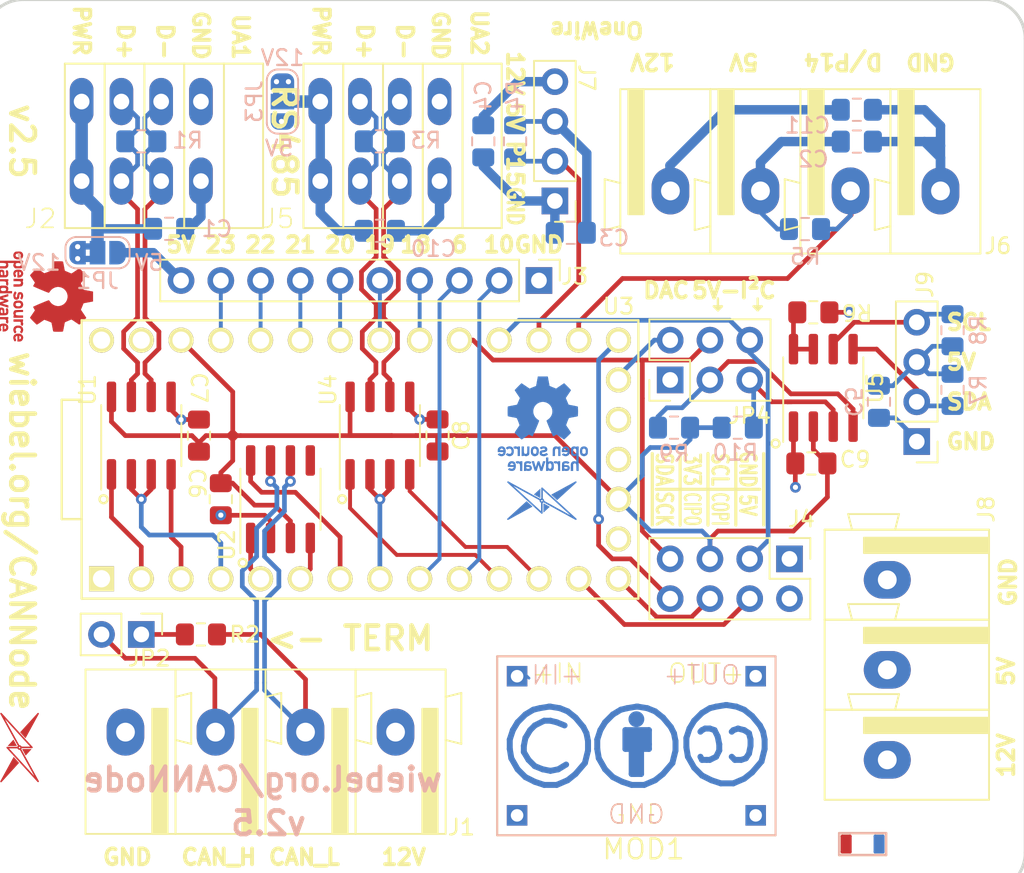
<source format=kicad_pcb>
(kicad_pcb (version 20171130) (host pcbnew 5.1.9)
  (layers (0 F.Cu signal hide) (1 In1.Cu signal hide) (2 In2.Cu signal hide) (31 B.Cu signal hide) (34 B.Paste user hide) (35 F.Paste user hide) (36 B.SilkS user hide) (37 F.SilkS user) (38 B.Mask user hide) (39 F.Mask user hide) (44 Edge.Cuts user hide))
  (net 0 "")
  (net 1 GND)
  (net 2 +12V)
  (net 3 +5V)
  (net 4 +3V3)
  (net 5 /6)
  (net 6 /10)
  (net 7 /20)
  (net 8 /21)
  (net 9 /22)
  (net 10 /23)
  (net 11 /CAN-)
  (net 12 /CAN+)
  (net 13 /OW14)
  (net 14 /SDA)
  (net 15 /SCL)
  (net 16 /SCL0_16)
  (net 17 /RX1)
  (net 18 /TX2)
  (net 19 /UA1+)
  (net 20 /UA1-)
  (net 21 /UA3EN_2)
  (net 22 /SDA0_17)
  (net 23 /OW15)
  (net 24 /UA2+)
  (net 25 /UA2-)
  (net 26 /18)
  (net 27 /19)
  (net 28 "Net-(C1-Pad2)")
  (net 29 "Net-(C10-Pad2)")
  (net 30 "Net-(J4-Pad4)")
  (net 31 "Net-(J4-Pad6)")
  (net 32 "Net-(J4-Pad8)")
  (net 33 "Net-(JP2-Pad1)")
  (net 34 "Net-(JP4-Pad2)")
  (net 35 "Net-(JP4-Pad5)")
  (net 36 "Net-(R6-Pad1)")
  (net 37 "Net-(U2-Pad8)")
  (net 38 "Net-(U2-Pad4)")
  (net 39 "Net-(U2-Pad1)")
  (net 40 "Net-(U3-Pad8)")
  (net 41 /RX2)
  (net 42 /TX1)
  (net 43 "Net-(JP4-Pad3)")
  (module MountingHole:MountingHole_2.7mm (layer F.Cu) (at 133.335 91.16)
    (fp_text reference H4 hide)
    (fp_text value MountingHole)
    (pad 1 np_thru_hole circle (at 0 0) (size 2.7 2.7) (drill 2.7) (layers *.Cu *.Mask))
  )
  (module MountingHole:MountingHole_2.7mm (layer F.Cu) (at 71.835 91.16)
    (fp_text reference H3 hide)
    (fp_text value MountingHole)
    (pad 1 np_thru_hole circle (at 0 0) (size 2.7 2.7) (drill 2.7) (layers *.Cu *.Mask))
  )
  (module MountingHole:MountingHole_2.7mm (layer F.Cu) (at 133.335 39.16)
    (fp_text reference H2 hide)
    (fp_text value MountingHole)
    (pad 1 np_thru_hole circle (at 0 0) (size 2.7 2.7) (drill 2.7) (layers *.Cu *.Mask))
  )
  (module MountingHole:MountingHole_2.7mm (layer F.Cu) (at 71.835 39.16)
    (fp_text reference H1 hide)
    (fp_text value MountingHole)
    (pad 1 np_thru_hole circle (at 0 0) (size 2.7 2.7) (drill 2.7) (layers *.Cu *.Mask))
  )
  (module Symbol:Symbol_CC-ShareAlike_CopperTop_Small (layer B.Cu) (at 105.41 84.328 180)
    (fp_text reference REF** hide)
    (fp_text value Symbol_CC-ShareAlike_CopperTop_Small)
    (fp_line (start 0.59944 2.4003) (end 0 2.49936) (layer B.Cu) (width 0.381))
    (fp_line (start 1.00076 2.30124) (end 0.59944 2.4003) (layer B.Cu) (width 0.381))
    (fp_line (start 1.50114 1.99898) (end 1.00076 2.30124) (layer B.Cu) (width 0.381))
    (fp_line (start 1.99898 1.50114) (end 1.50114 1.99898) (layer B.Cu) (width 0.381))
    (fp_line (start 2.30124 1.00076) (end 1.99898 1.50114) (layer B.Cu) (width 0.381))
    (fp_line (start 2.49936 0.39878) (end 2.30124 1.00076) (layer B.Cu) (width 0.381))
    (fp_line (start 2.49936 -0.20066) (end 2.49936 0.39878) (layer B.Cu) (width 0.381))
    (fp_line (start 2.4003 -0.8001) (end 2.49936 -0.20066) (layer B.Cu) (width 0.381))
    (fp_line (start 1.99898 -1.50114) (end 2.4003 -0.8001) (layer B.Cu) (width 0.381))
    (fp_line (start 1.50114 -1.99898) (end 1.99898 -1.50114) (layer B.Cu) (width 0.381))
    (fp_line (start 0.89916 -2.30124) (end 1.50114 -1.99898) (layer B.Cu) (width 0.381))
    (fp_line (start 0.29972 -2.49936) (end 0.89916 -2.30124) (layer B.Cu) (width 0.381))
    (fp_line (start -0.50038 -2.49936) (end 0.29972 -2.49936) (layer B.Cu) (width 0.381))
    (fp_line (start -1.19888 -2.19964) (end -0.50038 -2.49936) (layer B.Cu) (width 0.381))
    (fp_line (start -1.69926 -1.80086) (end -1.19888 -2.19964) (layer B.Cu) (width 0.381))
    (fp_line (start -2.30124 -1.09982) (end -1.69926 -1.80086) (layer B.Cu) (width 0.381))
    (fp_line (start -2.49936 -0.29972) (end -2.30124 -1.09982) (layer B.Cu) (width 0.381))
    (fp_line (start -2.49936 0.29972) (end -2.49936 -0.29972) (layer B.Cu) (width 0.381))
    (fp_line (start -2.4003 0.8001) (end -2.49936 0.29972) (layer B.Cu) (width 0.381))
    (fp_line (start -2.19964 1.19888) (end -2.4003 0.8001) (layer B.Cu) (width 0.381))
    (fp_line (start -1.69926 1.80086) (end -2.19964 1.19888) (layer B.Cu) (width 0.381))
    (fp_line (start -1.19888 2.19964) (end -1.69926 1.80086) (layer B.Cu) (width 0.381))
    (fp_line (start -0.70104 2.4003) (end -1.19888 2.19964) (layer B.Cu) (width 0.381))
    (fp_line (start -0.09906 2.49936) (end -0.70104 2.4003) (layer B.Cu) (width 0.381))
    (fp_line (start 0 2.49936) (end -0.09906 2.49936) (layer B.Cu) (width 0.381))
    (fp_line (start -0.50038 1.50114) (end -1.00076 1.30048) (layer B.Cu) (width 0.381))
    (fp_line (start -0.09906 1.6002) (end -0.50038 1.50114) (layer B.Cu) (width 0.381))
    (fp_line (start 0.29972 1.6002) (end -0.09906 1.6002) (layer B.Cu) (width 0.381))
    (fp_line (start 0.89916 1.30048) (end 0.29972 1.6002) (layer B.Cu) (width 0.381))
    (fp_line (start 1.19888 1.00076) (end 0.89916 1.30048) (layer B.Cu) (width 0.381))
    (fp_line (start 1.50114 0.50038) (end 1.19888 1.00076) (layer B.Cu) (width 0.381))
    (fp_line (start 1.6002 0) (end 1.50114 0.50038) (layer B.Cu) (width 0.381))
    (fp_line (start 1.6002 -0.39878) (end 1.6002 0) (layer B.Cu) (width 0.381))
    (fp_line (start 1.30048 -0.89916) (end 1.6002 -0.39878) (layer B.Cu) (width 0.381))
    (fp_line (start 0.89916 -1.30048) (end 1.30048 -0.89916) (layer B.Cu) (width 0.381))
    (fp_line (start 0.39878 -1.50114) (end 0.89916 -1.30048) (layer B.Cu) (width 0.381))
    (fp_line (start -0.09906 -1.6002) (end 0.39878 -1.50114) (layer B.Cu) (width 0.381))
    (fp_line (start -0.59944 -1.50114) (end -0.09906 -1.6002) (layer B.Cu) (width 0.381))
    (fp_line (start -1.09982 -1.19888) (end -0.59944 -1.50114) (layer B.Cu) (width 0.381))
  )
  (module Symbol:Symbol_CC-Attribution_CopperTop_Small (layer B.Cu) (at 110.998 84.328 180)
    (fp_text reference REF** hide)
    (fp_text value Symbol_CC-Attribution_CopperTop_Small)
    (fp_line (start 0.59944 2.4003) (end 0 2.49936) (layer B.Cu) (width 0.381))
    (fp_line (start 1.00076 2.30124) (end 0.59944 2.4003) (layer B.Cu) (width 0.381))
    (fp_line (start 1.50114 1.99898) (end 1.00076 2.30124) (layer B.Cu) (width 0.381))
    (fp_line (start 1.99898 1.50114) (end 1.50114 1.99898) (layer B.Cu) (width 0.381))
    (fp_line (start 2.30124 1.00076) (end 1.99898 1.50114) (layer B.Cu) (width 0.381))
    (fp_line (start 2.49936 0.39878) (end 2.30124 1.00076) (layer B.Cu) (width 0.381))
    (fp_line (start 2.49936 -0.20066) (end 2.49936 0.39878) (layer B.Cu) (width 0.381))
    (fp_line (start 2.4003 -0.8001) (end 2.49936 -0.20066) (layer B.Cu) (width 0.381))
    (fp_line (start 1.99898 -1.50114) (end 2.4003 -0.8001) (layer B.Cu) (width 0.381))
    (fp_line (start 1.50114 -1.99898) (end 1.99898 -1.50114) (layer B.Cu) (width 0.381))
    (fp_line (start 0.89916 -2.30124) (end 1.50114 -1.99898) (layer B.Cu) (width 0.381))
    (fp_line (start 0.29972 -2.49936) (end 0.89916 -2.30124) (layer B.Cu) (width 0.381))
    (fp_line (start -0.50038 -2.49936) (end 0.29972 -2.49936) (layer B.Cu) (width 0.381))
    (fp_line (start -1.19888 -2.19964) (end -0.50038 -2.49936) (layer B.Cu) (width 0.381))
    (fp_line (start -1.69926 -1.80086) (end -1.19888 -2.19964) (layer B.Cu) (width 0.381))
    (fp_line (start -2.30124 -1.09982) (end -1.69926 -1.80086) (layer B.Cu) (width 0.381))
    (fp_line (start -2.49936 -0.29972) (end -2.30124 -1.09982) (layer B.Cu) (width 0.381))
    (fp_line (start -2.49936 0.29972) (end -2.49936 -0.29972) (layer B.Cu) (width 0.381))
    (fp_line (start -2.4003 0.8001) (end -2.49936 0.29972) (layer B.Cu) (width 0.381))
    (fp_line (start -2.19964 1.19888) (end -2.4003 0.8001) (layer B.Cu) (width 0.381))
    (fp_line (start -1.69926 1.80086) (end -2.19964 1.19888) (layer B.Cu) (width 0.381))
    (fp_line (start -1.19888 2.19964) (end -1.69926 1.80086) (layer B.Cu) (width 0.381))
    (fp_line (start -0.70104 2.4003) (end -1.19888 2.19964) (layer B.Cu) (width 0.381))
    (fp_line (start -0.09906 2.49936) (end -0.70104 2.4003) (layer B.Cu) (width 0.381))
    (fp_line (start 0 2.49936) (end -0.09906 2.49936) (layer B.Cu) (width 0.381))
    (fp_circle (center 0 1.69926) (end 0.09906 1.39954) (layer B.Cu) (width 0.381))
    (fp_line (start -0.8001 -0.20066) (end -0.8001 1.00076) (layer B.Cu) (width 0.381))
    (fp_line (start 0.70104 -0.20066) (end -0.8001 -0.20066) (layer B.Cu) (width 0.381))
    (fp_line (start 0.70104 1.00076) (end 0.70104 -0.20066) (layer B.Cu) (width 0.381))
    (fp_line (start -0.8001 1.00076) (end 0.70104 1.00076) (layer B.Cu) (width 0.381))
    (fp_line (start -0.29972 -1.80086) (end 0.20066 -1.80086) (layer B.Cu) (width 0.381))
    (fp_line (start -0.29972 -0.29972) (end -0.29972 -1.80086) (layer B.Cu) (width 0.381))
    (fp_line (start 0.29972 -1.80086) (end 0.29972 -0.20066) (layer B.Cu) (width 0.381))
    (fp_line (start 0.09906 -1.80086) (end 0.29972 -1.80086) (layer B.Cu) (width 0.381))
    (fp_line (start 0 -0.29972) (end 0 -1.6002) (layer B.Cu) (width 0.381))
    (fp_line (start -0.8001 0.09906) (end 0.50038 0.09906) (layer B.Cu) (width 0.381))
    (fp_line (start 0.50038 0.39878) (end -0.70104 0.39878) (layer B.Cu) (width 0.381))
    (fp_line (start -0.70104 0.70104) (end 0.59944 0.70104) (layer B.Cu) (width 0.381))
    (fp_line (start 0 1.89992) (end 0 1.50114) (layer B.Cu) (width 0.381))
  )
  (module Symbol:Symbol_CreativeCommons_CopperTop_Type2_Small (layer B.Cu) (at 116.84 84.328 180)
    (fp_text reference REF** hide)
    (fp_text value Symbol_CreativeCommons_CopperTop_Type2_Small)
    (fp_line (start 0.74944 2.5003) (end 0.15 2.59936) (layer B.Cu) (width 0.381))
    (fp_line (start 1.15076 2.40124) (end 0.74944 2.5003) (layer B.Cu) (width 0.381))
    (fp_line (start 1.65114 2.09898) (end 1.15076 2.40124) (layer B.Cu) (width 0.381))
    (fp_line (start 2.14898 1.60114) (end 1.65114 2.09898) (layer B.Cu) (width 0.381))
    (fp_line (start 2.45124 1.10076) (end 2.14898 1.60114) (layer B.Cu) (width 0.381))
    (fp_line (start 2.64936 0.49878) (end 2.45124 1.10076) (layer B.Cu) (width 0.381))
    (fp_line (start 2.64936 -0.10066) (end 2.64936 0.49878) (layer B.Cu) (width 0.381))
    (fp_line (start 2.5503 -0.7001) (end 2.64936 -0.10066) (layer B.Cu) (width 0.381))
    (fp_line (start 2.14898 -1.40114) (end 2.5503 -0.7001) (layer B.Cu) (width 0.381))
    (fp_line (start 1.65114 -1.89898) (end 2.14898 -1.40114) (layer B.Cu) (width 0.381))
    (fp_line (start 1.04916 -2.20124) (end 1.65114 -1.89898) (layer B.Cu) (width 0.381))
    (fp_line (start 0.44972 -2.39936) (end 1.04916 -2.20124) (layer B.Cu) (width 0.381))
    (fp_line (start -0.35038 -2.39936) (end 0.44972 -2.39936) (layer B.Cu) (width 0.381))
    (fp_line (start -1.04888 -2.09964) (end -0.35038 -2.39936) (layer B.Cu) (width 0.381))
    (fp_line (start -1.54926 -1.70086) (end -1.04888 -2.09964) (layer B.Cu) (width 0.381))
    (fp_line (start -2.15124 -0.99982) (end -1.54926 -1.70086) (layer B.Cu) (width 0.381))
    (fp_line (start -2.34936 -0.19972) (end -2.15124 -0.99982) (layer B.Cu) (width 0.381))
    (fp_line (start -2.34936 0.39972) (end -2.34936 -0.19972) (layer B.Cu) (width 0.381))
    (fp_line (start -2.2503 0.9001) (end -2.34936 0.39972) (layer B.Cu) (width 0.381))
    (fp_line (start -2.04964 1.29888) (end -2.2503 0.9001) (layer B.Cu) (width 0.381))
    (fp_line (start -1.54926 1.90086) (end -2.04964 1.29888) (layer B.Cu) (width 0.381))
    (fp_line (start -1.04888 2.29964) (end -1.54926 1.90086) (layer B.Cu) (width 0.381))
    (fp_line (start -0.55104 2.5003) (end -1.04888 2.29964) (layer B.Cu) (width 0.381))
    (fp_line (start 0.05094 2.59936) (end -0.55104 2.5003) (layer B.Cu) (width 0.381))
    (fp_line (start 0.15 2.59936) (end 0.05094 2.59936) (layer B.Cu) (width 0.381))
    (fp_line (start -0.44944 -0.90076) (end -0.24878 -0.7001) (layer B.Cu) (width 0.381))
    (fp_line (start -0.85076 -0.90076) (end -0.44944 -0.90076) (layer B.Cu) (width 0.381))
    (fp_line (start -1.15048 -0.79916) (end -0.85076 -0.90076) (layer B.Cu) (width 0.381))
    (fp_line (start -1.35114 -0.49944) (end -1.15048 -0.79916) (layer B.Cu) (width 0.381))
    (fp_line (start -1.4502 0.00094) (end -1.35114 -0.49944) (layer B.Cu) (width 0.381))
    (fp_line (start -1.4502 0.39972) (end -1.4502 0.00094) (layer B.Cu) (width 0.381))
    (fp_line (start -1.35114 0.80104) (end -1.4502 0.39972) (layer B.Cu) (width 0.381))
    (fp_line (start -1.04888 0.99916) (end -1.35114 0.80104) (layer B.Cu) (width 0.381))
    (fp_line (start -0.6501 1.10076) (end -1.04888 0.99916) (layer B.Cu) (width 0.381))
    (fp_line (start -0.35038 0.99916) (end -0.6501 1.10076) (layer B.Cu) (width 0.381))
    (fp_line (start -0.24878 0.9001) (end -0.35038 0.99916) (layer B.Cu) (width 0.381))
    (fp_line (start 1.65114 -0.90076) (end 1.7502 -0.7001) (layer B.Cu) (width 0.381))
    (fp_line (start 1.34888 -0.90076) (end 1.65114 -0.90076) (layer B.Cu) (width 0.381))
    (fp_line (start 1.15076 -0.90076) (end 1.34888 -0.90076) (layer B.Cu) (width 0.381))
    (fp_line (start 0.74944 -0.7001) (end 1.15076 -0.90076) (layer B.Cu) (width 0.381))
    (fp_line (start 0.54878 -0.29878) (end 0.74944 -0.7001) (layer B.Cu) (width 0.381))
    (fp_line (start 0.54878 0.1) (end 0.54878 -0.29878) (layer B.Cu) (width 0.381))
    (fp_line (start 0.65038 0.60038) (end 0.54878 0.1) (layer B.Cu) (width 0.381))
    (fp_line (start 0.85104 0.99916) (end 0.65038 0.60038) (layer B.Cu) (width 0.381))
    (fp_line (start 1.15076 1.10076) (end 0.85104 0.99916) (layer B.Cu) (width 0.381))
    (fp_line (start 1.45048 1.10076) (end 1.15076 1.10076) (layer B.Cu) (width 0.381))
    (fp_line (start 1.65114 0.99916) (end 1.45048 1.10076) (layer B.Cu) (width 0.381))
    (fp_line (start 1.7502 0.9001) (end 1.65114 0.99916) (layer B.Cu) (width 0.381))
  )
  (module teensy:Teensy3_min (layer F.Cu) (at 93.345 66.04)
    (fp_text reference U3 (at 16.51 -9.779) (layer F.SilkS))
    (fp_text value Teensy3.2)
    (pad 17 thru_hole circle (at 16.51 0) (size 1.6 1.6) (drill 1.1) (layers *.Cu *.Mask F.SilkS) (net 1 GND))
    (pad 18 thru_hole circle (at 16.51 -2.54) (size 1.6 1.6) (drill 1.1) (layers *.Cu *.Mask F.SilkS))
    (pad 19 thru_hole circle (at 16.51 -5.08) (size 1.6 1.6) (drill 1.1) (layers *.Cu *.Mask F.SilkS) (net 34 "Net-(JP4-Pad2)"))
    (pad 20 thru_hole circle (at 16.51 -7.62) (size 1.6 1.6) (drill 1.1) (layers *.Cu *.Mask F.SilkS) (net 32 "Net-(J4-Pad8)"))
    (pad 16 thru_hole circle (at 16.51 2.54) (size 1.6 1.6) (drill 1.1) (layers *.Cu *.Mask F.SilkS) (net 4 +3V3))
    (pad 15 thru_hole circle (at 16.51 5.08) (size 1.6 1.6) (drill 1.1) (layers *.Cu *.Mask F.SilkS))
    (pad 14 thru_hole circle (at 16.51 7.62) (size 1.6 1.6) (drill 1.1) (layers *.Cu *.Mask F.SilkS) (net 31 "Net-(J4-Pad6)"))
    (pad 21 thru_hole circle (at 13.97 -7.62) (size 1.6 1.6) (drill 1.1) (layers *.Cu *.Mask F.SilkS) (net 13 /OW14))
    (pad 22 thru_hole circle (at 11.43 -7.62) (size 1.6 1.6) (drill 1.1) (layers *.Cu *.Mask F.SilkS) (net 23 /OW15))
    (pad 23 thru_hole circle (at 8.89 -7.62) (size 1.6 1.6) (drill 1.1) (layers *.Cu *.Mask F.SilkS) (net 16 /SCL0_16))
    (pad 24 thru_hole circle (at 6.35 -7.62) (size 1.6 1.6) (drill 1.1) (layers *.Cu *.Mask F.SilkS) (net 22 /SDA0_17))
    (pad 25 thru_hole circle (at 3.81 -7.62) (size 1.6 1.6) (drill 1.1) (layers *.Cu *.Mask F.SilkS) (net 26 /18))
    (pad 26 thru_hole circle (at 1.27 -7.62) (size 1.6 1.6) (drill 1.1) (layers *.Cu *.Mask F.SilkS) (net 27 /19))
    (pad 27 thru_hole circle (at -1.27 -7.62) (size 1.6 1.6) (drill 1.1) (layers *.Cu *.Mask F.SilkS) (net 7 /20))
    (pad 28 thru_hole circle (at -3.81 -7.62) (size 1.6 1.6) (drill 1.1) (layers *.Cu *.Mask F.SilkS) (net 8 /21))
    (pad 29 thru_hole circle (at -6.35 -7.62) (size 1.6 1.6) (drill 1.1) (layers *.Cu *.Mask F.SilkS) (net 9 /22))
    (pad 30 thru_hole circle (at -8.89 -7.62) (size 1.6 1.6) (drill 1.1) (layers *.Cu *.Mask F.SilkS) (net 10 /23))
    (pad 31 thru_hole circle (at -11.43 -7.62) (size 1.6 1.6) (drill 1.1) (layers *.Cu *.Mask F.SilkS) (net 4 +3V3))
    (pad 32 thru_hole circle (at -13.97 -7.62) (size 1.6 1.6) (drill 1.1) (layers *.Cu *.Mask F.SilkS))
    (pad 33 thru_hole circle (at -16.51 -7.62) (size 1.6 1.6) (drill 1.1) (layers *.Cu *.Mask F.SilkS) (net 3 +5V))
    (pad 13 thru_hole circle (at 13.97 7.62) (size 1.6 1.6) (drill 1.1) (layers *.Cu *.Mask F.SilkS) (net 30 "Net-(J4-Pad4)"))
    (pad 12 thru_hole circle (at 11.43 7.62) (size 1.6 1.6) (drill 1.1) (layers *.Cu *.Mask F.SilkS) (net 18 /TX2))
    (pad 11 thru_hole circle (at 8.89 7.62) (size 1.6 1.6) (drill 1.1) (layers *.Cu *.Mask F.SilkS) (net 41 /RX2))
    (pad 10 thru_hole circle (at 6.35 7.62) (size 1.6 1.6) (drill 1.1) (layers *.Cu *.Mask F.SilkS) (net 6 /10))
    (pad 9 thru_hole circle (at 3.81 7.62) (size 1.6 1.6) (drill 1.1) (layers *.Cu *.Mask F.SilkS) (net 5 /6))
    (pad 8 thru_hole circle (at 1.27 7.62) (size 1.6 1.6) (drill 1.1) (layers *.Cu *.Mask F.SilkS) (net 40 "Net-(U3-Pad8)"))
    (pad 7 thru_hole circle (at -1.27 7.62) (size 1.6 1.6) (drill 1.1) (layers *.Cu *.Mask F.SilkS) (net 37 "Net-(U2-Pad8)"))
    (pad 6 thru_hole circle (at -3.81 7.62) (size 1.6 1.6) (drill 1.1) (layers *.Cu *.Mask F.SilkS) (net 38 "Net-(U2-Pad4)"))
    (pad 5 thru_hole circle (at -6.35 7.62) (size 1.6 1.6) (drill 1.1) (layers *.Cu *.Mask F.SilkS) (net 39 "Net-(U2-Pad1)"))
    (pad 4 thru_hole circle (at -8.89 7.62) (size 1.6 1.6) (drill 1.1) (layers *.Cu *.Mask F.SilkS) (net 21 /UA3EN_2))
    (pad 3 thru_hole circle (at -11.43 7.62) (size 1.6 1.6) (drill 1.1) (layers *.Cu *.Mask F.SilkS) (net 42 /TX1))
    (pad 2 thru_hole circle (at -13.97 7.62) (size 1.6 1.6) (drill 1.1) (layers *.Cu *.Mask F.SilkS) (net 17 /RX1))
    (pad 1 thru_hole rect (at -16.51 7.62) (size 1.6 1.6) (drill 1.1) (layers *.Cu *.Mask F.SilkS) (net 1 GND))
  )
  (module 00_mylib:LOGO_MID (layer F.Cu) (at 72.835 86.66 90)
    (fp_text reference Log1 hide)
    (fp_text value Logo hide)
    (fp_poly (pts (xy 0.049153 -2.466359) (xy 0.029946 -2.462459) (xy 0.013781 -2.451281) (xy 0.003256 -2.434781) (xy 0 -2.415481) (xy 0.004556 -2.396381) (xy 0.016168 -2.38064) (xy 0.032443 -2.365659) (xy 0.065212 -2.33604) (xy 0.081487 -2.321181) (xy 0.097871 -2.306318) (xy 0.11415 -2.291459) (xy 0.130534 -2.2767) (xy 0.146809 -2.261818) (xy 0.163193 -2.246959) (xy 0.195746 -2.21724) (xy 0.212131 -2.202481) (xy 0.228515 -2.1876) (xy 0.24479 -2.17274) (xy 0.261175 -2.157881) (xy 0.277453 -2.143018) (xy 0.293837 -2.12814) (xy 0.310112 -2.113281) (xy 0.326496 -2.0983) (xy 0.342771 -2.083659) (xy 0.359159 -2.0688) (xy 0.375434 -2.053918) (xy 0.391818 -2.039059) (xy 0.408093 -2.0242) (xy 0.424481 -2.00944) (xy 0.440756 -1.994575) (xy 0.473525 -1.964843) (xy 0.4898 -1.949978) (xy 0.506187 -1.935112) (xy 0.522462 -1.920246) (xy 0.538843 -1.905384) (xy 0.555121 -1.890625) (xy 0.571506 -1.875759) (xy 0.587784 -1.860893) (xy 0.604165 -1.846028) (xy 0.62044 -1.831162) (xy 0.636828 -1.816296) (xy 0.653103 -1.80154) (xy 0.669487 -1.786675) (xy 0.685762 -1.771812) (xy 0.702146 -1.756837) (xy 0.718425 -1.742078) (xy 0.751193 -1.712346) (xy 0.767468 -1.697484) (xy 0.783856 -1.682615) (xy 0.800131 -1.667753) (xy 0.816512 -1.652993) (xy 0.83279 -1.638131) (xy 0.849175 -1.623262) (xy 0.865453 -1.608396) (xy 0.881837 -1.593534) (xy 0.898112 -1.578665) (xy 0.914496 -1.563912) (xy 0.930771 -1.549043) (xy 0.947159 -1.534181) (xy 0.963434 -1.519312) (xy 0.979815 -1.504559) (xy 0.996093 -1.48969) (xy 1.028862 -1.459962) (xy 1.045137 -1.445093) (xy 1.061521 -1.430231) (xy 1.0778 -1.415362) (xy 1.094184 -1.40039) (xy 1.110462 -1.385634) (xy 1.143231 -1.355903) (xy 1.159506 -1.341146) (xy 1.175887 -1.326281) (xy 1.192165 -1.311412) (xy 1.20855 -1.29655) (xy 1.219509 -1.286459) (xy 1.230468 -1.276475) (xy 1.241537 -1.266384) (xy 1.252493 -1.276475) (xy 1.263456 -1.286459) (xy 1.274521 -1.29655) (xy 1.290146 -1.310762) (xy 1.305662 -1.324978) (xy 1.415037 -1.424481) (xy 1.430771 -1.438587) (xy 1.446396 -1.452909) (xy 1.461912 -1.467121) (xy 1.493162 -1.49555) (xy 1.508896 -1.509875) (xy 1.524521 -1.524087) (xy 1.540037 -1.538303) (xy 1.555771 -1.552515) (xy 1.571396 -1.566731) (xy 1.58409 -1.57834) (xy 1.596896 -1.589953) (xy 1.60959 -1.601562) (xy 1.622396 -1.613281) (xy 1.592231 -1.629775) (xy 1.577037 -1.638021) (xy 1.561959 -1.646265) (xy 1.523328 -1.667315) (xy 1.504012 -1.677953) (xy 1.48459 -1.688478) (xy 1.465278 -1.699003) (xy 1.42665 -1.720162) (xy 1.407228 -1.730793) (xy 1.387912 -1.741318) (xy 1.368596 -1.751953) (xy 1.349284 -1.762478) (xy 1.329862 -1.773003) (xy 1.310546 -1.783637) (xy 1.291234 -1.794162) (xy 1.271918 -1.804796) (xy 1.252606 -1.815321) (xy 1.233181 -1.825846) (xy 1.213865 -1.836481) (xy 1.194553 -1.847006) (xy 1.175237 -1.857531) (xy 1.136612 -1.878687) (xy 1.117187 -1.889321) (xy 1.097871 -1.899846) (xy 1.078559 -1.910481) (xy 1.059137 -1.921009) (xy 1.039821 -1.931534) (xy 1.020509 -1.942059) (xy 1.001193 -1.95269) (xy 0.981881 -1.963325) (xy 0.962456 -1.97385) (xy 0.94314 -1.984375) (xy 0.923828 -1.995009) (xy 0.904512 -2.00554) (xy 0.8852 -2.016159) (xy 0.865778 -2.0267) (xy 0.846462 -2.037218) (xy 0.827146 -2.047859) (xy 0.807834 -2.058381) (xy 0.788412 -2.069018) (xy 0.749784 -2.090059) (xy 0.730468 -2.100581) (xy 0.711046 -2.111218) (xy 0.691731 -2.121859) (xy 0.672415 -2.132381) (xy 0.652993 -2.143018) (xy 0.633681 -2.15354) (xy 0.614365 -2.164181) (xy 0.595053 -2.1747) (xy 0.575631 -2.185118) (xy 0.556312 -2.195859) (xy 0.537 -2.206381) (xy 0.517578 -2.217018) (xy 0.498262 -2.22754) (xy 0.47895 -2.238181) (xy 0.459637 -2.2487) (xy 0.440212 -2.259218) (xy 0.420896 -2.269859) (xy 0.401584 -2.280381) (xy 0.382268 -2.291018) (xy 0.362846 -2.30154) (xy 0.343534 -2.312059) (xy 0.324218 -2.3227) (xy 0.304906 -2.333218) (xy 0.28559 -2.343859) (xy 0.266168 -2.354381) (xy 0.246853 -2.365018) (xy 0.227431 -2.37554) (xy 0.208115 -2.386181) (xy 0.169487 -2.407218) (xy 0.150065 -2.417759) (xy 0.13075 -2.428381) (xy 0.111437 -2.439018) (xy 0.092121 -2.44954) (xy 0.0727 -2.460059) (xy 0.061306 -2.46474)) (layer F.Cu) (width 0))
    (fp_poly (pts (xy 1.772787 -1.683918) (xy 1.756512 -1.669162) (xy 1.740125 -1.654187) (xy 1.72385 -1.639321) (xy 1.707465 -1.62435) (xy 1.691187 -1.609375) (xy 1.674806 -1.594509) (xy 1.658418 -1.579537) (xy 1.642143 -1.564562) (xy 1.625759 -1.549696) (xy 1.609375 -1.534612) (xy 1.5931 -1.519746) (xy 1.576712 -1.504884) (xy 1.560331 -1.489909) (xy 1.544053 -1.474937) (xy 1.527668 -1.459962) (xy 1.511393 -1.445093) (xy 1.495009 -1.430121) (xy 1.478625 -1.415256) (xy 1.462346 -1.400284) (xy 1.429578 -1.370334) (xy 1.413303 -1.355468) (xy 1.380534 -1.325521) (xy 1.364259 -1.310656) (xy 1.347871 -1.295681) (xy 1.331596 -1.280709) (xy 1.315212 -1.26584) (xy 1.298828 -1.250868) (xy 1.282553 -1.235893) (xy 1.266165 -1.221028) (xy 1.249784 -1.205946) (xy 1.233509 -1.191187) (xy 1.217121 -1.176215) (xy 1.200846 -1.16124) (xy 1.184462 -1.146375) (xy 1.168078 -1.131403) (xy 1.1518 -1.116428) (xy 1.135415 -1.101562) (xy 1.11914 -1.086587) (xy 1.102756 -1.071721) (xy 1.086481 -1.05664) (xy 1.070093 -1.041775) (xy 1.053712 -1.026912) (xy 1.037437 -1.011937) (xy 1.02105 -0.996962) (xy 1.004775 -0.982096) (xy 0.972006 -0.952146) (xy 0.955731 -0.937284) (xy 0.939343 -0.922309) (xy 0.923068 -0.907337) (xy 0.906684 -0.892468) (xy 0.8903 -0.877493) (xy 0.874021 -0.862521) (xy 0.857637 -0.847656) (xy 0.841256 -0.832684) (xy 0.824978 -0.817709) (xy 0.808593 -0.80284) (xy 0.792315 -0.787868) (xy 0.775934 -0.772893) (xy 0.75955 -0.758031) (xy 0.743271 -0.742946) (xy 0.726887 -0.728081) (xy 0.710612 -0.713215) (xy 0.67784 -0.683268) (xy 0.661565 -0.668403) (xy 0.628796 -0.638456) (xy 0.612521 -0.623587) (xy 0.579753 -0.59364) (xy 0.563478 -0.578775) (xy 0.530709 -0.548828) (xy 0.514431 -0.533962) (xy 0.498046 -0.518987) (xy 0.481771 -0.504012) (xy 0.465387 -0.48915) (xy 0.449003 -0.474175) (xy 0.432725 -0.459203) (xy 0.41634 -0.444228) (xy 0.400062 -0.429362) (xy 0.383681 -0.414281) (xy 0.367296 -0.399521) (xy 0.351018 -0.38455) (xy 0.334637 -0.369575) (xy 0.31825 -0.354709) (xy 0.301975 -0.339737) (xy 0.28559 -0.324762) (xy 0.269206 -0.309896) (xy 0.252931 -0.294921) (xy 0.220159 -0.264975) (xy 0.203884 -0.250109) (xy 0.1875 -0.235134) (xy 0.171225 -0.220159) (xy 0.154837 -0.205296) (xy 0.138456 -0.190321) (xy 0.122178 -0.175456) (xy 0.105793 -0.160481) (xy 0.089518 -0.145509) (xy 0.073134 -0.13064) (xy 0.056859 -0.115668) (xy 0.040471 -0.100587) (xy 0.024087 -0.085828) (xy 0.013237 -0.071615) (xy 0.008246 -0.054471) (xy 0.00955 -0.036675) (xy 0.017143 -0.020509) (xy 0.030056 -0.008031) (xy 0.04644 -0.001084) (xy 0.064237 -0.000543) (xy 0.081056 -0.006293) (xy 0.100478 -0.016928) (xy 0.1199 -0.027668) (xy 0.139321 -0.038303) (xy 0.158853 -0.049043) (xy 0.1977 -0.070312) (xy 0.217121 -0.080946) (xy 0.255968 -0.102321) (xy 0.27539 -0.113062) (xy 0.294812 -0.123696) (xy 0.314237 -0.13444) (xy 0.353081 -0.155709) (xy 0.372506 -0.16645) (xy 0.391928 -0.176975) (xy 0.411459 -0.187715) (xy 0.430881 -0.198459) (xy 0.450303 -0.20909) (xy 0.469728 -0.219837) (xy 0.48915 -0.230468) (xy 0.508571 -0.241209) (xy 0.547415 -0.262478) (xy 0.56684 -0.273218) (xy 0.586371 -0.283856) (xy 0.605687 -0.294487) (xy 0.625109 -0.305231) (xy 0.644637 -0.315862) (xy 0.664062 -0.326496) (xy 0.683487 -0.337237) (xy 0.722331 -0.358509) (xy 0.741753 -0.36914) (xy 0.761175 -0.379884) (xy 0.7806 -0.390625) (xy 0.838865 -0.422525) (xy 0.858287 -0.433268) (xy 0.877712 -0.443903) (xy 0.897137 -0.454643) (xy 0.935981 -0.475912) (xy 0.955403 -0.486653) (xy 0.99425 -0.507921) (xy 1.013671 -0.518662) (xy 1.033203 -0.529296) (xy 1.052625 -0.540037) (xy 1.091471 -0.561306) (xy 1.110893 -0.57205) (xy 1.149737 -0.593315) (xy 1.169162 -0.604059) (xy 1.188587 -0.61469) (xy 1.208009 -0.625434) (xy 1.246853 -0.646703) (xy 1.266275 -0.657337) (xy 1.285809 -0.668078) (xy 1.305121 -0.678712) (xy 1.324543 -0.689453) (xy 1.344075 -0.700087) (xy 1.363496 -0.710828) (xy 1.402343 -0.732096) (xy 1.421765 -0.742837) (xy 1.460612 -0.764106) (xy 1.480037 -0.774846) (xy 1.518881 -0.796115) (xy 1.538303 -0.806859) (xy 1.557725 -0.81749) (xy 1.577146 -0.828234) (xy 1.596571 -0.838865) (xy 1.616103 -0.8495) (xy 1.635525 -0.860243) (xy 1.654946 -0.870878) (xy 1.674368 -0.881618) (xy 1.713215 -0.902887) (xy 1.732637 -0.913628) (xy 1.752168 -0.924262) (xy 1.77159 -0.935006) (xy 1.810437 -0.956271) (xy 1.829862 -0.967012) (xy 1.849284 -0.977646) (xy 1.868706 -0.988387) (xy 1.907553 -1.009659) (xy 1.926975 -1.0204) (xy 1.946396 -1.031034) (xy 1.965928 -1.041559) (xy 1.985353 -1.052409) (xy 2.004781 -1.06304) (xy 2.0242 -1.073787) (xy 2.06304 -1.095053) (xy 2.082459 -1.105793) (xy 2.101881 -1.116428) (xy 2.121318 -1.127168) (xy 2.13434 -1.116537) (xy 2.148318 -1.107531) (xy 2.1633 -1.100153) (xy 2.17904 -1.094509) (xy 2.17904 -0.442709) (xy 2.182618 -0.424043) (xy 2.192918 -0.408093) (xy 2.20854 -0.397243) (xy 2.226881 -0.393118) (xy 2.24554 -0.396265) (xy 2.261618 -0.40614) (xy 2.277881 -0.421115) (xy 2.294159 -0.436087) (xy 2.31044 -0.450956) (xy 2.326818 -0.465818) (xy 2.359381 -0.49555) (xy 2.37564 -0.510525) (xy 2.440759 -0.569987) (xy 2.45704 -0.584962) (xy 2.489581 -0.61469) (xy 2.505959 -0.629559) (xy 2.538518 -0.659287) (xy 2.5548 -0.674262) (xy 2.6199 -0.733725) (xy 2.636181 -0.748696) (xy 2.652459 -0.763562) (xy 2.66884 -0.778428) (xy 2.685118 -0.793293) (xy 2.6709 -0.807184) (xy 2.656681 -0.820962) (xy 2.642581 -0.834853) (xy 2.628359 -0.84874) (xy 2.614259 -0.862521) (xy 2.566081 -0.818578) (xy 2.55014 -0.803928) (xy 2.501959 -0.759984) (xy 2.486 -0.745334) (xy 2.453881 -0.716037) (xy 2.43794 -0.701281) (xy 2.3737 -0.642793) (xy 2.35774 -0.628146) (xy 2.32564 -0.59885) (xy 2.309681 -0.584203) (xy 2.277559 -0.554906) (xy 2.277559 -1.100043) (xy 2.2971 -1.110568) (xy 2.314559 -1.124134) (xy 2.330081 -1.139975) (xy 2.28744 -1.18164) (xy 2.273118 -1.195531) (xy 2.2589 -1.209418) (xy 2.2487 -1.19759) (xy 2.235559 -1.189343) (xy 2.220259 -1.186521) (xy 2.201381 -1.190106) (xy 2.185218 -1.200737) (xy 2.174581 -1.216906) (xy 2.171 -1.235787) (xy 2.173718 -1.250759) (xy 2.18154 -1.263781) (xy 2.192918 -1.273871) (xy 2.1786 -1.287868) (xy 2.150181 -1.315646) (xy 2.135859 -1.329537) (xy 2.12164 -1.343534) (xy 2.10764 -1.328884) (xy 2.0956 -1.31239) (xy 2.085818 -1.294812) (xy 2.078559 -1.275825) (xy 2.074218 -1.256078) (xy 2.0727 -1.235787) (xy 2.07314 -1.2245) (xy 2.07444 -1.213215) (xy 2.05524 -1.20269) (xy 1.997287 -1.170787) (xy 1.977971 -1.160262) (xy 1.939343 -1.138996) (xy 1.919921 -1.128362) (xy 1.900715 -1.117731) (xy 1.881293 -1.107206) (xy 1.82335 -1.075303) (xy 1.804037 -1.064778) (xy 1.784831 -1.054143) (xy 1.746203 -1.032878) (xy 1.726887 -1.022353) (xy 1.688259 -1.001087) (xy 1.668943 -0.990562) (xy 1.611003 -0.958659) (xy 1.591687 -0.948134) (xy 1.533743 -0.916234) (xy 1.514431 -0.905709) (xy 1.456487 -0.873806) (xy 1.437175 -0.863281) (xy 1.359915 -0.820746) (xy 1.340603 -0.810112) (xy 1.301975 -0.788953) (xy 1.282662 -0.778428) (xy 1.244034 -0.757162) (xy 1.224828 -0.746637) (xy 1.186196 -0.725368) (xy 1.166884 -0.714843) (xy 1.10894 -0.68294) (xy 1.089628 -0.672415) (xy 1.070421 -0.661784) (xy 1.051106 -0.65115) (xy 1.03179 -0.640625) (xy 0.97385 -0.608725) (xy 0.954537 -0.5982) (xy 0.89659 -0.566296) (xy 0.877278 -0.555771) (xy 0.819337 -0.523871) (xy 0.800021 -0.513346) (xy 0.742078 -0.481443) (xy 0.722762 -0.470918) (xy 0.684137 -0.449653) (xy 0.664821 -0.439128) (xy 0.645615 -0.428493) (xy 0.626303 -0.417753) (xy 0.606987 -0.407337) (xy 0.549043 -0.375434) (xy 0.529731 -0.364909) (xy 0.491103 -0.34364) (xy 0.471896 -0.333115) (xy 0.433268 -0.31185) (xy 0.413953 -0.301325) (xy 0.394637 -0.290687) (xy 0.492296 -0.379884) (xy 0.508571 -0.394856) (xy 0.541125 -0.424587) (xy 0.557509 -0.439453) (xy 0.573787 -0.454318) (xy 0.590062 -0.46929) (xy 0.67144 -0.543618) (xy 0.687715 -0.558593) (xy 0.752821 -0.617946) (xy 0.769206 -0.632921) (xy 0.785481 -0.647787) (xy 0.801759 -0.662762) (xy 0.899412 -0.751953) (xy 0.915687 -0.766928) (xy 0.931965 -0.78179) (xy 0.94835 -0.796659) (xy 0.964628 -0.811521) (xy 0.980793 -0.826281) (xy 0.997178 -0.841256) (xy 1.046009 -0.88585) (xy 1.062284 -0.900825) (xy 1.176215 -1.004884) (xy 1.19249 -1.019856) (xy 1.208765 -1.034612) (xy 1.225043 -1.049587) (xy 1.257593 -1.079318) (xy 1.273981 -1.094184) (xy 1.306534 -1.123912) (xy 1.322809 -1.138781) (xy 1.453015 -1.257812) (xy 1.46929 -1.272787) (xy 1.583225 -1.376843) (xy 1.5995 -1.391818) (xy 1.615778 -1.406684) (xy 1.632162 -1.42155) (xy 1.762368 -1.540471) (xy 1.778646 -1.555446) (xy 1.84375 -1.614909) (xy 1.829537 -1.628687) (xy 1.815321 -1.642578) (xy 1.801215 -1.656359) (xy 1.787 -1.670246)) (layer F.Cu) (width 0))
    (fp_poly (pts (xy 2.122059 -1.070531) (xy 2.049159 -1.0306) (xy 2.030381 -1.02029) (xy 2.0115 -1.01009) (xy 1.992731 -0.999784) (xy 1.973959 -0.989475) (xy 1.955187 -0.979275) (xy 1.936306 -0.969075) (xy 1.917537 -0.958765) (xy 1.898762 -0.948565) (xy 1.87999 -0.938259) (xy 1.861112 -0.928062) (xy 1.842337 -0.917753) (xy 1.823565 -0.907553) (xy 1.804796 -0.897243) (xy 1.786025 -0.887043) (xy 1.767143 -0.876737) (xy 1.752062 -0.868487) (xy 1.736762 -0.860243) (xy 1.706381 -0.84364) (xy 1.71929 -0.832137) (xy 1.732096 -0.820531) (xy 1.745009 -0.808918) (xy 1.757812 -0.797309) (xy 1.773437 -0.782987) (xy 1.789171 -0.768771) (xy 1.804796 -0.75445) (xy 1.820421 -0.740234) (xy 1.836156 -0.726018) (xy 1.851781 -0.711696) (xy 1.867406 -0.697484) (xy 1.883137 -0.683268) (xy 1.898762 -0.668943) (xy 1.914387 -0.654731) (xy 1.930121 -0.640515) (xy 1.945746 -0.626087) (xy 1.961481 -0.611981) (xy 1.977106 -0.597656) (xy 1.992731 -0.58344) (xy 2.008459 -0.569118) (xy 2.039718 -0.540687) (xy 2.0535 -0.528103) (xy 2.067159 -0.515625) (xy 2.08094 -0.503146) (xy 2.108281 -0.478187) (xy 2.122059 -0.465712)) (layer F.Cu) (width 0))
    (fp_poly (pts (xy 1.772787 -1.683918) (xy 1.787 -1.670246) (xy 1.801215 -1.656359) (xy 1.815321 -1.642578) (xy 1.829537 -1.628687) (xy 1.84375 -1.614909) (xy 1.859915 -1.629559) (xy 1.876193 -1.644531) (xy 1.892362 -1.659287) (xy 1.908528 -1.674153) (xy 1.924806 -1.689018) (xy 1.940971 -1.703775) (xy 1.957246 -1.71864) (xy 1.973415 -1.733396) (xy 1.989584 -1.748262) (xy 2.005859 -1.763021) (xy 2.022018 -1.777887) (xy 2.0382 -1.792643) (xy 2.054459 -1.807509) (xy 2.07064 -1.822265) (xy 2.0868 -1.837131) (xy 2.103081 -1.851781) (xy 2.11924 -1.866753) (xy 2.135418 -1.881512) (xy 2.1517 -1.896375) (xy 2.167859 -1.911134) (xy 2.167859 -1.373696) (xy 2.15114 -1.365668) (xy 2.135859 -1.355253) (xy 2.12164 -1.343534) (xy 2.135859 -1.329537) (xy 2.150181 -1.315646) (xy 2.1786 -1.287868) (xy 2.192918 -1.273871) (xy 2.20574 -1.28179) (xy 2.220259 -1.285156) (xy 2.239259 -1.281465) (xy 2.255318 -1.270725) (xy 2.265959 -1.254775) (xy 2.26964 -1.235787) (xy 2.266281 -1.221896) (xy 2.2589 -1.209418) (xy 2.273118 -1.195531) (xy 2.28744 -1.18164) (xy 2.330081 -1.139975) (xy 2.343 -1.156575) (xy 2.353518 -1.174696) (xy 2.36144 -1.194337) (xy 2.366218 -1.214843) (xy 2.36784 -1.235787) (xy 2.367181 -1.250759) (xy 2.3865 -1.261393) (xy 2.405918 -1.271918) (xy 2.42524 -1.282662) (xy 2.444659 -1.293293) (xy 2.483281 -1.314562) (xy 2.52214 -1.335828) (xy 2.560759 -1.357096) (xy 2.580181 -1.367731) (xy 2.5995 -1.378362) (xy 2.618918 -1.388996) (xy 2.657559 -1.410262) (xy 2.676981 -1.420896) (xy 2.696281 -1.431534) (xy 2.715718 -1.442059) (xy 2.75434 -1.463434) (xy 2.773759 -1.474065) (xy 2.812381 -1.495334) (xy 2.8318 -1.505965) (xy 2.85114 -1.516603) (xy 2.870559 -1.527237) (xy 2.889859 -1.537868) (xy 2.909281 -1.548503) (xy 2.928618 -1.559137) (xy 2.948018 -1.569768) (xy 2.96734 -1.580403) (xy 2.986759 -1.591037) (xy 3.025381 -1.612196) (xy 3.0448 -1.622937) (xy 3.06414 -1.633571) (xy 3.083559 -1.644206) (xy 3.122159 -1.665471) (xy 3.141618 -1.676106) (xy 3.160918 -1.68674) (xy 3.18034 -1.697375) (xy 3.218981 -1.71864) (xy 3.238381 -1.729275) (xy 3.277018 -1.75054) (xy 3.29644 -1.761175) (xy 3.335081 -1.782337) (xy 3.3545 -1.792968) (xy 3.41244 -1.824868) (xy 3.431859 -1.835503) (xy 3.451159 -1.846137) (xy 3.470581 -1.856771) (xy 3.489918 -1.867406) (xy 3.50934 -1.878037) (xy 3.547981 -1.899196) (xy 3.5868 -1.920571) (xy 3.62544 -1.94184) (xy 3.644859 -1.952475) (xy 3.683481 -1.97374) (xy 3.702918 -1.984375) (xy 3.722218 -1.995009) (xy 3.74164 -2.00564) (xy 3.799581 -2.03754) (xy 3.819 -2.048181) (xy 3.85764 -2.06934) (xy 3.877059 -2.080081) (xy 3.9157 -2.10134) (xy 3.935118 -2.111981) (xy 3.97374 -2.13324) (xy 3.993159 -2.143881) (xy 4.012481 -2.154518) (xy 4.031881 -2.16514) (xy 4.051218 -2.175781) (xy 4.03494 -2.1608) (xy 4.018559 -2.14594) (xy 4.002281 -2.130959) (xy 3.985881 -2.1161) (xy 3.969618 -2.101118) (xy 3.953218 -2.086159) (xy 3.936859 -2.071281) (xy 3.920581 -2.056318) (xy 3.9042 -2.041459) (xy 3.887918 -2.026481) (xy 3.871518 -2.0115) (xy 3.855259 -1.996637) (xy 3.838859 -1.981662) (xy 3.822581 -1.966796) (xy 3.8062 -1.951821) (xy 3.78994 -1.936959) (xy 3.757159 -1.907009) (xy 3.740881 -1.892143) (xy 3.7245 -1.877168) (xy 3.708218 -1.862196) (xy 3.69184 -1.847331) (xy 3.675559 -1.832465) (xy 3.659281 -1.81749) (xy 3.642918 -1.802625) (xy 3.626518 -1.787653) (xy 3.61024 -1.772787) (xy 3.593981 -1.757812) (xy 3.577581 -1.742946) (xy 3.5613 -1.727971) (xy 3.544918 -1.713109) (xy 3.52864 -1.698134) (xy 3.512259 -1.683268) (xy 3.495981 -1.668293) (xy 3.479618 -1.653428) (xy 3.46334 -1.638456) (xy 3.44694 -1.623587) (xy 3.430659 -1.608615) (xy 3.414281 -1.59364) (xy 3.398 -1.578775) (xy 3.381718 -1.563912) (xy 3.36534 -1.548937) (xy 3.348981 -1.534071) (xy 3.3327 -1.519096) (xy 3.3163 -1.504121) (xy 3.300018 -1.489259) (xy 3.28364 -1.474284) (xy 3.267359 -1.459418) (xy 3.250981 -1.444337) (xy 3.2347 -1.429578) (xy 3.2183 -1.414606) (xy 3.202018 -1.399737) (xy 3.185659 -1.384765) (xy 3.169381 -1.3699) (xy 3.153 -1.354925) (xy 3.136718 -1.339953) (xy 3.12034 -1.325087) (xy 3.104059 -1.310112) (xy 3.087659 -1.295246) (xy 3.071381 -1.280271) (xy 3.055 -1.265409) (xy 3.03874 -1.250434) (xy 3.022481 -1.235568) (xy 3.006081 -1.220593) (xy 2.9898 -1.205731) (xy 2.973418 -1.190756) (xy 2.95714 -1.175887) (xy 2.94074 -1.160809) (xy 2.924481 -1.14605) (xy 2.908081 -1.131187) (xy 2.8918 -1.116212) (xy 2.875559 -1.101343) (xy 2.859159 -1.086371) (xy 2.842881 -1.071506) (xy 2.8265 -1.056534) (xy 2.810218 -1.041559) (xy 2.79384 -1.02669) (xy 2.777559 -1.011828) (xy 2.761281 -0.996853) (xy 2.7449 -0.981987) (xy 2.728618 -0.967012) (xy 2.71224 -0.952146) (xy 2.695959 -0.937175) (xy 2.679581 -0.922309) (xy 2.6632 -0.907337) (xy 2.646918 -0.892253) (xy 2.63054 -0.877493) (xy 2.614259 -0.862521) (xy 2.628359 -0.84874) (xy 2.642581 -0.834853) (xy 2.656681 -0.820962) (xy 2.6709 -0.807184) (xy 2.685118 -0.793293) (xy 2.783418 -0.883031) (xy 2.7998 -0.898218) (xy 2.8162 -0.913087) (xy 2.832581 -0.928062) (xy 2.86534 -0.958009) (xy 2.881718 -0.97309) (xy 2.898118 -0.987956) (xy 2.9145 -1.002931) (xy 2.930781 -1.017903) (xy 3.192918 -1.257487) (xy 3.2093 -1.272568) (xy 3.2258 -1.287543) (xy 3.27494 -1.332465) (xy 3.291218 -1.347437) (xy 3.307618 -1.362196) (xy 3.602518 -1.631837) (xy 3.6188 -1.646812) (xy 3.6353 -1.661784) (xy 3.668081 -1.691731) (xy 3.684359 -1.706706) (xy 3.70084 -1.721681) (xy 3.717218 -1.736653) (xy 3.7335 -1.751628) (xy 3.766281 -1.781575) (xy 3.782781 -1.79655) (xy 3.799159 -1.811521) (xy 3.815418 -1.826496) (xy 3.831918 -1.841362) (xy 3.8482 -1.856443) (xy 3.8647 -1.871418) (xy 3.881081 -1.886393) (xy 3.897359 -1.901365) (xy 3.913759 -1.91634) (xy 3.930218 -1.931312) (xy 3.995781 -1.991212) (xy 4.012059 -2.006181) (xy 4.028418 -2.021159) (xy 4.044918 -2.03614) (xy 4.0612 -2.0511) (xy 4.356118 -2.32054) (xy 4.3725 -2.335718) (xy 4.421659 -2.38064) (xy 4.433481 -2.396381) (xy 4.43814 -2.415359) (xy 4.434881 -2.434781) (xy 4.424159 -2.451281) (xy 4.407781 -2.462559) (xy 4.38834 -2.466359) (xy 4.3762 -2.46474) (xy 4.3648 -2.460059) (xy 4.32594 -2.4388) (xy 4.306518 -2.428059) (xy 4.287 -2.417418) (xy 4.267581 -2.4068) (xy 4.248159 -2.39604) (xy 4.228718 -2.3853) (xy 4.2093 -2.374681) (xy 4.170481 -2.3534) (xy 4.151059 -2.342659) (xy 4.1122 -2.3214) (xy 4.092781 -2.310659) (xy 4.073359 -2.300018) (xy 4.053918 -2.289281) (xy 4.0345 -2.27864) (xy 4.015081 -2.2679) (xy 3.995559 -2.257259) (xy 3.97614 -2.24664) (xy 3.9567 -2.2359) (xy 3.937281 -2.225259) (xy 3.917859 -2.214518) (xy 3.879018 -2.193259) (xy 3.859581 -2.1825) (xy 3.82074 -2.16124) (xy 3.80134 -2.1504) (xy 3.762481 -2.12924) (xy 3.743059 -2.118481) (xy 3.704218 -2.097118) (xy 3.684781 -2.086481) (xy 3.64594 -2.065218) (xy 3.626518 -2.054459) (xy 3.607081 -2.04384) (xy 3.587659 -2.0331) (xy 3.54884 -2.011818) (xy 3.529418 -2.001081) (xy 3.490559 -1.979815) (xy 3.47114 -1.969075) (xy 3.4323 -1.947809) (xy 3.412859 -1.937065) (xy 3.39344 -1.926434) (xy 3.374018 -1.915687) (xy 3.335159 -1.894421) (xy 3.31574 -1.883681) (xy 3.296218 -1.873046) (xy 3.276918 -1.862412) (xy 3.257381 -1.851671) (xy 3.23794 -1.841037) (xy 3.218518 -1.830293) (xy 3.1797 -1.808918) (xy 3.160281 -1.798287) (xy 3.121418 -1.777018) (xy 3.102 -1.766275) (xy 3.082581 -1.75564) (xy 3.06314 -1.7449) (xy 3.0243 -1.723634) (xy 3.004881 -1.71289) (xy 2.966018 -1.691621) (xy 2.946618 -1.680881) (xy 2.907781 -1.659612) (xy 2.88834 -1.648871) (xy 2.868918 -1.638237) (xy 2.8495 -1.627493) (xy 2.830081 -1.616862) (xy 2.810559 -1.606228) (xy 2.791118 -1.595487) (xy 2.7717 -1.584853) (xy 2.752281 -1.574003) (xy 2.71344 -1.55284) (xy 2.694018 -1.5421) (xy 2.674581 -1.531465) (xy 2.655159 -1.520725) (xy 2.63574 -1.51009) (xy 2.616218 -1.49935) (xy 2.577359 -1.478081) (xy 2.55794 -1.467337) (xy 2.5191 -1.446071) (xy 2.499781 -1.435331) (xy 2.480259 -1.424696) (xy 2.460818 -1.414062) (xy 2.4414 -1.403318) (xy 2.421981 -1.392687) (xy 2.402559 -1.381837) (xy 2.363718 -1.360678) (xy 2.3443 -1.349937) (xy 2.324859 -1.3393) (xy 2.311959 -1.350912) (xy 2.297859 -1.360893) (xy 2.282559 -1.36914) (xy 2.2665 -1.375759) (xy 2.2665 -2.023318) (xy 2.263018 -2.041881) (xy 2.252818 -2.057718) (xy 2.2373 -2.068459) (xy 2.218859 -2.0727) (xy 2.200081 -2.069659) (xy 2.183818 -2.059781) (xy 2.168081 -2.045359) (xy 2.15224 -2.030918) (xy 2.1364 -2.016381) (xy 2.120659 -2.001959) (xy 2.088981 -1.97309) (xy 2.07324 -1.958659) (xy 2.0574 -1.944228) (xy 2.041559 -1.929687) (xy 2.025718 -1.915256) (xy 2.009981 -1.900825) (xy 1.9783 -1.871962) (xy 1.962562 -1.857421) (xy 1.930881 -1.828559) (xy 1.915146 -1.814128) (xy 1.883462 -1.785262) (xy 1.867621 -1.770725) (xy 1.851887 -1.756293) (xy 1.836046 -1.741862) (xy 1.820312 -1.727431) (xy 1.804468 -1.71289) (xy 1.788628 -1.698459)) (layer F.Cu) (width 0))
    (fp_poly (pts (xy 2.318581 -1.995225) (xy 2.318581 -1.4018) (xy 2.3915 -1.441731) (xy 2.428159 -1.461696) (xy 2.4464 -1.471681) (xy 2.501418 -1.501628) (xy 2.51964 -1.511503) (xy 2.537981 -1.521484) (xy 2.574659 -1.54145) (xy 2.592881 -1.551434) (xy 2.629559 -1.571396) (xy 2.647781 -1.581381) (xy 2.666118 -1.591362) (xy 2.726881 -1.62435) (xy 2.714081 -1.635959) (xy 2.701181 -1.647568) (xy 2.688359 -1.659287) (xy 2.675559 -1.670896) (xy 2.64324 -1.700193) (xy 2.627059 -1.714953) (xy 2.6109 -1.7296) (xy 2.594718 -1.744359) (xy 2.5624 -1.773656) (xy 2.54634 -1.788303) (xy 2.530159 -1.803062) (xy 2.49784 -1.832356) (xy 2.481659 -1.847112) (xy 2.4655 -1.861762) (xy 2.449318 -1.876518) (xy 2.417 -1.905815) (xy 2.400818 -1.920571) (xy 2.38444 -1.935437) (xy 2.36794 -1.950412) (xy 2.351459 -1.965168) (xy 2.335059 -1.980253)) (layer F.Cu) (width 0))
    (fp_poly (pts (xy 3.193259 -1.200087) (xy 3.1823 -1.189993) (xy 3.171218 -1.179906) (xy 3.160281 -1.169812) (xy 3.113381 -1.127168) (xy 3.097659 -1.112956) (xy 3.035159 -1.056096) (xy 3.019418 -1.041884) (xy 2.9413 -0.970812) (xy 2.925559 -0.956596) (xy 2.863059 -0.899737) (xy 2.85014 -0.888131) (xy 2.837359 -0.876412) (xy 2.82444 -0.8648) (xy 2.81164 -0.853187) (xy 2.872381 -0.820203) (xy 2.891718 -0.809568) (xy 2.91114 -0.799043) (xy 2.93044 -0.788518) (xy 2.949759 -0.777887) (xy 2.969081 -0.767253) (xy 2.9885 -0.756728) (xy 3.0078 -0.746203) (xy 3.02714 -0.735568) (xy 3.046559 -0.725043) (xy 3.065859 -0.714518) (xy 3.085159 -0.703884) (xy 3.1045 -0.693359) (xy 3.123918 -0.682834) (xy 3.143218 -0.6722) (xy 3.162559 -0.661675) (xy 3.181859 -0.65104) (xy 3.201159 -0.640515) (xy 3.220581 -0.62999) (xy 3.239918 -0.619359) (xy 3.278518 -0.598309) (xy 3.297981 -0.587675) (xy 3.317281 -0.577146) (xy 3.336581 -0.566512) (xy 3.355918 -0.555987) (xy 3.37534 -0.545356) (xy 3.41394 -0.524196) (xy 3.433381 -0.513671) (xy 3.4527 -0.503146) (xy 3.472 -0.492512) (xy 3.51064 -0.471462) (xy 3.530059 -0.460828) (xy 3.549359 -0.450303) (xy 3.5687 -0.439668) (xy 3.588 -0.429143) (xy 3.607418 -0.418618) (xy 3.626759 -0.407987) (xy 3.646159 -0.397462) (xy 3.665481 -0.386828) (xy 3.704118 -0.365668) (xy 3.723518 -0.355143) (xy 3.74284 -0.344618) (xy 3.762159 -0.333984) (xy 3.781581 -0.323459) (xy 3.800881 -0.312825) (xy 3.8202 -0.3023) (xy 3.83964 -0.291559) (xy 3.878259 -0.270615) (xy 3.897659 -0.259981) (xy 3.917 -0.249459) (xy 3.9363 -0.238825) (xy 3.955718 -0.228296) (xy 3.975059 -0.217662) (xy 3.994359 -0.20714) (xy 4.013781 -0.196615) (xy 4.033081 -0.185981) (xy 4.052418 -0.175456) (xy 4.071718 -0.164821) (xy 4.09114 -0.154296) (xy 4.110481 -0.143771) (xy 4.129781 -0.133028) (xy 4.149081 -0.122612) (xy 4.1685 -0.111978) (xy 4.18784 -0.101453) (xy 4.20724 -0.090818) (xy 4.226559 -0.080293) (xy 4.245881 -0.069662) (xy 4.2653 -0.059137) (xy 4.284618 -0.048503) (xy 4.303918 -0.037978) (xy 4.32324 -0.027453) (xy 4.342659 -0.016818) (xy 4.361981 -0.006293) (xy 4.3788 -0.000978) (xy 4.396381 -0.001843) (xy 4.412559 -0.008896) (xy 4.42514 -0.021265) (xy 4.432618 -0.037218) (xy 4.434018 -0.054796) (xy 4.42914 -0.071721) (xy 4.418618 -0.085828) (xy 4.385859 -0.115559) (xy 4.369581 -0.130315) (xy 4.3532 -0.145181) (xy 4.336918 -0.160046) (xy 4.320518 -0.174912) (xy 4.304259 -0.189778) (xy 4.287859 -0.204643) (xy 4.271581 -0.219403) (xy 4.255218 -0.234265) (xy 4.23894 -0.249131) (xy 4.222559 -0.263996) (xy 4.206281 -0.278862) (xy 4.189881 -0.293728) (xy 4.173618 -0.308593) (xy 4.157218 -0.323459) (xy 4.14094 -0.338215) (xy 4.124559 -0.353081) (xy 4.108281 -0.367946) (xy 4.091918 -0.382812) (xy 4.07564 -0.397678) (xy 4.05924 -0.412437) (xy 4.042981 -0.4273) (xy 4.026581 -0.442059) (xy 4.0103 -0.457031) (xy 3.977518 -0.486762) (xy 3.96124 -0.501628) (xy 3.944881 -0.516493) (xy 3.928618 -0.53114) (xy 3.912218 -0.546115) (xy 3.89594 -0.560981) (xy 3.879559 -0.575846) (xy 3.863281 -0.590712) (xy 3.846881 -0.605468) (xy 3.830618 -0.620334) (xy 3.814259 -0.6352) (xy 3.797981 -0.650062) (xy 3.781581 -0.664931) (xy 3.7653 -0.679796) (xy 3.748918 -0.694662) (xy 3.73264 -0.709418) (xy 3.699859 -0.73915) (xy 3.683581 -0.754012) (xy 3.667218 -0.768881) (xy 3.65094 -0.783743) (xy 3.634559 -0.798503) (xy 3.618281 -0.813478) (xy 3.601881 -0.828234) (xy 3.585618 -0.8431) (xy 3.569218 -0.857962) (xy 3.55294 -0.872831) (xy 3.5202 -0.902562) (xy 3.503918 -0.917315) (xy 3.48764 -0.932184) (xy 3.47124 -0.94705) (xy 3.454981 -0.961912) (xy 3.4222 -0.991643) (xy 3.405918 -1.006512) (xy 3.389518 -1.021375) (xy 3.373281 -1.036134) (xy 3.356881 -1.050996) (xy 3.340618 -1.065862) (xy 3.30784 -1.095593) (xy 3.291559 -1.110462) (xy 3.275159 -1.125325) (xy 3.258881 -1.14019) (xy 3.2425 -1.154946) (xy 3.22624 -1.169812) (xy 3.215281 -1.179906) (xy 3.204218 -1.189993)) (layer F.Cu) (width 0))
  )
  (module 00_mylib:LOGO_MID (layer B.Cu) (at 102.743 67.437)
    (fp_text reference Log3 hide)
    (fp_text value Logo hide)
    (fp_poly (pts (xy 0.049153 2.466359) (xy 0.029946 2.462459) (xy 0.013781 2.451281) (xy 0.003256 2.434781) (xy 0 2.415481) (xy 0.004556 2.396381) (xy 0.016168 2.38064) (xy 0.032443 2.365659) (xy 0.065212 2.33604) (xy 0.081487 2.321181) (xy 0.097871 2.306318) (xy 0.11415 2.291459) (xy 0.130534 2.2767) (xy 0.146809 2.261818) (xy 0.163193 2.246959) (xy 0.195746 2.21724) (xy 0.212131 2.202481) (xy 0.228515 2.1876) (xy 0.24479 2.17274) (xy 0.261175 2.157881) (xy 0.277453 2.143018) (xy 0.293837 2.12814) (xy 0.310112 2.113281) (xy 0.326496 2.0983) (xy 0.342771 2.083659) (xy 0.359159 2.0688) (xy 0.375434 2.053918) (xy 0.391818 2.039059) (xy 0.408093 2.0242) (xy 0.424481 2.00944) (xy 0.440756 1.994575) (xy 0.473525 1.964843) (xy 0.4898 1.949978) (xy 0.506187 1.935112) (xy 0.522462 1.920246) (xy 0.538843 1.905384) (xy 0.555121 1.890625) (xy 0.571506 1.875759) (xy 0.587784 1.860893) (xy 0.604165 1.846028) (xy 0.62044 1.831162) (xy 0.636828 1.816296) (xy 0.653103 1.80154) (xy 0.669487 1.786675) (xy 0.685762 1.771812) (xy 0.702146 1.756837) (xy 0.718425 1.742078) (xy 0.751193 1.712346) (xy 0.767468 1.697484) (xy 0.783856 1.682615) (xy 0.800131 1.667753) (xy 0.816512 1.652993) (xy 0.83279 1.638131) (xy 0.849175 1.623262) (xy 0.865453 1.608396) (xy 0.881837 1.593534) (xy 0.898112 1.578665) (xy 0.914496 1.563912) (xy 0.930771 1.549043) (xy 0.947159 1.534181) (xy 0.963434 1.519312) (xy 0.979815 1.504559) (xy 0.996093 1.48969) (xy 1.028862 1.459962) (xy 1.045137 1.445093) (xy 1.061521 1.430231) (xy 1.0778 1.415362) (xy 1.094184 1.40039) (xy 1.110462 1.385634) (xy 1.143231 1.355903) (xy 1.159506 1.341146) (xy 1.175887 1.326281) (xy 1.192165 1.311412) (xy 1.20855 1.29655) (xy 1.219509 1.286459) (xy 1.230468 1.276475) (xy 1.241537 1.266384) (xy 1.252493 1.276475) (xy 1.263456 1.286459) (xy 1.274521 1.29655) (xy 1.290146 1.310762) (xy 1.305662 1.324978) (xy 1.415037 1.424481) (xy 1.430771 1.438587) (xy 1.446396 1.452909) (xy 1.461912 1.467121) (xy 1.493162 1.49555) (xy 1.508896 1.509875) (xy 1.524521 1.524087) (xy 1.540037 1.538303) (xy 1.555771 1.552515) (xy 1.571396 1.566731) (xy 1.58409 1.57834) (xy 1.596896 1.589953) (xy 1.60959 1.601562) (xy 1.622396 1.613281) (xy 1.592231 1.629775) (xy 1.577037 1.638021) (xy 1.561959 1.646265) (xy 1.523328 1.667315) (xy 1.504012 1.677953) (xy 1.48459 1.688478) (xy 1.465278 1.699003) (xy 1.42665 1.720162) (xy 1.407228 1.730793) (xy 1.387912 1.741318) (xy 1.368596 1.751953) (xy 1.349284 1.762478) (xy 1.329862 1.773003) (xy 1.310546 1.783637) (xy 1.291234 1.794162) (xy 1.271918 1.804796) (xy 1.252606 1.815321) (xy 1.233181 1.825846) (xy 1.213865 1.836481) (xy 1.194553 1.847006) (xy 1.175237 1.857531) (xy 1.136612 1.878687) (xy 1.117187 1.889321) (xy 1.097871 1.899846) (xy 1.078559 1.910481) (xy 1.059137 1.921009) (xy 1.039821 1.931534) (xy 1.020509 1.942059) (xy 1.001193 1.95269) (xy 0.981881 1.963325) (xy 0.962456 1.97385) (xy 0.94314 1.984375) (xy 0.923828 1.995009) (xy 0.904512 2.00554) (xy 0.8852 2.016159) (xy 0.865778 2.0267) (xy 0.846462 2.037218) (xy 0.827146 2.047859) (xy 0.807834 2.058381) (xy 0.788412 2.069018) (xy 0.749784 2.090059) (xy 0.730468 2.100581) (xy 0.711046 2.111218) (xy 0.691731 2.121859) (xy 0.672415 2.132381) (xy 0.652993 2.143018) (xy 0.633681 2.15354) (xy 0.614365 2.164181) (xy 0.595053 2.1747) (xy 0.575631 2.185118) (xy 0.556312 2.195859) (xy 0.537 2.206381) (xy 0.517578 2.217018) (xy 0.498262 2.22754) (xy 0.47895 2.238181) (xy 0.459637 2.2487) (xy 0.440212 2.259218) (xy 0.420896 2.269859) (xy 0.401584 2.280381) (xy 0.382268 2.291018) (xy 0.362846 2.30154) (xy 0.343534 2.312059) (xy 0.324218 2.3227) (xy 0.304906 2.333218) (xy 0.28559 2.343859) (xy 0.266168 2.354381) (xy 0.246853 2.365018) (xy 0.227431 2.37554) (xy 0.208115 2.386181) (xy 0.169487 2.407218) (xy 0.150065 2.417759) (xy 0.13075 2.428381) (xy 0.111437 2.439018) (xy 0.092121 2.44954) (xy 0.0727 2.460059) (xy 0.061306 2.46474)) (layer B.Cu) (width 0))
    (fp_poly (pts (xy 1.772787 1.683918) (xy 1.756512 1.669162) (xy 1.740125 1.654187) (xy 1.72385 1.639321) (xy 1.707465 1.62435) (xy 1.691187 1.609375) (xy 1.674806 1.594509) (xy 1.658418 1.579537) (xy 1.642143 1.564562) (xy 1.625759 1.549696) (xy 1.609375 1.534612) (xy 1.5931 1.519746) (xy 1.576712 1.504884) (xy 1.560331 1.489909) (xy 1.544053 1.474937) (xy 1.527668 1.459962) (xy 1.511393 1.445093) (xy 1.495009 1.430121) (xy 1.478625 1.415256) (xy 1.462346 1.400284) (xy 1.429578 1.370334) (xy 1.413303 1.355468) (xy 1.380534 1.325521) (xy 1.364259 1.310656) (xy 1.347871 1.295681) (xy 1.331596 1.280709) (xy 1.315212 1.26584) (xy 1.298828 1.250868) (xy 1.282553 1.235893) (xy 1.266165 1.221028) (xy 1.249784 1.205946) (xy 1.233509 1.191187) (xy 1.217121 1.176215) (xy 1.200846 1.16124) (xy 1.184462 1.146375) (xy 1.168078 1.131403) (xy 1.1518 1.116428) (xy 1.135415 1.101562) (xy 1.11914 1.086587) (xy 1.102756 1.071721) (xy 1.086481 1.05664) (xy 1.070093 1.041775) (xy 1.053712 1.026912) (xy 1.037437 1.011937) (xy 1.02105 0.996962) (xy 1.004775 0.982096) (xy 0.972006 0.952146) (xy 0.955731 0.937284) (xy 0.939343 0.922309) (xy 0.923068 0.907337) (xy 0.906684 0.892468) (xy 0.8903 0.877493) (xy 0.874021 0.862521) (xy 0.857637 0.847656) (xy 0.841256 0.832684) (xy 0.824978 0.817709) (xy 0.808593 0.80284) (xy 0.792315 0.787868) (xy 0.775934 0.772893) (xy 0.75955 0.758031) (xy 0.743271 0.742946) (xy 0.726887 0.728081) (xy 0.710612 0.713215) (xy 0.67784 0.683268) (xy 0.661565 0.668403) (xy 0.628796 0.638456) (xy 0.612521 0.623587) (xy 0.579753 0.59364) (xy 0.563478 0.578775) (xy 0.530709 0.548828) (xy 0.514431 0.533962) (xy 0.498046 0.518987) (xy 0.481771 0.504012) (xy 0.465387 0.48915) (xy 0.449003 0.474175) (xy 0.432725 0.459203) (xy 0.41634 0.444228) (xy 0.400062 0.429362) (xy 0.383681 0.414281) (xy 0.367296 0.399521) (xy 0.351018 0.38455) (xy 0.334637 0.369575) (xy 0.31825 0.354709) (xy 0.301975 0.339737) (xy 0.28559 0.324762) (xy 0.269206 0.309896) (xy 0.252931 0.294921) (xy 0.220159 0.264975) (xy 0.203884 0.250109) (xy 0.1875 0.235134) (xy 0.171225 0.220159) (xy 0.154837 0.205296) (xy 0.138456 0.190321) (xy 0.122178 0.175456) (xy 0.105793 0.160481) (xy 0.089518 0.145509) (xy 0.073134 0.13064) (xy 0.056859 0.115668) (xy 0.040471 0.100587) (xy 0.024087 0.085828) (xy 0.013237 0.071615) (xy 0.008246 0.054471) (xy 0.00955 0.036675) (xy 0.017143 0.020509) (xy 0.030056 0.008031) (xy 0.04644 0.001084) (xy 0.064237 0.000543) (xy 0.081056 0.006293) (xy 0.100478 0.016928) (xy 0.1199 0.027668) (xy 0.139321 0.038303) (xy 0.158853 0.049043) (xy 0.1977 0.070312) (xy 0.217121 0.080946) (xy 0.255968 0.102321) (xy 0.27539 0.113062) (xy 0.294812 0.123696) (xy 0.314237 0.13444) (xy 0.353081 0.155709) (xy 0.372506 0.16645) (xy 0.391928 0.176975) (xy 0.411459 0.187715) (xy 0.430881 0.198459) (xy 0.450303 0.20909) (xy 0.469728 0.219837) (xy 0.48915 0.230468) (xy 0.508571 0.241209) (xy 0.547415 0.262478) (xy 0.56684 0.273218) (xy 0.586371 0.283856) (xy 0.605687 0.294487) (xy 0.625109 0.305231) (xy 0.644637 0.315862) (xy 0.664062 0.326496) (xy 0.683487 0.337237) (xy 0.722331 0.358509) (xy 0.741753 0.36914) (xy 0.761175 0.379884) (xy 0.7806 0.390625) (xy 0.838865 0.422525) (xy 0.858287 0.433268) (xy 0.877712 0.443903) (xy 0.897137 0.454643) (xy 0.935981 0.475912) (xy 0.955403 0.486653) (xy 0.99425 0.507921) (xy 1.013671 0.518662) (xy 1.033203 0.529296) (xy 1.052625 0.540037) (xy 1.091471 0.561306) (xy 1.110893 0.57205) (xy 1.149737 0.593315) (xy 1.169162 0.604059) (xy 1.188587 0.61469) (xy 1.208009 0.625434) (xy 1.246853 0.646703) (xy 1.266275 0.657337) (xy 1.285809 0.668078) (xy 1.305121 0.678712) (xy 1.324543 0.689453) (xy 1.344075 0.700087) (xy 1.363496 0.710828) (xy 1.402343 0.732096) (xy 1.421765 0.742837) (xy 1.460612 0.764106) (xy 1.480037 0.774846) (xy 1.518881 0.796115) (xy 1.538303 0.806859) (xy 1.557725 0.81749) (xy 1.577146 0.828234) (xy 1.596571 0.838865) (xy 1.616103 0.8495) (xy 1.635525 0.860243) (xy 1.654946 0.870878) (xy 1.674368 0.881618) (xy 1.713215 0.902887) (xy 1.732637 0.913628) (xy 1.752168 0.924262) (xy 1.77159 0.935006) (xy 1.810437 0.956271) (xy 1.829862 0.967012) (xy 1.849284 0.977646) (xy 1.868706 0.988387) (xy 1.907553 1.009659) (xy 1.926975 1.0204) (xy 1.946396 1.031034) (xy 1.965928 1.041559) (xy 1.985353 1.052409) (xy 2.004781 1.06304) (xy 2.0242 1.073787) (xy 2.06304 1.095053) (xy 2.082459 1.105793) (xy 2.101881 1.116428) (xy 2.121318 1.127168) (xy 2.13434 1.116537) (xy 2.148318 1.107531) (xy 2.1633 1.100153) (xy 2.17904 1.094509) (xy 2.17904 0.442709) (xy 2.182618 0.424043) (xy 2.192918 0.408093) (xy 2.20854 0.397243) (xy 2.226881 0.393118) (xy 2.24554 0.396265) (xy 2.261618 0.40614) (xy 2.277881 0.421115) (xy 2.294159 0.436087) (xy 2.31044 0.450956) (xy 2.326818 0.465818) (xy 2.359381 0.49555) (xy 2.37564 0.510525) (xy 2.440759 0.569987) (xy 2.45704 0.584962) (xy 2.489581 0.61469) (xy 2.505959 0.629559) (xy 2.538518 0.659287) (xy 2.5548 0.674262) (xy 2.6199 0.733725) (xy 2.636181 0.748696) (xy 2.652459 0.763562) (xy 2.66884 0.778428) (xy 2.685118 0.793293) (xy 2.6709 0.807184) (xy 2.656681 0.820962) (xy 2.642581 0.834853) (xy 2.628359 0.84874) (xy 2.614259 0.862521) (xy 2.566081 0.818578) (xy 2.55014 0.803928) (xy 2.501959 0.759984) (xy 2.486 0.745334) (xy 2.453881 0.716037) (xy 2.43794 0.701281) (xy 2.3737 0.642793) (xy 2.35774 0.628146) (xy 2.32564 0.59885) (xy 2.309681 0.584203) (xy 2.277559 0.554906) (xy 2.277559 1.100043) (xy 2.2971 1.110568) (xy 2.314559 1.124134) (xy 2.330081 1.139975) (xy 2.28744 1.18164) (xy 2.273118 1.195531) (xy 2.2589 1.209418) (xy 2.2487 1.19759) (xy 2.235559 1.189343) (xy 2.220259 1.186521) (xy 2.201381 1.190106) (xy 2.185218 1.200737) (xy 2.174581 1.216906) (xy 2.171 1.235787) (xy 2.173718 1.250759) (xy 2.18154 1.263781) (xy 2.192918 1.273871) (xy 2.1786 1.287868) (xy 2.150181 1.315646) (xy 2.135859 1.329537) (xy 2.12164 1.343534) (xy 2.10764 1.328884) (xy 2.0956 1.31239) (xy 2.085818 1.294812) (xy 2.078559 1.275825) (xy 2.074218 1.256078) (xy 2.0727 1.235787) (xy 2.07314 1.2245) (xy 2.07444 1.213215) (xy 2.05524 1.20269) (xy 1.997287 1.170787) (xy 1.977971 1.160262) (xy 1.939343 1.138996) (xy 1.919921 1.128362) (xy 1.900715 1.117731) (xy 1.881293 1.107206) (xy 1.82335 1.075303) (xy 1.804037 1.064778) (xy 1.784831 1.054143) (xy 1.746203 1.032878) (xy 1.726887 1.022353) (xy 1.688259 1.001087) (xy 1.668943 0.990562) (xy 1.611003 0.958659) (xy 1.591687 0.948134) (xy 1.533743 0.916234) (xy 1.514431 0.905709) (xy 1.456487 0.873806) (xy 1.437175 0.863281) (xy 1.359915 0.820746) (xy 1.340603 0.810112) (xy 1.301975 0.788953) (xy 1.282662 0.778428) (xy 1.244034 0.757162) (xy 1.224828 0.746637) (xy 1.186196 0.725368) (xy 1.166884 0.714843) (xy 1.10894 0.68294) (xy 1.089628 0.672415) (xy 1.070421 0.661784) (xy 1.051106 0.65115) (xy 1.03179 0.640625) (xy 0.97385 0.608725) (xy 0.954537 0.5982) (xy 0.89659 0.566296) (xy 0.877278 0.555771) (xy 0.819337 0.523871) (xy 0.800021 0.513346) (xy 0.742078 0.481443) (xy 0.722762 0.470918) (xy 0.684137 0.449653) (xy 0.664821 0.439128) (xy 0.645615 0.428493) (xy 0.626303 0.417753) (xy 0.606987 0.407337) (xy 0.549043 0.375434) (xy 0.529731 0.364909) (xy 0.491103 0.34364) (xy 0.471896 0.333115) (xy 0.433268 0.31185) (xy 0.413953 0.301325) (xy 0.394637 0.290687) (xy 0.492296 0.379884) (xy 0.508571 0.394856) (xy 0.541125 0.424587) (xy 0.557509 0.439453) (xy 0.573787 0.454318) (xy 0.590062 0.46929) (xy 0.67144 0.543618) (xy 0.687715 0.558593) (xy 0.752821 0.617946) (xy 0.769206 0.632921) (xy 0.785481 0.647787) (xy 0.801759 0.662762) (xy 0.899412 0.751953) (xy 0.915687 0.766928) (xy 0.931965 0.78179) (xy 0.94835 0.796659) (xy 0.964628 0.811521) (xy 0.980793 0.826281) (xy 0.997178 0.841256) (xy 1.046009 0.88585) (xy 1.062284 0.900825) (xy 1.176215 1.004884) (xy 1.19249 1.019856) (xy 1.208765 1.034612) (xy 1.225043 1.049587) (xy 1.257593 1.079318) (xy 1.273981 1.094184) (xy 1.306534 1.123912) (xy 1.322809 1.138781) (xy 1.453015 1.257812) (xy 1.46929 1.272787) (xy 1.583225 1.376843) (xy 1.5995 1.391818) (xy 1.615778 1.406684) (xy 1.632162 1.42155) (xy 1.762368 1.540471) (xy 1.778646 1.555446) (xy 1.84375 1.614909) (xy 1.829537 1.628687) (xy 1.815321 1.642578) (xy 1.801215 1.656359) (xy 1.787 1.670246)) (layer B.Cu) (width 0))
    (fp_poly (pts (xy 2.122059 1.070531) (xy 2.049159 1.0306) (xy 2.030381 1.02029) (xy 2.0115 1.01009) (xy 1.992731 0.999784) (xy 1.973959 0.989475) (xy 1.955187 0.979275) (xy 1.936306 0.969075) (xy 1.917537 0.958765) (xy 1.898762 0.948565) (xy 1.87999 0.938259) (xy 1.861112 0.928062) (xy 1.842337 0.917753) (xy 1.823565 0.907553) (xy 1.804796 0.897243) (xy 1.786025 0.887043) (xy 1.767143 0.876737) (xy 1.752062 0.868487) (xy 1.736762 0.860243) (xy 1.706381 0.84364) (xy 1.71929 0.832137) (xy 1.732096 0.820531) (xy 1.745009 0.808918) (xy 1.757812 0.797309) (xy 1.773437 0.782987) (xy 1.789171 0.768771) (xy 1.804796 0.75445) (xy 1.820421 0.740234) (xy 1.836156 0.726018) (xy 1.851781 0.711696) (xy 1.867406 0.697484) (xy 1.883137 0.683268) (xy 1.898762 0.668943) (xy 1.914387 0.654731) (xy 1.930121 0.640515) (xy 1.945746 0.626087) (xy 1.961481 0.611981) (xy 1.977106 0.597656) (xy 1.992731 0.58344) (xy 2.008459 0.569118) (xy 2.039718 0.540687) (xy 2.0535 0.528103) (xy 2.067159 0.515625) (xy 2.08094 0.503146) (xy 2.108281 0.478187) (xy 2.122059 0.465712)) (layer B.Cu) (width 0))
    (fp_poly (pts (xy 1.772787 1.683918) (xy 1.787 1.670246) (xy 1.801215 1.656359) (xy 1.815321 1.642578) (xy 1.829537 1.628687) (xy 1.84375 1.614909) (xy 1.859915 1.629559) (xy 1.876193 1.644531) (xy 1.892362 1.659287) (xy 1.908528 1.674153) (xy 1.924806 1.689018) (xy 1.940971 1.703775) (xy 1.957246 1.71864) (xy 1.973415 1.733396) (xy 1.989584 1.748262) (xy 2.005859 1.763021) (xy 2.022018 1.777887) (xy 2.0382 1.792643) (xy 2.054459 1.807509) (xy 2.07064 1.822265) (xy 2.0868 1.837131) (xy 2.103081 1.851781) (xy 2.11924 1.866753) (xy 2.135418 1.881512) (xy 2.1517 1.896375) (xy 2.167859 1.911134) (xy 2.167859 1.373696) (xy 2.15114 1.365668) (xy 2.135859 1.355253) (xy 2.12164 1.343534) (xy 2.135859 1.329537) (xy 2.150181 1.315646) (xy 2.1786 1.287868) (xy 2.192918 1.273871) (xy 2.20574 1.28179) (xy 2.220259 1.285156) (xy 2.239259 1.281465) (xy 2.255318 1.270725) (xy 2.265959 1.254775) (xy 2.26964 1.235787) (xy 2.266281 1.221896) (xy 2.2589 1.209418) (xy 2.273118 1.195531) (xy 2.28744 1.18164) (xy 2.330081 1.139975) (xy 2.343 1.156575) (xy 2.353518 1.174696) (xy 2.36144 1.194337) (xy 2.366218 1.214843) (xy 2.36784 1.235787) (xy 2.367181 1.250759) (xy 2.3865 1.261393) (xy 2.405918 1.271918) (xy 2.42524 1.282662) (xy 2.444659 1.293293) (xy 2.483281 1.314562) (xy 2.52214 1.335828) (xy 2.560759 1.357096) (xy 2.580181 1.367731) (xy 2.5995 1.378362) (xy 2.618918 1.388996) (xy 2.657559 1.410262) (xy 2.676981 1.420896) (xy 2.696281 1.431534) (xy 2.715718 1.442059) (xy 2.75434 1.463434) (xy 2.773759 1.474065) (xy 2.812381 1.495334) (xy 2.8318 1.505965) (xy 2.85114 1.516603) (xy 2.870559 1.527237) (xy 2.889859 1.537868) (xy 2.909281 1.548503) (xy 2.928618 1.559137) (xy 2.948018 1.569768) (xy 2.96734 1.580403) (xy 2.986759 1.591037) (xy 3.025381 1.612196) (xy 3.0448 1.622937) (xy 3.06414 1.633571) (xy 3.083559 1.644206) (xy 3.122159 1.665471) (xy 3.141618 1.676106) (xy 3.160918 1.68674) (xy 3.18034 1.697375) (xy 3.218981 1.71864) (xy 3.238381 1.729275) (xy 3.277018 1.75054) (xy 3.29644 1.761175) (xy 3.335081 1.782337) (xy 3.3545 1.792968) (xy 3.41244 1.824868) (xy 3.431859 1.835503) (xy 3.451159 1.846137) (xy 3.470581 1.856771) (xy 3.489918 1.867406) (xy 3.50934 1.878037) (xy 3.547981 1.899196) (xy 3.5868 1.920571) (xy 3.62544 1.94184) (xy 3.644859 1.952475) (xy 3.683481 1.97374) (xy 3.702918 1.984375) (xy 3.722218 1.995009) (xy 3.74164 2.00564) (xy 3.799581 2.03754) (xy 3.819 2.048181) (xy 3.85764 2.06934) (xy 3.877059 2.080081) (xy 3.9157 2.10134) (xy 3.935118 2.111981) (xy 3.97374 2.13324) (xy 3.993159 2.143881) (xy 4.012481 2.154518) (xy 4.031881 2.16514) (xy 4.051218 2.175781) (xy 4.03494 2.1608) (xy 4.018559 2.14594) (xy 4.002281 2.130959) (xy 3.985881 2.1161) (xy 3.969618 2.101118) (xy 3.953218 2.086159) (xy 3.936859 2.071281) (xy 3.920581 2.056318) (xy 3.9042 2.041459) (xy 3.887918 2.026481) (xy 3.871518 2.0115) (xy 3.855259 1.996637) (xy 3.838859 1.981662) (xy 3.822581 1.966796) (xy 3.8062 1.951821) (xy 3.78994 1.936959) (xy 3.757159 1.907009) (xy 3.740881 1.892143) (xy 3.7245 1.877168) (xy 3.708218 1.862196) (xy 3.69184 1.847331) (xy 3.675559 1.832465) (xy 3.659281 1.81749) (xy 3.642918 1.802625) (xy 3.626518 1.787653) (xy 3.61024 1.772787) (xy 3.593981 1.757812) (xy 3.577581 1.742946) (xy 3.5613 1.727971) (xy 3.544918 1.713109) (xy 3.52864 1.698134) (xy 3.512259 1.683268) (xy 3.495981 1.668293) (xy 3.479618 1.653428) (xy 3.46334 1.638456) (xy 3.44694 1.623587) (xy 3.430659 1.608615) (xy 3.414281 1.59364) (xy 3.398 1.578775) (xy 3.381718 1.563912) (xy 3.36534 1.548937) (xy 3.348981 1.534071) (xy 3.3327 1.519096) (xy 3.3163 1.504121) (xy 3.300018 1.489259) (xy 3.28364 1.474284) (xy 3.267359 1.459418) (xy 3.250981 1.444337) (xy 3.2347 1.429578) (xy 3.2183 1.414606) (xy 3.202018 1.399737) (xy 3.185659 1.384765) (xy 3.169381 1.3699) (xy 3.153 1.354925) (xy 3.136718 1.339953) (xy 3.12034 1.325087) (xy 3.104059 1.310112) (xy 3.087659 1.295246) (xy 3.071381 1.280271) (xy 3.055 1.265409) (xy 3.03874 1.250434) (xy 3.022481 1.235568) (xy 3.006081 1.220593) (xy 2.9898 1.205731) (xy 2.973418 1.190756) (xy 2.95714 1.175887) (xy 2.94074 1.160809) (xy 2.924481 1.14605) (xy 2.908081 1.131187) (xy 2.8918 1.116212) (xy 2.875559 1.101343) (xy 2.859159 1.086371) (xy 2.842881 1.071506) (xy 2.8265 1.056534) (xy 2.810218 1.041559) (xy 2.79384 1.02669) (xy 2.777559 1.011828) (xy 2.761281 0.996853) (xy 2.7449 0.981987) (xy 2.728618 0.967012) (xy 2.71224 0.952146) (xy 2.695959 0.937175) (xy 2.679581 0.922309) (xy 2.6632 0.907337) (xy 2.646918 0.892253) (xy 2.63054 0.877493) (xy 2.614259 0.862521) (xy 2.628359 0.84874) (xy 2.642581 0.834853) (xy 2.656681 0.820962) (xy 2.6709 0.807184) (xy 2.685118 0.793293) (xy 2.783418 0.883031) (xy 2.7998 0.898218) (xy 2.8162 0.913087) (xy 2.832581 0.928062) (xy 2.86534 0.958009) (xy 2.881718 0.97309) (xy 2.898118 0.987956) (xy 2.9145 1.002931) (xy 2.930781 1.017903) (xy 3.192918 1.257487) (xy 3.2093 1.272568) (xy 3.2258 1.287543) (xy 3.27494 1.332465) (xy 3.291218 1.347437) (xy 3.307618 1.362196) (xy 3.602518 1.631837) (xy 3.6188 1.646812) (xy 3.6353 1.661784) (xy 3.668081 1.691731) (xy 3.684359 1.706706) (xy 3.70084 1.721681) (xy 3.717218 1.736653) (xy 3.7335 1.751628) (xy 3.766281 1.781575) (xy 3.782781 1.79655) (xy 3.799159 1.811521) (xy 3.815418 1.826496) (xy 3.831918 1.841362) (xy 3.8482 1.856443) (xy 3.8647 1.871418) (xy 3.881081 1.886393) (xy 3.897359 1.901365) (xy 3.913759 1.91634) (xy 3.930218 1.931312) (xy 3.995781 1.991212) (xy 4.012059 2.006181) (xy 4.028418 2.021159) (xy 4.044918 2.03614) (xy 4.0612 2.0511) (xy 4.356118 2.32054) (xy 4.3725 2.335718) (xy 4.421659 2.38064) (xy 4.433481 2.396381) (xy 4.43814 2.415359) (xy 4.434881 2.434781) (xy 4.424159 2.451281) (xy 4.407781 2.462559) (xy 4.38834 2.466359) (xy 4.3762 2.46474) (xy 4.3648 2.460059) (xy 4.32594 2.4388) (xy 4.306518 2.428059) (xy 4.287 2.417418) (xy 4.267581 2.4068) (xy 4.248159 2.39604) (xy 4.228718 2.3853) (xy 4.2093 2.374681) (xy 4.170481 2.3534) (xy 4.151059 2.342659) (xy 4.1122 2.3214) (xy 4.092781 2.310659) (xy 4.073359 2.300018) (xy 4.053918 2.289281) (xy 4.0345 2.27864) (xy 4.015081 2.2679) (xy 3.995559 2.257259) (xy 3.97614 2.24664) (xy 3.9567 2.2359) (xy 3.937281 2.225259) (xy 3.917859 2.214518) (xy 3.879018 2.193259) (xy 3.859581 2.1825) (xy 3.82074 2.16124) (xy 3.80134 2.1504) (xy 3.762481 2.12924) (xy 3.743059 2.118481) (xy 3.704218 2.097118) (xy 3.684781 2.086481) (xy 3.64594 2.065218) (xy 3.626518 2.054459) (xy 3.607081 2.04384) (xy 3.587659 2.0331) (xy 3.54884 2.011818) (xy 3.529418 2.001081) (xy 3.490559 1.979815) (xy 3.47114 1.969075) (xy 3.4323 1.947809) (xy 3.412859 1.937065) (xy 3.39344 1.926434) (xy 3.374018 1.915687) (xy 3.335159 1.894421) (xy 3.31574 1.883681) (xy 3.296218 1.873046) (xy 3.276918 1.862412) (xy 3.257381 1.851671) (xy 3.23794 1.841037) (xy 3.218518 1.830293) (xy 3.1797 1.808918) (xy 3.160281 1.798287) (xy 3.121418 1.777018) (xy 3.102 1.766275) (xy 3.082581 1.75564) (xy 3.06314 1.7449) (xy 3.0243 1.723634) (xy 3.004881 1.71289) (xy 2.966018 1.691621) (xy 2.946618 1.680881) (xy 2.907781 1.659612) (xy 2.88834 1.648871) (xy 2.868918 1.638237) (xy 2.8495 1.627493) (xy 2.830081 1.616862) (xy 2.810559 1.606228) (xy 2.791118 1.595487) (xy 2.7717 1.584853) (xy 2.752281 1.574003) (xy 2.71344 1.55284) (xy 2.694018 1.5421) (xy 2.674581 1.531465) (xy 2.655159 1.520725) (xy 2.63574 1.51009) (xy 2.616218 1.49935) (xy 2.577359 1.478081) (xy 2.55794 1.467337) (xy 2.5191 1.446071) (xy 2.499781 1.435331) (xy 2.480259 1.424696) (xy 2.460818 1.414062) (xy 2.4414 1.403318) (xy 2.421981 1.392687) (xy 2.402559 1.381837) (xy 2.363718 1.360678) (xy 2.3443 1.349937) (xy 2.324859 1.3393) (xy 2.311959 1.350912) (xy 2.297859 1.360893) (xy 2.282559 1.36914) (xy 2.2665 1.375759) (xy 2.2665 2.023318) (xy 2.263018 2.041881) (xy 2.252818 2.057718) (xy 2.2373 2.068459) (xy 2.218859 2.0727) (xy 2.200081 2.069659) (xy 2.183818 2.059781) (xy 2.168081 2.045359) (xy 2.15224 2.030918) (xy 2.1364 2.016381) (xy 2.120659 2.001959) (xy 2.088981 1.97309) (xy 2.07324 1.958659) (xy 2.0574 1.944228) (xy 2.041559 1.929687) (xy 2.025718 1.915256) (xy 2.009981 1.900825) (xy 1.9783 1.871962) (xy 1.962562 1.857421) (xy 1.930881 1.828559) (xy 1.915146 1.814128) (xy 1.883462 1.785262) (xy 1.867621 1.770725) (xy 1.851887 1.756293) (xy 1.836046 1.741862) (xy 1.820312 1.727431) (xy 1.804468 1.71289) (xy 1.788628 1.698459)) (layer B.Cu) (width 0))
    (fp_poly (pts (xy 2.318581 1.995225) (xy 2.318581 1.4018) (xy 2.3915 1.441731) (xy 2.428159 1.461696) (xy 2.4464 1.471681) (xy 2.501418 1.501628) (xy 2.51964 1.511503) (xy 2.537981 1.521484) (xy 2.574659 1.54145) (xy 2.592881 1.551434) (xy 2.629559 1.571396) (xy 2.647781 1.581381) (xy 2.666118 1.591362) (xy 2.726881 1.62435) (xy 2.714081 1.635959) (xy 2.701181 1.647568) (xy 2.688359 1.659287) (xy 2.675559 1.670896) (xy 2.64324 1.700193) (xy 2.627059 1.714953) (xy 2.6109 1.7296) (xy 2.594718 1.744359) (xy 2.5624 1.773656) (xy 2.54634 1.788303) (xy 2.530159 1.803062) (xy 2.49784 1.832356) (xy 2.481659 1.847112) (xy 2.4655 1.861762) (xy 2.449318 1.876518) (xy 2.417 1.905815) (xy 2.400818 1.920571) (xy 2.38444 1.935437) (xy 2.36794 1.950412) (xy 2.351459 1.965168) (xy 2.335059 1.980253)) (layer B.Cu) (width 0))
    (fp_poly (pts (xy 3.193259 1.200087) (xy 3.1823 1.189993) (xy 3.171218 1.179906) (xy 3.160281 1.169812) (xy 3.113381 1.127168) (xy 3.097659 1.112956) (xy 3.035159 1.056096) (xy 3.019418 1.041884) (xy 2.9413 0.970812) (xy 2.925559 0.956596) (xy 2.863059 0.899737) (xy 2.85014 0.888131) (xy 2.837359 0.876412) (xy 2.82444 0.8648) (xy 2.81164 0.853187) (xy 2.872381 0.820203) (xy 2.891718 0.809568) (xy 2.91114 0.799043) (xy 2.93044 0.788518) (xy 2.949759 0.777887) (xy 2.969081 0.767253) (xy 2.9885 0.756728) (xy 3.0078 0.746203) (xy 3.02714 0.735568) (xy 3.046559 0.725043) (xy 3.065859 0.714518) (xy 3.085159 0.703884) (xy 3.1045 0.693359) (xy 3.123918 0.682834) (xy 3.143218 0.6722) (xy 3.162559 0.661675) (xy 3.181859 0.65104) (xy 3.201159 0.640515) (xy 3.220581 0.62999) (xy 3.239918 0.619359) (xy 3.278518 0.598309) (xy 3.297981 0.587675) (xy 3.317281 0.577146) (xy 3.336581 0.566512) (xy 3.355918 0.555987) (xy 3.37534 0.545356) (xy 3.41394 0.524196) (xy 3.433381 0.513671) (xy 3.4527 0.503146) (xy 3.472 0.492512) (xy 3.51064 0.471462) (xy 3.530059 0.460828) (xy 3.549359 0.450303) (xy 3.5687 0.439668) (xy 3.588 0.429143) (xy 3.607418 0.418618) (xy 3.626759 0.407987) (xy 3.646159 0.397462) (xy 3.665481 0.386828) (xy 3.704118 0.365668) (xy 3.723518 0.355143) (xy 3.74284 0.344618) (xy 3.762159 0.333984) (xy 3.781581 0.323459) (xy 3.800881 0.312825) (xy 3.8202 0.3023) (xy 3.83964 0.291559) (xy 3.878259 0.270615) (xy 3.897659 0.259981) (xy 3.917 0.249459) (xy 3.9363 0.238825) (xy 3.955718 0.228296) (xy 3.975059 0.217662) (xy 3.994359 0.20714) (xy 4.013781 0.196615) (xy 4.033081 0.185981) (xy 4.052418 0.175456) (xy 4.071718 0.164821) (xy 4.09114 0.154296) (xy 4.110481 0.143771) (xy 4.129781 0.133028) (xy 4.149081 0.122612) (xy 4.1685 0.111978) (xy 4.18784 0.101453) (xy 4.20724 0.090818) (xy 4.226559 0.080293) (xy 4.245881 0.069662) (xy 4.2653 0.059137) (xy 4.284618 0.048503) (xy 4.303918 0.037978) (xy 4.32324 0.027453) (xy 4.342659 0.016818) (xy 4.361981 0.006293) (xy 4.3788 0.000978) (xy 4.396381 0.001843) (xy 4.412559 0.008896) (xy 4.42514 0.021265) (xy 4.432618 0.037218) (xy 4.434018 0.054796) (xy 4.42914 0.071721) (xy 4.418618 0.085828) (xy 4.385859 0.115559) (xy 4.369581 0.130315) (xy 4.3532 0.145181) (xy 4.336918 0.160046) (xy 4.320518 0.174912) (xy 4.304259 0.189778) (xy 4.287859 0.204643) (xy 4.271581 0.219403) (xy 4.255218 0.234265) (xy 4.23894 0.249131) (xy 4.222559 0.263996) (xy 4.206281 0.278862) (xy 4.189881 0.293728) (xy 4.173618 0.308593) (xy 4.157218 0.323459) (xy 4.14094 0.338215) (xy 4.124559 0.353081) (xy 4.108281 0.367946) (xy 4.091918 0.382812) (xy 4.07564 0.397678) (xy 4.05924 0.412437) (xy 4.042981 0.4273) (xy 4.026581 0.442059) (xy 4.0103 0.457031) (xy 3.977518 0.486762) (xy 3.96124 0.501628) (xy 3.944881 0.516493) (xy 3.928618 0.53114) (xy 3.912218 0.546115) (xy 3.89594 0.560981) (xy 3.879559 0.575846) (xy 3.863281 0.590712) (xy 3.846881 0.605468) (xy 3.830618 0.620334) (xy 3.814259 0.6352) (xy 3.797981 0.650062) (xy 3.781581 0.664931) (xy 3.7653 0.679796) (xy 3.748918 0.694662) (xy 3.73264 0.709418) (xy 3.699859 0.73915) (xy 3.683581 0.754012) (xy 3.667218 0.768881) (xy 3.65094 0.783743) (xy 3.634559 0.798503) (xy 3.618281 0.813478) (xy 3.601881 0.828234) (xy 3.585618 0.8431) (xy 3.569218 0.857962) (xy 3.55294 0.872831) (xy 3.5202 0.902562) (xy 3.503918 0.917315) (xy 3.48764 0.932184) (xy 3.47124 0.94705) (xy 3.454981 0.961912) (xy 3.4222 0.991643) (xy 3.405918 1.006512) (xy 3.389518 1.021375) (xy 3.373281 1.036134) (xy 3.356881 1.050996) (xy 3.340618 1.065862) (xy 3.30784 1.095593) (xy 3.291559 1.110462) (xy 3.275159 1.125325) (xy 3.258881 1.14019) (xy 3.2425 1.154946) (xy 3.22624 1.169812) (xy 3.215281 1.179906) (xy 3.204218 1.189993)) (layer B.Cu) (width 0))
  )
  (module Symbol:OSHW-Logo_5.7x6mm_Copper (layer B.Cu) (at 105.029 63.754 180)
    (fp_text reference Log4 hide)
    (fp_text value Logo hide)
    (fp_poly (pts (xy -1.908759 -1.469184) (xy -1.882247 -1.482282) (xy -1.849553 -1.505106) (xy -1.825725 -1.529996) (xy -1.809406 -1.561249) (xy -1.79924 -1.603166) (xy -1.793872 -1.660044) (xy -1.791944 -1.736184) (xy -1.791831 -1.768917) (xy -1.792161 -1.840656) (xy -1.793527 -1.891927) (xy -1.7965 -1.927404) (xy -1.801649 -1.951763) (xy -1.809543 -1.96968) (xy -1.817757 -1.981902) (xy -1.870187 -2.033905) (xy -1.93193 -2.065184) (xy -1.998536 -2.074592) (xy -2.065558 -2.06098) (xy -2.086792 -2.051354) (xy -2.137624 -2.024859) (xy -2.137624 -2.440052) (xy -2.100525 -2.420868) (xy -2.051643 -2.406025) (xy -1.991561 -2.402222) (xy -1.931564 -2.409243) (xy -1.886256 -2.425013) (xy -1.848675 -2.455047) (xy -1.816564 -2.498024) (xy -1.81415 -2.502436) (xy -1.803967 -2.523221) (xy -1.79653 -2.54417) (xy -1.791411 -2.569548) (xy -1.788181 -2.603618) (xy -1.786413 -2.650641) (xy -1.785677 -2.714882) (xy -1.785544 -2.787176) (xy -1.785544 -3.017822) (xy -1.923861 -3.017822) (xy -1.923861 -2.592533) (xy -1.962549 -2.559979) (xy -2.002738 -2.53394) (xy -2.040797 -2.529205) (xy -2.079066 -2.541389) (xy -2.099462 -2.55332) (xy -2.114642 -2.570313) (xy -2.125438 -2.595995) (xy -2.132683 -2.633991) (xy -2.137208 -2.687926) (xy -2.139844 -2.761425) (xy -2.140772 -2.810347) (xy -2.143911 -3.011535) (xy -2.209926 -3.015336) (xy -2.27594 -3.019136) (xy -2.27594 -1.77065) (xy -2.137624 -1.77065) (xy -2.134097 -1.840254) (xy -2.122215 -1.888569) (xy -2.10002 -1.918631) (xy -2.065559 -1.933471) (xy -2.030742 -1.936436) (xy -1.991329 -1.933028) (xy -1.965171 -1.919617) (xy -1.948814 -1.901896) (xy -1.935937 -1.882835) (xy -1.928272 -1.861601) (xy -1.924861 -1.831849) (xy -1.924749 -1.787236) (xy -1.925897 -1.74988) (xy -1.928532 -1.693604) (xy -1.932456 -1.656658) (xy -1.939063 -1.633223) (xy -1.949749 -1.61748) (xy -1.959833 -1.60838) (xy -2.00197 -1.588537) (xy -2.05184 -1.585332) (xy -2.080476 -1.592168) (xy -2.108828 -1.616464) (xy -2.127609 -1.663728) (xy -2.136712 -1.733624) (xy -2.137624 -1.77065) (xy -2.27594 -1.77065) (xy -2.27594 -1.458614) (xy -2.206782 -1.458614) (xy -2.16526 -1.460256) (xy -2.143838 -1.466087) (xy -2.137626 -1.477461) (xy -2.137624 -1.477798) (xy -2.134742 -1.488938) (xy -2.12203 -1.487673) (xy -2.096757 -1.475433) (xy -2.037869 -1.456707) (xy -1.971615 -1.454739) (xy -1.908759 -1.469184)) (layer B.Cu) (width 0.01))
    (fp_poly (pts (xy -1.38421 -2.406555) (xy -1.325055 -2.422339) (xy -1.280023 -2.450948) (xy -1.248246 -2.488419) (xy -1.238366 -2.504411) (xy -1.231073 -2.521163) (xy -1.225974 -2.542592) (xy -1.222679 -2.572616) (xy -1.220797 -2.615154) (xy -1.219937 -2.674122) (xy -1.219707 -2.75344) (xy -1.219703 -2.774484) (xy -1.219703 -3.017822) (xy -1.280059 -3.017822) (xy -1.318557 -3.015126) (xy -1.347023 -3.008295) (xy -1.354155 -3.004083) (xy -1.373652 -2.996813) (xy -1.393566 -3.004083) (xy -1.426353 -3.01316) (xy -1.473978 -3.016813) (xy -1.526764 -3.015228) (xy -1.575036 -3.008589) (xy -1.603218 -3.000072) (xy -1.657753 -2.965063) (xy -1.691835 -2.916479) (xy -1.707157 -2.851882) (xy -1.707299 -2.850223) (xy -1.705955 -2.821566) (xy -1.584356 -2.821566) (xy -1.573726 -2.854161) (xy -1.55641 -2.872505) (xy -1.521652 -2.886379) (xy -1.475773 -2.891917) (xy -1.428988 -2.889191) (xy -1.391514 -2.878274) (xy -1.381015 -2.871269) (xy -1.362668 -2.838904) (xy -1.35802 -2.802111) (xy -1.35802 -2.753763) (xy -1.427582 -2.753763) (xy -1.493667 -2.75885) (xy -1.543764 -2.773263) (xy -1.574929 -2.795729) (xy -1.584356 -2.821566) (xy -1.705955 -2.821566) (xy -1.703987 -2.779647) (xy -1.68071 -2.723845) (xy -1.636948 -2.681647) (xy -1.630899 -2.677808) (xy -1.604907 -2.665309) (xy -1.572735 -2.65774) (xy -1.52776 -2.654061) (xy -1.474331 -2.653216) (xy -1.35802 -2.653169) (xy -1.35802 -2.604411) (xy -1.362953 -2.566581) (xy -1.375543 -2.541236) (xy -1.377017 -2.539887) (xy -1.405034 -2.5288) (xy -1.447326 -2.524503) (xy -1.494064 -2.526615) (xy -1.535418 -2.534756) (xy -1.559957 -2.546965) (xy -1.573253 -2.556746) (xy -1.587294 -2.558613) (xy -1.606671 -2.5506) (xy -1.635976 -2.530739) (xy -1.679803 -2.497063) (xy -1.683825 -2.493909) (xy -1.681764 -2.482236) (xy -1.664568 -2.462822) (xy -1.638433 -2.441248) (xy -1.609552 -2.423096) (xy -1.600478 -2.418809) (xy -1.56738 -2.410256) (xy -1.51888 -2.404155) (xy -1.464695 -2.401708) (xy -1.462161 -2.401703) (xy -1.38421 -2.406555)) (layer B.Cu) (width 0.01))
    (fp_poly (pts (xy -0.993356 -2.40302) (xy -0.974539 -2.40866) (xy -0.968473 -2.421053) (xy -0.968218 -2.426647) (xy -0.967129 -2.44223) (xy -0.959632 -2.444676) (xy -0.939381 -2.433993) (xy -0.927351 -2.426694) (xy -0.8894 -2.411063) (xy -0.844072 -2.403334) (xy -0.796544 -2.40274) (xy -0.751995 -2.408513) (xy -0.715602 -2.419884) (xy -0.692543 -2.436088) (xy -0.687996 -2.456355) (xy -0.690291 -2.461843) (xy -0.70702 -2.484626) (xy -0.732963 -2.512647) (xy -0.737655 -2.517177) (xy -0.762383 -2.538005) (xy -0.783718 -2.544735) (xy -0.813555 -2.540038) (xy -0.825508 -2.536917) (xy -0.862705 -2.529421) (xy -0.888859 -2.532792) (xy -0.910946 -2.544681) (xy -0.931178 -2.560635) (xy -0.946079 -2.5807) (xy -0.956434 -2.608702) (xy -0.963029 -2.648467) (xy -0.966649 -2.703823) (xy -0.968078 -2.778594) (xy -0.968218 -2.82374) (xy -0.968218 -3.017822) (xy -1.09396 -3.017822) (xy -1.09396 -2.401683) (xy -1.031089 -2.401683) (xy -0.993356 -2.40302)) (layer B.Cu) (width 0.01))
    (fp_poly (pts (xy -0.201188 -3.017822) (xy -0.270346 -3.017822) (xy -0.310488 -3.016645) (xy -0.331394 -3.011772) (xy -0.338922 -3.001186) (xy -0.339505 -2.994029) (xy -0.340774 -2.979676) (xy -0.348779 -2.976923) (xy -0.369815 -2.985771) (xy -0.386173 -2.994029) (xy -0.448977 -3.013597) (xy -0.517248 -3.014729) (xy -0.572752 -3.000135) (xy -0.624438 -2.964877) (xy -0.663838 -2.912835) (xy -0.685413 -2.85145) (xy -0.685962 -2.848018) (xy -0.689167 -2.810571) (xy -0.690761 -2.756813) (xy -0.690633 -2.716155) (xy -0.553279 -2.716155) (xy -0.550097 -2.770194) (xy -0.542859 -2.814735) (xy -0.53306 -2.839888) (xy -0.495989 -2.87426) (xy -0.451974 -2.886582) (xy -0.406584 -2.876618) (xy -0.367797 -2.846895) (xy -0.353108 -2.826905) (xy -0.344519 -2.80305) (xy -0.340496 -2.76823) (xy -0.339505 -2.71593) (xy -0.341278 -2.664139) (xy -0.345963 -2.618634) (xy -0.352603 -2.588181) (xy -0.35371 -2.585452) (xy -0.380491 -2.553) (xy -0.419579 -2.535183) (xy -0.463315 -2.532306) (xy -0.504038 -2.544674) (xy -0.534087 -2.572593) (xy -0.537204 -2.578148) (xy -0.546961 -2.612022) (xy -0.552277 -2.660728) (xy -0.553279 -2.716155) (xy -0.690633 -2.716155) (xy -0.690568 -2.69554) (xy -0.689664 -2.662563) (xy -0.683514 -2.580981) (xy -0.670733 -2.51973) (xy -0.649471 -2.474449) (xy -0.617878 -2.440779) (xy -0.587207 -2.421014) (xy -0.544354 -2.40712) (xy -0.491056 -2.402354) (xy -0.43648 -2.406236) (xy -0.389792 -2.418282) (xy -0.365124 -2.432693) (xy -0.339505 -2.455878) (xy -0.339505 -2.162773) (xy -0.201188 -2.162773) (xy -0.201188 -3.017822)) (layer B.Cu) (width 0.01))
    (fp_poly (pts (xy 0.281524 -2.404237) (xy 0.331255 -2.407971) (xy 0.461291 -2.797773) (xy 0.481678 -2.728614) (xy 0.493946 -2.685874) (xy 0.510085 -2.628115) (xy 0.527512 -2.564625) (xy 0.536726 -2.53057) (xy 0.571388 -2.401683) (xy 0.714391 -2.401683) (xy 0.671646 -2.536857) (xy 0.650596 -2.603342) (xy 0.625167 -2.683539) (xy 0.59861 -2.767193) (xy 0.574902 -2.841782) (xy 0.520902 -3.011535) (xy 0.462598 -3.015328) (xy 0.404295 -3.019122) (xy 0.372679 -2.914734) (xy 0.353182 -2.849889) (xy 0.331904 -2.7784) (xy 0.313308 -2.715263) (xy 0.312574 -2.71275) (xy 0.298684 -2.669969) (xy 0.286429 -2.640779) (xy 0.277846 -2.629741) (xy 0.276082 -2.631018) (xy 0.269891 -2.64813) (xy 0.258128 -2.684787) (xy 0.242225 -2.736378) (xy 0.223614 -2.798294) (xy 0.213543 -2.832352) (xy 0.159007 -3.017822) (xy 0.043264 -3.017822) (xy -0.049263 -2.725471) (xy -0.075256 -2.643462) (xy -0.098934 -2.568987) (xy -0.11918 -2.505544) (xy -0.134874 -2.456632) (xy -0.144898 -2.425749) (xy -0.147945 -2.416726) (xy -0.145533 -2.407487) (xy -0.126592 -2.403441) (xy -0.087177 -2.403846) (xy -0.081007 -2.404152) (xy -0.007914 -2.407971) (xy 0.039957 -2.58401) (xy 0.057553 -2.648211) (xy 0.073277 -2.704649) (xy 0.085746 -2.748422) (xy 0.093574 -2.77463) (xy 0.09502 -2.778903) (xy 0.101014 -2.77399) (xy 0.113101 -2.748532) (xy 0.129893 -2.705997) (xy 0.150003 -2.64985) (xy 0.167003 -2.59913) (xy 0.231794 -2.400504) (xy 0.281524 -2.404237)) (layer B.Cu) (width 0.01))
    (fp_poly (pts (xy 1.038411 -2.405417) (xy 1.091411 -2.41829) (xy 1.106731 -2.42511) (xy 1.136428 -2.442974) (xy 1.15922 -2.463093) (xy 1.176083 -2.488962) (xy 1.187998 -2.524073) (xy 1.195942 -2.57192) (xy 1.200894 -2.635996) (xy 1.203831 -2.719794) (xy 1.204947 -2.775768) (xy 1.209052 -3.017822) (xy 1.138932 -3.017822) (xy 1.096393 -3.016038) (xy 1.074476 -3.009942) (xy 1.068812 -2.999706) (xy 1.065821 -2.988637) (xy 1.052451 -2.990754) (xy 1.034233 -2.999629) (xy 0.988624 -3.013233) (xy 0.930007 -3.016899) (xy 0.868354 -3.010903) (xy 0.813638 -2.995521) (xy 0.80873 -2.993386) (xy 0.758723 -2.958255) (xy 0.725756 -2.909419) (xy 0.710587 -2.852333) (xy 0.711746 -2.831824) (xy 0.835508 -2.831824) (xy 0.846413 -2.859425) (xy 0.878745 -2.879204) (xy 0.93091 -2.889819) (xy 0.958787 -2.891228) (xy 1.005247 -2.88762) (xy 1.036129 -2.873597) (xy 1.043664 -2.866931) (xy 1.064076 -2.830666) (xy 1.068812 -2.797773) (xy 1.068812 -2.753763) (xy 1.007513 -2.753763) (xy 0.936256 -2.757395) (xy 0.886276 -2.768818) (xy 0.854696 -2.788824) (xy 0.847626 -2.797743) (xy 0.835508 -2.831824) (xy 0.711746 -2.831824) (xy 0.713971 -2.792456) (xy 0.736663 -2.735244) (xy 0.767624 -2.69658) (xy 0.786376 -2.679864) (xy 0.804733 -2.668878) (xy 0.828619 -2.66218) (xy 0.863957 -2.658326) (xy 0.916669 -2.655873) (xy 0.937577 -2.655168) (xy 1.068812 -2.650879) (xy 1.06862 -2.611158) (xy 1.063537 -2.569405) (xy 1.045162 -2.544158) (xy 1.008039 -2.52803) (xy 1.007043 -2.527742) (xy 0.95441 -2.5214) (xy 0.902906 -2.529684) (xy 0.86463 -2.549827) (xy 0.849272 -2.559773) (xy 0.83273 -2.558397) (xy 0.807275 -2.543987) (xy 0.792328 -2.533817) (xy 0.763091 -2.512088) (xy 0.74498 -2.4958) (xy 0.742074 -2.491137) (xy 0.75404 -2.467005) (xy 0.789396 -2.438185) (xy 0.804753 -2.428461) (xy 0.848901 -2.411714) (xy 0.908398 -2.402227) (xy 0.974487 -2.400095) (xy 1.038411 -2.405417)) (layer B.Cu) (width 0.01))
    (fp_poly (pts (xy 1.635255 -2.401486) (xy 1.683595 -2.411015) (xy 1.711114 -2.425125) (xy 1.740064 -2.448568) (xy 1.698876 -2.500571) (xy 1.673482 -2.532064) (xy 1.656238 -2.547428) (xy 1.639102 -2.549776) (xy 1.614027 -2.542217) (xy 1.602257 -2.537941) (xy 1.55427 -2.531631) (xy 1.510324 -2.545156) (xy 1.47806 -2.57571) (xy 1.472819 -2.585452) (xy 1.467112 -2.611258) (xy 1.462706 -2.658817) (xy 1.459811 -2.724758) (xy 1.458631 -2.80571) (xy 1.458614 -2.817226) (xy 1.458614 -3.017822) (xy 1.320297 -3.017822) (xy 1.320297 -2.401683) (xy 1.389456 -2.401683) (xy 1.429333 -2.402725) (xy 1.450107 -2.407358) (xy 1.457789 -2.417849) (xy 1.458614 -2.427745) (xy 1.458614 -2.453806) (xy 1.491745 -2.427745) (xy 1.529735 -2.409965) (xy 1.58077 -2.401174) (xy 1.635255 -2.401486)) (layer B.Cu) (width 0.01))
    (fp_poly (pts (xy 2.032581 -2.40497) (xy 2.092685 -2.420597) (xy 2.143021 -2.452848) (xy 2.167393 -2.47694) (xy 2.207345 -2.533895) (xy 2.230242 -2.599965) (xy 2.238108 -2.681182) (xy 2.238148 -2.687748) (xy 2.238218 -2.753763) (xy 1.858264 -2.753763) (xy 1.866363 -2.788342) (xy 1.880987 -2.819659) (xy 1.906581 -2.852291) (xy 1.911935 -2.8575) (xy 1.957943 -2.885694) (xy 2.01041 -2.890475) (xy 2.070803 -2.871926) (xy 2.08104 -2.866931) (xy 2.112439 -2.851745) (xy 2.13347 -2.843094) (xy 2.137139 -2.842293) (xy 2.149948 -2.850063) (xy 2.174378 -2.869072) (xy 2.186779 -2.87946) (xy 2.212476 -2.903321) (xy 2.220915 -2.919077) (xy 2.215058 -2.933571) (xy 2.211928 -2.937534) (xy 2.190725 -2.954879) (xy 2.155738 -2.975959) (xy 2.131337 -2.988265) (xy 2.062072 -3.009946) (xy 1.985388 -3.016971) (xy 1.912765 -3.008647) (xy 1.892426 -3.002686) (xy 1.829476 -2.968952) (xy 1.782815 -2.917045) (xy 1.752173 -2.846459) (xy 1.737282 -2.756692) (xy 1.735647 -2.709753) (xy 1.740421 -2.641413) (xy 1.86099 -2.641413) (xy 1.872652 -2.646465) (xy 1.903998 -2.650429) (xy 1.949571 -2.652768) (xy 1.980446 -2.653169) (xy 2.035981 -2.652783) (xy 2.071033 -2.650975) (xy 2.090262 -2.646773) (xy 2.09833 -2.639203) (xy 2.099901 -2.628218) (xy 2.089121 -2.594381) (xy 2.06198 -2.56094) (xy 2.026277 -2.535272) (xy 1.99056 -2.524772) (xy 1.942048 -2.534086) (xy 1.900053 -2.561013) (xy 1.870936 -2.599827) (xy 1.86099 -2.641413) (xy 1.740421 -2.641413) (xy 1.742599 -2.610236) (xy 1.764055 -2.530949) (xy 1.80047 -2.471263) (xy 1.852297 -2.430549) (xy 1.91999 -2.408179) (xy 1.956662 -2.403871) (xy 2.032581 -2.40497)) (layer B.Cu) (width 0.01))
    (fp_poly (pts (xy -2.538261 -1.465148) (xy -2.472479 -1.494231) (xy -2.42254 -1.542793) (xy -2.388374 -1.610908) (xy -2.369907 -1.698651) (xy -2.368583 -1.712351) (xy -2.367546 -1.808939) (xy -2.380993 -1.893602) (xy -2.408108 -1.962221) (xy -2.422627 -1.984294) (xy -2.473201 -2.031011) (xy -2.537609 -2.061268) (xy -2.609666 -2.073824) (xy -2.683185 -2.067439) (xy -2.739072 -2.047772) (xy -2.787132 -2.014629) (xy -2.826412 -1.971175) (xy -2.827092 -1.970158) (xy -2.843044 -1.943338) (xy -2.85341 -1.916368) (xy -2.859688 -1.882332) (xy -2.863373 -1.83431) (xy -2.864997 -1.794931) (xy -2.865672 -1.759219) (xy -2.739955 -1.759219) (xy -2.738726 -1.79477) (xy -2.734266 -1.842094) (xy -2.726397 -1.872465) (xy -2.712207 -1.894072) (xy -2.698917 -1.906694) (xy -2.651802 -1.933122) (xy -2.602505 -1.936653) (xy -2.556593 -1.917639) (xy -2.533638 -1.896331) (xy -2.517096 -1.874859) (xy -2.507421 -1.854313) (xy -2.503174 -1.827574) (xy -2.50292 -1.787523) (xy -2.504228 -1.750638) (xy -2.507043 -1.697947) (xy -2.511505 -1.663772) (xy -2.519548 -1.64148) (xy -2.533103 -1.624442) (xy -2.543845 -1.614703) (xy -2.588777 -1.589123) (xy -2.637249 -1.587847) (xy -2.677894 -1.602999) (xy -2.712567 -1.634642) (xy -2.733224 -1.68662) (xy -2.739955 -1.759219) (xy -2.865672 -1.759219) (xy -2.866479 -1.716621) (xy -2.863948 -1.658056) (xy -2.856362 -1.614007) (xy -2.842681 -1.579248) (xy -2.821865 -1.548551) (xy -2.814147 -1.539436) (xy -2.765889 -1.494021) (xy -2.714128 -1.467493) (xy -2.650828 -1.456379) (xy -2.619961 -1.455471) (xy -2.538261 -1.465148)) (layer B.Cu) (width 0.01))
    (fp_poly (pts (xy -1.356699 -1.472614) (xy -1.344168 -1.478514) (xy -1.300799 -1.510283) (xy -1.25979 -1.556646) (xy -1.229168 -1.607696) (xy -1.220459 -1.631166) (xy -1.212512 -1.673091) (xy -1.207774 -1.723757) (xy -1.207199 -1.744679) (xy -1.207129 -1.810693) (xy -1.587083 -1.810693) (xy -1.578983 -1.845273) (xy -1.559104 -1.88617) (xy -1.524347 -1.921514) (xy -1.482998 -1.944282) (xy -1.456649 -1.94901) (xy -1.420916 -1.943273) (xy -1.378282 -1.928882) (xy -1.363799 -1.922262) (xy -1.31024 -1.895513) (xy -1.264533 -1.930376) (xy -1.238158 -1.953955) (xy -1.224124 -1.973417) (xy -1.223414 -1.979129) (xy -1.235951 -1.992973) (xy -1.263428 -2.014012) (xy -1.288366 -2.030425) (xy -1.355664 -2.05993) (xy -1.43111 -2.073284) (xy -1.505888 -2.069812) (xy -1.565495 -2.051663) (xy -1.626941 -2.012784) (xy -1.670608 -1.961595) (xy -1.697926 -1.895367) (xy -1.710322 -1.811371) (xy -1.711421 -1.772936) (xy -1.707022 -1.684861) (xy -1.706482 -1.682299) (xy -1.580582 -1.682299) (xy -1.577115 -1.690558) (xy -1.562863 -1.695113) (xy -1.53347 -1.697065) (xy -1.484575 -1.697517) (xy -1.465748 -1.697525) (xy -1.408467 -1.696843) (xy -1.372141 -1.694364) (xy -1.352604 -1.689443) (xy -1.34569 -1.681434) (xy -1.345445 -1.678862) (xy -1.353336 -1.658423) (xy -1.373085 -1.629789) (xy -1.381575 -1.619763) (xy -1.413094 -1.591408) (xy -1.445949 -1.580259) (xy -1.463651 -1.579327) (xy -1.511539 -1.590981) (xy -1.551699 -1.622285) (xy -1.577173 -1.667752) (xy -1.577625 -1.669233) (xy -1.580582 -1.682299) (xy -1.706482 -1.682299) (xy -1.692392 -1.61551) (xy -1.666038 -1.560025) (xy -1.633807 -1.520639) (xy -1.574217 -1.477931) (xy -1.504168 -1.455109) (xy -1.429661 -1.453046) (xy -1.356699 -1.472614)) (layer B.Cu) (width 0.01))
    (fp_poly (pts (xy 0.014017 -1.456452) (xy 0.061634 -1.465482) (xy 0.111034 -1.48437) (xy 0.116312 -1.486777) (xy 0.153774 -1.506476) (xy 0.179717 -1.524781) (xy 0.188103 -1.536508) (xy 0.180117 -1.555632) (xy 0.16072 -1.58385) (xy 0.15211 -1.594384) (xy 0.116628 -1.635847) (xy 0.070885 -1.608858) (xy 0.02735 -1.590878) (xy -0.02295 -1.581267) (xy -0.071188 -1.58066) (xy -0.108533 -1.589691) (xy -0.117495 -1.595327) (xy -0.134563 -1.621171) (xy -0.136637 -1.650941) (xy -0.123866 -1.674197) (xy -0.116312 -1.678708) (xy -0.093675 -1.684309) (xy -0.053885 -1.690892) (xy -0.004834 -1.697183) (xy 0.004215 -1.69817) (xy 0.082996 -1.711798) (xy 0.140136 -1.734946) (xy 0.17803 -1.769752) (xy 0.199079 -1.818354) (xy 0.205635 -1.877718) (xy 0.196577 -1.945198) (xy 0.167164 -1.998188) (xy 0.117278 -2.036783) (xy 0.0468 -2.061081) (xy -0.031435 -2.070667) (xy -0.095234 -2.070552) (xy -0.146984 -2.061845) (xy -0.182327 -2.049825) (xy -0.226983 -2.02888) (xy -0.268253 -2.004574) (xy -0.282921 -1.993876) (xy -0.320643 -1.963084) (xy -0.275148 -1.917049) (xy -0.229653 -1.871013) (xy -0.177928 -1.905243) (xy -0.126048 -1.930952) (xy -0.070649 -1.944399) (xy -0.017395 -1.945818) (xy 0.028049 -1.935443) (xy 0.060016 -1.913507) (xy 0.070338 -1.894998) (xy 0.068789 -1.865314) (xy 0.04314 -1.842615) (xy -0.00654 -1.82694) (xy -0.060969 -1.819695) (xy -0.144736 -1.805873) (xy -0.206967 -1.779796) (xy -0.248493 -1.740699) (xy -0.270147 -1.68782) (xy -0.273147 -1.625126) (xy -0.258329 -1.559642) (xy -0.224546 -1.510144) (xy -0.171495 -1.476408) (xy -0.098874 -1.458207) (xy -0.045072 -1.454639) (xy 0.014017 -1.456452)) (layer B.Cu) (width 0.01))
    (fp_poly (pts (xy 0.610762 -1.466055) (xy 0.674363 -1.500692) (xy 0.724123 -1.555372) (xy 0.747568 -1.599842) (xy 0.757634 -1.639121) (xy 0.764156 -1.695116) (xy 0.766951 -1.759621) (xy 0.765836 -1.824429) (xy 0.760626 -1.881334) (xy 0.754541 -1.911727) (xy 0.734014 -1.953306) (xy 0.698463 -1.997468) (xy 0.655619 -2.036087) (xy 0.613211 -2.061034) (xy 0.612177 -2.06143) (xy 0.559553 -2.072331) (xy 0.497188 -2.072601) (xy 0.437924 -2.062676) (xy 0.41504 -2.054722) (xy 0.356102 -2.0213) (xy 0.31389 -1.977511) (xy 0.286156 -1.919538) (xy 0.270651 -1.843565) (xy 0.267143 -1.803771) (xy 0.26759 -1.753766) (xy 0.402376 -1.753766) (xy 0.406917 -1.826732) (xy 0.419986 -1.882334) (xy 0.440756 -1.917861) (xy 0.455552 -1.92802) (xy 0.493464 -1.935104) (xy 0.538527 -1.933007) (xy 0.577487 -1.922812) (xy 0.587704 -1.917204) (xy 0.614659 -1.884538) (xy 0.632451 -1.834545) (xy 0.640024 -1.773705) (xy 0.636325 -1.708497) (xy 0.628057 -1.669253) (xy 0.60432 -1.623805) (xy 0.566849 -1.595396) (xy 0.52172 -1.585573) (xy 0.475011 -1.595887) (xy 0.439132 -1.621112) (xy 0.420277 -1.641925) (xy 0.409272 -1.662439) (xy 0.404026 -1.690203) (xy 0.402449 -1.732762) (xy 0.402376 -1.753766) (xy 0.26759 -1.753766) (xy 0.268094 -1.69758) (xy 0.285388 -1.610501) (xy 0.319029 -1.54253) (xy 0.369018 -1.493664) (xy 0.435356 -1.463899) (xy 0.449601 -1.460448) (xy 0.53521 -1.452345) (xy 0.610762 -1.466055)) (layer B.Cu) (width 0.01))
    (fp_poly (pts (xy 0.993367 -1.654342) (xy 0.994555 -1.746563) (xy 0.998897 -1.81661) (xy 1.007558 -1.867381) (xy 1.021704 -1.901772) (xy 1.0425 -1.922679) (xy 1.07111 -1.933) (xy 1.106535 -1.935636) (xy 1.143636 -1.932682) (xy 1.171818 -1.921889) (xy 1.192243 -1.90036) (xy 1.206079 -1.865199) (xy 1.214491 -1.81351) (xy 1.218643 -1.742394) (xy 1.219703 -1.654342) (xy 1.219703 -1.458614) (xy 1.35802 -1.458614) (xy 1.35802 -2.062179) (xy 1.288862 -2.062179) (xy 1.24717 -2.060489) (xy 1.225701 -2.054556) (xy 1.219703 -2.043293) (xy 1.216091 -2.033261) (xy 1.201714 -2.035383) (xy 1.172736 -2.04958) (xy 1.106319 -2.07148) (xy 1.035875 -2.069928) (xy 0.968377 -2.046147) (xy 0.936233 -2.027362) (xy 0.911715 -2.007022) (xy 0.893804 -1.981573) (xy 0.881479 -1.947458) (xy 0.873723 -1.901121) (xy 0.869516 -1.839007) (xy 0.86784 -1.757561) (xy 0.867624 -1.694578) (xy 0.867624 -1.458614) (xy 0.993367 -1.458614) (xy 0.993367 -1.654342)) (layer B.Cu) (width 0.01))
    (fp_poly (pts (xy 2.217226 -1.46388) (xy 2.29008 -1.49483) (xy 2.313027 -1.509895) (xy 2.342354 -1.533048) (xy 2.360764 -1.551253) (xy 2.363961 -1.557183) (xy 2.354935 -1.57034) (xy 2.331837 -1.592667) (xy 2.313344 -1.60825) (xy 2.262728 -1.648926) (xy 2.22276 -1.615295) (xy 2.191874 -1.593584) (xy 2.161759 -1.58609) (xy 2.127292 -1.58792) (xy 2.072561 -1.601528) (xy 2.034886 -1.629772) (xy 2.011991 -1.675433) (xy 2.001597 -1.741289) (xy 2.001595 -1.741331) (xy 2.002494 -1.814939) (xy 2.016463 -1.868946) (xy 2.044328 -1.905716) (xy 2.063325 -1.918168) (xy 2.113776 -1.933673) (xy 2.167663 -1.933683) (xy 2.214546 -1.918638) (xy 2.225644 -1.911287) (xy 2.253476 -1.892511) (xy 2.275236 -1.889434) (xy 2.298704 -1.903409) (xy 2.324649 -1.92851) (xy 2.365716 -1.97088) (xy 2.320121 -2.008464) (xy 2.249674 -2.050882) (xy 2.170233 -2.071785) (xy 2.087215 -2.070272) (xy 2.032694 -2.056411) (xy 1.96897 -2.022135) (xy 1.918005 -1.968212) (xy 1.894851 -1.930149) (xy 1.876099 -1.875536) (xy 1.866715 -1.806369) (xy 1.866643 -1.731407) (xy 1.875824 -1.659409) (xy 1.894199 -1.599137) (xy 1.897093 -1.592958) (xy 1.939952 -1.532351) (xy 1.997979 -1.488224) (xy 2.066591 -1.461493) (xy 2.141201 -1.453073) (xy 2.217226 -1.46388)) (layer B.Cu) (width 0.01))
    (fp_poly (pts (xy 2.677898 -1.456457) (xy 2.710096 -1.464279) (xy 2.771825 -1.492921) (xy 2.82461 -1.536667) (xy 2.861141 -1.589117) (xy 2.86616 -1.600893) (xy 2.873045 -1.63174) (xy 2.877864 -1.677371) (xy 2.879505 -1.723492) (xy 2.879505 -1.810693) (xy 2.697178 -1.810693) (xy 2.621979 -1.810978) (xy 2.569003 -1.812704) (xy 2.535325 -1.817181) (xy 2.51802 -1.82572) (xy 2.514163 -1.83963) (xy 2.520829 -1.860222) (xy 2.53277 -1.884315) (xy 2.56608 -1.924525) (xy 2.612368 -1.944558) (xy 2.668944 -1.943905) (xy 2.733031 -1.922101) (xy 2.788417 -1.895193) (xy 2.834375 -1.931532) (xy 2.880333 -1.967872) (xy 2.837096 -2.007819) (xy 2.779374 -2.045563) (xy 2.708386 -2.06832) (xy 2.632029 -2.074688) (xy 2.558199 -2.063268) (xy 2.546287 -2.059393) (xy 2.481399 -2.025506) (xy 2.43313 -1.974986) (xy 2.400465 -1.906325) (xy 2.382385 -1.818014) (xy 2.382175 -1.816121) (xy 2.380556 -1.719878) (xy 2.3871 -1.685542) (xy 2.514852 -1.685542) (xy 2.526584 -1.690822) (xy 2.558438 -1.694867) (xy 2.605397 -1.697176) (xy 2.635154 -1.697525) (xy 2.690648 -1.697306) (xy 2.725346 -1.695916) (xy 2.743601 -1.692251) (xy 2.749766 -1.68521) (xy 2.748195 -1.67369) (xy 2.746878 -1.669233) (xy 2.724382 -1.627355) (xy 2.689003 -1.593604) (xy 2.65778 -1.578773) (xy 2.616301 -1.579668) (xy 2.574269 -1.598164) (xy 2.539012 -1.628786) (xy 2.517854 -1.666062) (xy 2.514852 -1.685542) (xy 2.3871 -1.685542) (xy 2.39669 -1.635229) (xy 2.428698 -1.564191) (xy 2.474701 -1.508779) (xy 2.532821 -1.471009) (xy 2.60118 -1.452896) (xy 2.677898 -1.456457)) (layer B.Cu) (width 0.01))
    (fp_poly (pts (xy -0.754012 -1.469002) (xy -0.722717 -1.48395) (xy -0.692409 -1.505541) (xy -0.669318 -1.530391) (xy -0.6525 -1.562087) (xy -0.641006 -1.604214) (xy -0.633891 -1.660358) (xy -0.630207 -1.734106) (xy -0.629008 -1.829044) (xy -0.628989 -1.838985) (xy -0.628713 -2.062179) (xy -0.76703 -2.062179) (xy -0.76703 -1.856418) (xy -0.767128 -1.780189) (xy -0.767809 -1.724939) (xy -0.769651 -1.686501) (xy -0.773233 -1.660706) (xy -0.779132 -1.643384) (xy -0.787927 -1.630368) (xy -0.80018 -1.617507) (xy -0.843047 -1.589873) (xy -0.889843 -1.584745) (xy -0.934424 -1.602217) (xy -0.949928 -1.615221) (xy -0.96131 -1.627447) (xy -0.969481 -1.64054) (xy -0.974974 -1.658615) (xy -0.97832 -1.685787) (xy -0.980051 -1.72617) (xy -0.980697 -1.783879) (xy -0.980792 -1.854132) (xy -0.980792 -2.062179) (xy -1.119109 -2.062179) (xy -1.119109 -1.458614) (xy -1.04995 -1.458614) (xy -1.008428 -1.460256) (xy -0.987006 -1.466087) (xy -0.980795 -1.477461) (xy -0.980792 -1.477798) (xy -0.97791 -1.488938) (xy -0.965199 -1.487674) (xy -0.939926 -1.475434) (xy -0.882605 -1.457424) (xy -0.817037 -1.455421) (xy -0.754012 -1.469002)) (layer B.Cu) (width 0.01))
    (fp_poly (pts (xy 1.79946 -1.45803) (xy 1.842711 -1.471245) (xy 1.870558 -1.487941) (xy 1.879629 -1.501145) (xy 1.877132 -1.516797) (xy 1.860931 -1.541385) (xy 1.847232 -1.5588) (xy 1.818992 -1.590283) (xy 1.797775 -1.603529) (xy 1.779688 -1.602664) (xy 1.726035 -1.58901) (xy 1.68663 -1.58963) (xy 1.654632 -1.605104) (xy 1.64389 -1.614161) (xy 1.609505 -1.646027) (xy 1.609505 -2.062179) (xy 1.471188 -2.062179) (xy 1.471188 -1.458614) (xy 1.540347 -1.458614) (xy 1.581869 -1.460256) (xy 1.603291 -1.466087) (xy 1.609502 -1.477461) (xy 1.609505 -1.477798) (xy 1.612439 -1.489713) (xy 1.625704 -1.488159) (xy 1.644084 -1.479563) (xy 1.682046 -1.463568) (xy 1.712872 -1.453945) (xy 1.752536 -1.451478) (xy 1.79946 -1.45803)) (layer B.Cu) (width 0.01))
    (fp_poly (pts (xy 0.376964 2.709982) (xy 0.433812 2.40843) (xy 0.853338 2.235488) (xy 1.104984 2.406605) (xy 1.175458 2.45425) (xy 1.239163 2.49679) (xy 1.293126 2.532285) (xy 1.334373 2.55879) (xy 1.359934 2.574364) (xy 1.366895 2.577722) (xy 1.379435 2.569086) (xy 1.406231 2.545208) (xy 1.44428 2.509141) (xy 1.490579 2.463933) (xy 1.542123 2.412636) (xy 1.595909 2.358299) (xy 1.648935 2.303972) (xy 1.698195 2.252705) (xy 1.740687 2.207549) (xy 1.773407 2.171554) (xy 1.793351 2.14777) (xy 1.798119 2.13981) (xy 1.791257 2.125135) (xy 1.77202 2.092986) (xy 1.74243 2.046508) (xy 1.70451 1.988844) (xy 1.660282 1.92314) (xy 1.634654 1.885664) (xy 1.587941 1.817232) (xy 1.546432 1.75548) (xy 1.51214 1.703481) (xy 1.48708 1.664308) (xy 1.473264 1.641035) (xy 1.471188 1.636145) (xy 1.475895 1.622245) (xy 1.488723 1.58985) (xy 1.507738 1.543515) (xy 1.531003 1.487794) (xy 1.556584 1.427242) (xy 1.582545 1.366414) (xy 1.60695 1.309864) (xy 1.627863 1.262148) (xy 1.643349 1.227819) (xy 1.651472 1.211432) (xy 1.651952 1.210788) (xy 1.664707 1.207659) (xy 1.698677 1.200679) (xy 1.75034 1.190533) (xy 1.816176 1.177908) (xy 1.892664 1.163491) (xy 1.93729 1.155177) (xy 2.019021 1.139616) (xy 2.092843 1.124808) (xy 2.155021 1.111564) (xy 2.201822 1.100695) (xy 2.229509 1.093011) (xy 2.235074 1.090573) (xy 2.240526 1.07407) (xy 2.244924 1.0368) (xy 2.248272 0.98312) (xy 2.250574 0.917388) (xy 2.251832 0.843963) (xy 2.252048 0.767204) (xy 2.251227 0.691468) (xy 2.249371 0.621114) (xy 2.246482 0.5605) (xy 2.242565 0.513984) (xy 2.237622 0.485925) (xy 2.234657 0.480084) (xy 2.216934 0.473083) (xy 2.179381 0.463073) (xy 2.126964 0.451231) (xy 2.064652 0.438733) (xy 2.0429 0.43469) (xy 1.938024 0.41548) (xy 1.85518 0.400009) (xy 1.79163 0.387663) (xy 1.744637 0.377827) (xy 1.711463 0.369886) (xy 1.689371 0.363224) (xy 1.675624 0.357227) (xy 1.667484 0.351281) (xy 1.666345 0.350106) (xy 1.654977 0.331174) (xy 1.637635 0.294331) (xy 1.61605 0.244087) (xy 1.591954 0.184954) (xy 1.567079 0.121444) (xy 1.543157 0.058068) (xy 1.521919 -0.000662) (xy 1.505097 -0.050235) (xy 1.494422 -0.086139) (xy 1.491627 -0.103862) (xy 1.49186 -0.104483) (xy 1.501331 -0.11897) (xy 1.522818 -0.150844) (xy 1.554063 -0.196789) (xy 1.592807 -0.253485) (xy 1.636793 -0.317617) (xy 1.649319 -0.335842) (xy 1.693984 -0.401914) (xy 1.733288 -0.4622) (xy 1.765088 -0.513235) (xy 1.787245 -0.55156) (xy 1.797617 -0.573711) (xy 1.798119 -0.576432) (xy 1.789405 -0.590736) (xy 1.765325 -0.619072) (xy 1.728976 -0.658396) (xy 1.683453 -0.705661) (xy 1.631852 -0.757823) (xy 1.577267 -0.811835) (xy 1.522794 -0.864653) (xy 1.471529 -0.913231) (xy 1.426567 -0.954523) (xy 1.391004 -0.985485) (xy 1.367935 -1.00307) (xy 1.361554 -1.005941) (xy 1.346699 -0.999178) (xy 1.316286 -0.980939) (xy 1.275268 -0.954297) (xy 1.243709 -0.932852) (xy 1.186525 -0.893503) (xy 1.118806 -0.847171) (xy 1.05088 -0.800913) (xy 1.014361 -0.776155) (xy 0.890752 -0.692547) (xy 0.786991 -0.74865) (xy 0.73972 -0.773228) (xy 0.699523 -0.792331) (xy 0.672326 -0.803227) (xy 0.665402 -0.804743) (xy 0.657077 -0.793549) (xy 0.640654 -0.761917) (xy 0.617357 -0.712765) (xy 0.588414 -0.64901) (xy 0.55505 -0.573571) (xy 0.518491 -0.489364) (xy 0.479964 -0.399308) (xy 0.440694 -0.306321) (xy 0.401908 -0.21332) (xy 0.36483 -0.123223) (xy 0.330689 -0.038948) (xy 0.300708 0.036587) (xy 0.276116 0.100466) (xy 0.258136 0.149769) (xy 0.247997 0.181579) (xy 0.246366 0.192504) (xy 0.259291 0.206439) (xy 0.287589 0.22906) (xy 0.325346 0.255667) (xy 0.328515 0.257772) (xy 0.4261 0.335886) (xy 0.504786 0.427018) (xy 0.563891 0.528255) (xy 0.602732 0.636682) (xy 0.620628 0.749386) (xy 0.616897 0.863452) (xy 0.590857 0.975966) (xy 0.541825 1.084015) (xy 0.5274 1.107655) (xy 0.452369 1.203113) (xy 0.36373 1.279768) (xy 0.264549 1.33722) (xy 0.157895 1.375071) (xy 0.046836 1.392922) (xy -0.065561 1.390375) (xy -0.176227 1.36703) (xy -0.282094 1.32249) (xy -0.380095 1.256355) (xy -0.41041 1.229513) (xy -0.487562 1.145488) (xy -0.543782 1.057034) (xy -0.582347 0.957885) (xy -0.603826 0.859697) (xy -0.609128 0.749303) (xy -0.591448 0.63836) (xy -0.552581 0.530619) (xy -0.494323 0.429831) (xy -0.418469 0.339744) (xy -0.326817 0.264108) (xy -0.314772 0.256136) (xy -0.276611 0.230026) (xy -0.247601 0.207405) (xy -0.233732 0.192961) (xy -0.233531 0.192504) (xy -0.236508 0.176879) (xy -0.248311 0.141418) (xy -0.267714 0.089038) (xy -0.293488 0.022655) (xy -0.324409 -0.054814) (xy -0.359249 -0.14045) (xy -0.396783 -0.231337) (xy -0.435783 -0.324559) (xy -0.475023 -0.417197) (xy -0.513276 -0.506335) (xy -0.549317 -0.589055) (xy -0.581917 -0.662441) (xy -0.609852 -0.723575) (xy -0.631895 -0.769541) (xy -0.646818 -0.797421) (xy -0.652828 -0.804743) (xy -0.671191 -0.799041) (xy -0.705552 -0.783749) (xy -0.749984 -0.761599) (xy -0.774417 -0.74865) (xy -0.878178 -0.692547) (xy -1.001787 -0.776155) (xy -1.064886 -0.818987) (xy -1.13397 -0.866122) (xy -1.198707 -0.910503) (xy -1.231134 -0.932852) (xy -1.276741 -0.963477) (xy -1.31536 -0.987747) (xy -1.341952 -1.002587) (xy -1.35059 -1.005724) (xy -1.363161 -0.997261) (xy -1.390984 -0.973636) (xy -1.431361 -0.937302) (xy -1.481595 -0.890711) (xy -1.538988 -0.836317) (xy -1.575286 -0.801392) (xy -1.63879 -0.738996) (xy -1.693673 -0.683188) (xy -1.737714 -0.636354) (xy -1.768695 -0.600882) (xy -1.784398 -0.579161) (xy -1.785905 -0.574752) (xy -1.778914 -0.557985) (xy -1.759594 -0.524082) (xy -1.730091 -0.476476) (xy -1.692545 -0.418599) (xy -1.6491 -0.353884) (xy -1.636745 -0.335842) (xy -1.591727 -0.270267) (xy -1.55134 -0.211228) (xy -1.51784 -0.162042) (xy -1.493486 -0.126028) (xy -1.480536 -0.106502) (xy -1.479285 -0.104483) (xy -1.481156 -0.088922) (xy -1.491087 -0.054709) (xy -1.507347 -0.006355) (xy -1.528205 0.051629) (xy -1.551927 0.11473) (xy -1.576784 0.178437) (xy -1.601042 0.238239) (xy -1.622971 0.289624) (xy -1.640838 0.328081) (xy -1.652913 0.349098) (xy -1.653771 0.350106) (xy -1.661154 0.356112) (xy -1.673625 0.362052) (xy -1.69392 0.36854) (xy -1.724778 0.376191) (xy -1.768934 0.38562) (xy -1.829126 0.397441) (xy -1.908093 0.412271) (xy -2.00857 0.430723) (xy -2.030325 0.43469) (xy -2.094802 0.447147) (xy -2.151011 0.459334) (xy -2.193987 0.470074) (xy -2.21876 0.478191) (xy -2.222082 0.480084) (xy -2.227556 0.496862) (xy -2.232006 0.534355) (xy -2.235428 0.588206) (xy -2.237819 0.654056) (xy -2.239177 0.727547) (xy -2.239499 0.80432) (xy -2.238781 0.880017) (xy -2.237021 0.95028) (xy -2.234216 1.01075) (xy -2.230362 1.05707) (xy -2.225457 1.084881) (xy -2.2225 1.090573) (xy -2.206037 1.096314) (xy -2.168551 1.105655) (xy -2.113775 1.117785) (xy -2.045445 1.131893) (xy -1.967294 1.14717) (xy -1.924716 1.155177) (xy -1.843929 1.170279) (xy -1.771887 1.18396) (xy -1.712111 1.195533) (xy -1.668121 1.204313) (xy -1.643439 1.209613) (xy -1.639377 1.210788) (xy -1.632511 1.224035) (xy -1.617998 1.255943) (xy -1.597771 1.301953) (xy -1.573766 1.357508) (xy -1.547918 1.418047) (xy -1.52216 1.479014) (xy -1.498427 1.535849) (xy -1.478654 1.583994) (xy -1.464776 1.61889) (xy -1.458726 1.635979) (xy -1.458614 1.636726) (xy -1.465472 1.650207) (xy -1.484698 1.68123) (xy -1.514272 1.726711) (xy -1.552173 1.783568) (xy -1.59638 1.848717) (xy -1.622079 1.886138) (xy -1.668907 1.954753) (xy -1.710499 2.017048) (xy -1.744825 2.069871) (xy -1.769857 2.110073) (xy -1.783565 2.1345) (xy -1.785544 2.139976) (xy -1.777034 2.152722) (xy -1.753507 2.179937) (xy -1.717968 2.218572) (xy -1.673423 2.265577) (xy -1.622877 2.317905) (xy -1.569336 2.372505) (xy -1.515805 2.42633) (xy -1.465289 2.47633) (xy -1.420794 2.519457) (xy -1.385325 2.552661) (xy -1.361887 2.572894) (xy -1.354046 2.577722) (xy -1.34128 2.570933) (xy -1.310744 2.551858) (xy -1.26541 2.522439) (xy -1.208244 2.484619) (xy -1.142216 2.440339) (xy -1.09241 2.406605) (xy -0.840764 2.235488) (xy -0.631001 2.321959) (xy -0.421237 2.40843) (xy -0.364389 2.709982) (xy -0.30754 3.011534) (xy 0.320115 3.011534) (xy 0.376964 2.709982)) (layer B.Cu) (width 0.01))
  )
  (module Symbol:OSHW-Logo_5.7x6mm_Copper (layer F.Cu) (at 73.279 55.626 270)
    (fp_text reference Log2 hide)
    (fp_text value Logo hide)
    (fp_poly (pts (xy -1.908759 1.469184) (xy -1.882247 1.482282) (xy -1.849553 1.505106) (xy -1.825725 1.529996) (xy -1.809406 1.561249) (xy -1.79924 1.603166) (xy -1.793872 1.660044) (xy -1.791944 1.736184) (xy -1.791831 1.768917) (xy -1.792161 1.840656) (xy -1.793527 1.891927) (xy -1.7965 1.927404) (xy -1.801649 1.951763) (xy -1.809543 1.96968) (xy -1.817757 1.981902) (xy -1.870187 2.033905) (xy -1.93193 2.065184) (xy -1.998536 2.074592) (xy -2.065558 2.06098) (xy -2.086792 2.051354) (xy -2.137624 2.024859) (xy -2.137624 2.440052) (xy -2.100525 2.420868) (xy -2.051643 2.406025) (xy -1.991561 2.402222) (xy -1.931564 2.409243) (xy -1.886256 2.425013) (xy -1.848675 2.455047) (xy -1.816564 2.498024) (xy -1.81415 2.502436) (xy -1.803967 2.523221) (xy -1.79653 2.54417) (xy -1.791411 2.569548) (xy -1.788181 2.603618) (xy -1.786413 2.650641) (xy -1.785677 2.714882) (xy -1.785544 2.787176) (xy -1.785544 3.017822) (xy -1.923861 3.017822) (xy -1.923861 2.592533) (xy -1.962549 2.559979) (xy -2.002738 2.53394) (xy -2.040797 2.529205) (xy -2.079066 2.541389) (xy -2.099462 2.55332) (xy -2.114642 2.570313) (xy -2.125438 2.595995) (xy -2.132683 2.633991) (xy -2.137208 2.687926) (xy -2.139844 2.761425) (xy -2.140772 2.810347) (xy -2.143911 3.011535) (xy -2.209926 3.015336) (xy -2.27594 3.019136) (xy -2.27594 1.77065) (xy -2.137624 1.77065) (xy -2.134097 1.840254) (xy -2.122215 1.888569) (xy -2.10002 1.918631) (xy -2.065559 1.933471) (xy -2.030742 1.936436) (xy -1.991329 1.933028) (xy -1.965171 1.919617) (xy -1.948814 1.901896) (xy -1.935937 1.882835) (xy -1.928272 1.861601) (xy -1.924861 1.831849) (xy -1.924749 1.787236) (xy -1.925897 1.74988) (xy -1.928532 1.693604) (xy -1.932456 1.656658) (xy -1.939063 1.633223) (xy -1.949749 1.61748) (xy -1.959833 1.60838) (xy -2.00197 1.588537) (xy -2.05184 1.585332) (xy -2.080476 1.592168) (xy -2.108828 1.616464) (xy -2.127609 1.663728) (xy -2.136712 1.733624) (xy -2.137624 1.77065) (xy -2.27594 1.77065) (xy -2.27594 1.458614) (xy -2.206782 1.458614) (xy -2.16526 1.460256) (xy -2.143838 1.466087) (xy -2.137626 1.477461) (xy -2.137624 1.477798) (xy -2.134742 1.488938) (xy -2.12203 1.487673) (xy -2.096757 1.475433) (xy -2.037869 1.456707) (xy -1.971615 1.454739) (xy -1.908759 1.469184)) (layer F.Cu) (width 0.01))
    (fp_poly (pts (xy -1.38421 2.406555) (xy -1.325055 2.422339) (xy -1.280023 2.450948) (xy -1.248246 2.488419) (xy -1.238366 2.504411) (xy -1.231073 2.521163) (xy -1.225974 2.542592) (xy -1.222679 2.572616) (xy -1.220797 2.615154) (xy -1.219937 2.674122) (xy -1.219707 2.75344) (xy -1.219703 2.774484) (xy -1.219703 3.017822) (xy -1.280059 3.017822) (xy -1.318557 3.015126) (xy -1.347023 3.008295) (xy -1.354155 3.004083) (xy -1.373652 2.996813) (xy -1.393566 3.004083) (xy -1.426353 3.01316) (xy -1.473978 3.016813) (xy -1.526764 3.015228) (xy -1.575036 3.008589) (xy -1.603218 3.000072) (xy -1.657753 2.965063) (xy -1.691835 2.916479) (xy -1.707157 2.851882) (xy -1.707299 2.850223) (xy -1.705955 2.821566) (xy -1.584356 2.821566) (xy -1.573726 2.854161) (xy -1.55641 2.872505) (xy -1.521652 2.886379) (xy -1.475773 2.891917) (xy -1.428988 2.889191) (xy -1.391514 2.878274) (xy -1.381015 2.871269) (xy -1.362668 2.838904) (xy -1.35802 2.802111) (xy -1.35802 2.753763) (xy -1.427582 2.753763) (xy -1.493667 2.75885) (xy -1.543764 2.773263) (xy -1.574929 2.795729) (xy -1.584356 2.821566) (xy -1.705955 2.821566) (xy -1.703987 2.779647) (xy -1.68071 2.723845) (xy -1.636948 2.681647) (xy -1.630899 2.677808) (xy -1.604907 2.665309) (xy -1.572735 2.65774) (xy -1.52776 2.654061) (xy -1.474331 2.653216) (xy -1.35802 2.653169) (xy -1.35802 2.604411) (xy -1.362953 2.566581) (xy -1.375543 2.541236) (xy -1.377017 2.539887) (xy -1.405034 2.5288) (xy -1.447326 2.524503) (xy -1.494064 2.526615) (xy -1.535418 2.534756) (xy -1.559957 2.546965) (xy -1.573253 2.556746) (xy -1.587294 2.558613) (xy -1.606671 2.5506) (xy -1.635976 2.530739) (xy -1.679803 2.497063) (xy -1.683825 2.493909) (xy -1.681764 2.482236) (xy -1.664568 2.462822) (xy -1.638433 2.441248) (xy -1.609552 2.423096) (xy -1.600478 2.418809) (xy -1.56738 2.410256) (xy -1.51888 2.404155) (xy -1.464695 2.401708) (xy -1.462161 2.401703) (xy -1.38421 2.406555)) (layer F.Cu) (width 0.01))
    (fp_poly (pts (xy -0.993356 2.40302) (xy -0.974539 2.40866) (xy -0.968473 2.421053) (xy -0.968218 2.426647) (xy -0.967129 2.44223) (xy -0.959632 2.444676) (xy -0.939381 2.433993) (xy -0.927351 2.426694) (xy -0.8894 2.411063) (xy -0.844072 2.403334) (xy -0.796544 2.40274) (xy -0.751995 2.408513) (xy -0.715602 2.419884) (xy -0.692543 2.436088) (xy -0.687996 2.456355) (xy -0.690291 2.461843) (xy -0.70702 2.484626) (xy -0.732963 2.512647) (xy -0.737655 2.517177) (xy -0.762383 2.538005) (xy -0.783718 2.544735) (xy -0.813555 2.540038) (xy -0.825508 2.536917) (xy -0.862705 2.529421) (xy -0.888859 2.532792) (xy -0.910946 2.544681) (xy -0.931178 2.560635) (xy -0.946079 2.5807) (xy -0.956434 2.608702) (xy -0.963029 2.648467) (xy -0.966649 2.703823) (xy -0.968078 2.778594) (xy -0.968218 2.82374) (xy -0.968218 3.017822) (xy -1.09396 3.017822) (xy -1.09396 2.401683) (xy -1.031089 2.401683) (xy -0.993356 2.40302)) (layer F.Cu) (width 0.01))
    (fp_poly (pts (xy -0.201188 3.017822) (xy -0.270346 3.017822) (xy -0.310488 3.016645) (xy -0.331394 3.011772) (xy -0.338922 3.001186) (xy -0.339505 2.994029) (xy -0.340774 2.979676) (xy -0.348779 2.976923) (xy -0.369815 2.985771) (xy -0.386173 2.994029) (xy -0.448977 3.013597) (xy -0.517248 3.014729) (xy -0.572752 3.000135) (xy -0.624438 2.964877) (xy -0.663838 2.912835) (xy -0.685413 2.85145) (xy -0.685962 2.848018) (xy -0.689167 2.810571) (xy -0.690761 2.756813) (xy -0.690633 2.716155) (xy -0.553279 2.716155) (xy -0.550097 2.770194) (xy -0.542859 2.814735) (xy -0.53306 2.839888) (xy -0.495989 2.87426) (xy -0.451974 2.886582) (xy -0.406584 2.876618) (xy -0.367797 2.846895) (xy -0.353108 2.826905) (xy -0.344519 2.80305) (xy -0.340496 2.76823) (xy -0.339505 2.71593) (xy -0.341278 2.664139) (xy -0.345963 2.618634) (xy -0.352603 2.588181) (xy -0.35371 2.585452) (xy -0.380491 2.553) (xy -0.419579 2.535183) (xy -0.463315 2.532306) (xy -0.504038 2.544674) (xy -0.534087 2.572593) (xy -0.537204 2.578148) (xy -0.546961 2.612022) (xy -0.552277 2.660728) (xy -0.553279 2.716155) (xy -0.690633 2.716155) (xy -0.690568 2.69554) (xy -0.689664 2.662563) (xy -0.683514 2.580981) (xy -0.670733 2.51973) (xy -0.649471 2.474449) (xy -0.617878 2.440779) (xy -0.587207 2.421014) (xy -0.544354 2.40712) (xy -0.491056 2.402354) (xy -0.43648 2.406236) (xy -0.389792 2.418282) (xy -0.365124 2.432693) (xy -0.339505 2.455878) (xy -0.339505 2.162773) (xy -0.201188 2.162773) (xy -0.201188 3.017822)) (layer F.Cu) (width 0.01))
    (fp_poly (pts (xy 0.281524 2.404237) (xy 0.331255 2.407971) (xy 0.461291 2.797773) (xy 0.481678 2.728614) (xy 0.493946 2.685874) (xy 0.510085 2.628115) (xy 0.527512 2.564625) (xy 0.536726 2.53057) (xy 0.571388 2.401683) (xy 0.714391 2.401683) (xy 0.671646 2.536857) (xy 0.650596 2.603342) (xy 0.625167 2.683539) (xy 0.59861 2.767193) (xy 0.574902 2.841782) (xy 0.520902 3.011535) (xy 0.462598 3.015328) (xy 0.404295 3.019122) (xy 0.372679 2.914734) (xy 0.353182 2.849889) (xy 0.331904 2.7784) (xy 0.313308 2.715263) (xy 0.312574 2.71275) (xy 0.298684 2.669969) (xy 0.286429 2.640779) (xy 0.277846 2.629741) (xy 0.276082 2.631018) (xy 0.269891 2.64813) (xy 0.258128 2.684787) (xy 0.242225 2.736378) (xy 0.223614 2.798294) (xy 0.213543 2.832352) (xy 0.159007 3.017822) (xy 0.043264 3.017822) (xy -0.049263 2.725471) (xy -0.075256 2.643462) (xy -0.098934 2.568987) (xy -0.11918 2.505544) (xy -0.134874 2.456632) (xy -0.144898 2.425749) (xy -0.147945 2.416726) (xy -0.145533 2.407487) (xy -0.126592 2.403441) (xy -0.087177 2.403846) (xy -0.081007 2.404152) (xy -0.007914 2.407971) (xy 0.039957 2.58401) (xy 0.057553 2.648211) (xy 0.073277 2.704649) (xy 0.085746 2.748422) (xy 0.093574 2.77463) (xy 0.09502 2.778903) (xy 0.101014 2.77399) (xy 0.113101 2.748532) (xy 0.129893 2.705997) (xy 0.150003 2.64985) (xy 0.167003 2.59913) (xy 0.231794 2.400504) (xy 0.281524 2.404237)) (layer F.Cu) (width 0.01))
    (fp_poly (pts (xy 1.038411 2.405417) (xy 1.091411 2.41829) (xy 1.106731 2.42511) (xy 1.136428 2.442974) (xy 1.15922 2.463093) (xy 1.176083 2.488962) (xy 1.187998 2.524073) (xy 1.195942 2.57192) (xy 1.200894 2.635996) (xy 1.203831 2.719794) (xy 1.204947 2.775768) (xy 1.209052 3.017822) (xy 1.138932 3.017822) (xy 1.096393 3.016038) (xy 1.074476 3.009942) (xy 1.068812 2.999706) (xy 1.065821 2.988637) (xy 1.052451 2.990754) (xy 1.034233 2.999629) (xy 0.988624 3.013233) (xy 0.930007 3.016899) (xy 0.868354 3.010903) (xy 0.813638 2.995521) (xy 0.80873 2.993386) (xy 0.758723 2.958255) (xy 0.725756 2.909419) (xy 0.710587 2.852333) (xy 0.711746 2.831824) (xy 0.835508 2.831824) (xy 0.846413 2.859425) (xy 0.878745 2.879204) (xy 0.93091 2.889819) (xy 0.958787 2.891228) (xy 1.005247 2.88762) (xy 1.036129 2.873597) (xy 1.043664 2.866931) (xy 1.064076 2.830666) (xy 1.068812 2.797773) (xy 1.068812 2.753763) (xy 1.007513 2.753763) (xy 0.936256 2.757395) (xy 0.886276 2.768818) (xy 0.854696 2.788824) (xy 0.847626 2.797743) (xy 0.835508 2.831824) (xy 0.711746 2.831824) (xy 0.713971 2.792456) (xy 0.736663 2.735244) (xy 0.767624 2.69658) (xy 0.786376 2.679864) (xy 0.804733 2.668878) (xy 0.828619 2.66218) (xy 0.863957 2.658326) (xy 0.916669 2.655873) (xy 0.937577 2.655168) (xy 1.068812 2.650879) (xy 1.06862 2.611158) (xy 1.063537 2.569405) (xy 1.045162 2.544158) (xy 1.008039 2.52803) (xy 1.007043 2.527742) (xy 0.95441 2.5214) (xy 0.902906 2.529684) (xy 0.86463 2.549827) (xy 0.849272 2.559773) (xy 0.83273 2.558397) (xy 0.807275 2.543987) (xy 0.792328 2.533817) (xy 0.763091 2.512088) (xy 0.74498 2.4958) (xy 0.742074 2.491137) (xy 0.75404 2.467005) (xy 0.789396 2.438185) (xy 0.804753 2.428461) (xy 0.848901 2.411714) (xy 0.908398 2.402227) (xy 0.974487 2.400095) (xy 1.038411 2.405417)) (layer F.Cu) (width 0.01))
    (fp_poly (pts (xy 1.635255 2.401486) (xy 1.683595 2.411015) (xy 1.711114 2.425125) (xy 1.740064 2.448568) (xy 1.698876 2.500571) (xy 1.673482 2.532064) (xy 1.656238 2.547428) (xy 1.639102 2.549776) (xy 1.614027 2.542217) (xy 1.602257 2.537941) (xy 1.55427 2.531631) (xy 1.510324 2.545156) (xy 1.47806 2.57571) (xy 1.472819 2.585452) (xy 1.467112 2.611258) (xy 1.462706 2.658817) (xy 1.459811 2.724758) (xy 1.458631 2.80571) (xy 1.458614 2.817226) (xy 1.458614 3.017822) (xy 1.320297 3.017822) (xy 1.320297 2.401683) (xy 1.389456 2.401683) (xy 1.429333 2.402725) (xy 1.450107 2.407358) (xy 1.457789 2.417849) (xy 1.458614 2.427745) (xy 1.458614 2.453806) (xy 1.491745 2.427745) (xy 1.529735 2.409965) (xy 1.58077 2.401174) (xy 1.635255 2.401486)) (layer F.Cu) (width 0.01))
    (fp_poly (pts (xy 2.032581 2.40497) (xy 2.092685 2.420597) (xy 2.143021 2.452848) (xy 2.167393 2.47694) (xy 2.207345 2.533895) (xy 2.230242 2.599965) (xy 2.238108 2.681182) (xy 2.238148 2.687748) (xy 2.238218 2.753763) (xy 1.858264 2.753763) (xy 1.866363 2.788342) (xy 1.880987 2.819659) (xy 1.906581 2.852291) (xy 1.911935 2.8575) (xy 1.957943 2.885694) (xy 2.01041 2.890475) (xy 2.070803 2.871926) (xy 2.08104 2.866931) (xy 2.112439 2.851745) (xy 2.13347 2.843094) (xy 2.137139 2.842293) (xy 2.149948 2.850063) (xy 2.174378 2.869072) (xy 2.186779 2.87946) (xy 2.212476 2.903321) (xy 2.220915 2.919077) (xy 2.215058 2.933571) (xy 2.211928 2.937534) (xy 2.190725 2.954879) (xy 2.155738 2.975959) (xy 2.131337 2.988265) (xy 2.062072 3.009946) (xy 1.985388 3.016971) (xy 1.912765 3.008647) (xy 1.892426 3.002686) (xy 1.829476 2.968952) (xy 1.782815 2.917045) (xy 1.752173 2.846459) (xy 1.737282 2.756692) (xy 1.735647 2.709753) (xy 1.740421 2.641413) (xy 1.86099 2.641413) (xy 1.872652 2.646465) (xy 1.903998 2.650429) (xy 1.949571 2.652768) (xy 1.980446 2.653169) (xy 2.035981 2.652783) (xy 2.071033 2.650975) (xy 2.090262 2.646773) (xy 2.09833 2.639203) (xy 2.099901 2.628218) (xy 2.089121 2.594381) (xy 2.06198 2.56094) (xy 2.026277 2.535272) (xy 1.99056 2.524772) (xy 1.942048 2.534086) (xy 1.900053 2.561013) (xy 1.870936 2.599827) (xy 1.86099 2.641413) (xy 1.740421 2.641413) (xy 1.742599 2.610236) (xy 1.764055 2.530949) (xy 1.80047 2.471263) (xy 1.852297 2.430549) (xy 1.91999 2.408179) (xy 1.956662 2.403871) (xy 2.032581 2.40497)) (layer F.Cu) (width 0.01))
    (fp_poly (pts (xy -2.538261 1.465148) (xy -2.472479 1.494231) (xy -2.42254 1.542793) (xy -2.388374 1.610908) (xy -2.369907 1.698651) (xy -2.368583 1.712351) (xy -2.367546 1.808939) (xy -2.380993 1.893602) (xy -2.408108 1.962221) (xy -2.422627 1.984294) (xy -2.473201 2.031011) (xy -2.537609 2.061268) (xy -2.609666 2.073824) (xy -2.683185 2.067439) (xy -2.739072 2.047772) (xy -2.787132 2.014629) (xy -2.826412 1.971175) (xy -2.827092 1.970158) (xy -2.843044 1.943338) (xy -2.85341 1.916368) (xy -2.859688 1.882332) (xy -2.863373 1.83431) (xy -2.864997 1.794931) (xy -2.865672 1.759219) (xy -2.739955 1.759219) (xy -2.738726 1.79477) (xy -2.734266 1.842094) (xy -2.726397 1.872465) (xy -2.712207 1.894072) (xy -2.698917 1.906694) (xy -2.651802 1.933122) (xy -2.602505 1.936653) (xy -2.556593 1.917639) (xy -2.533638 1.896331) (xy -2.517096 1.874859) (xy -2.507421 1.854313) (xy -2.503174 1.827574) (xy -2.50292 1.787523) (xy -2.504228 1.750638) (xy -2.507043 1.697947) (xy -2.511505 1.663772) (xy -2.519548 1.64148) (xy -2.533103 1.624442) (xy -2.543845 1.614703) (xy -2.588777 1.589123) (xy -2.637249 1.587847) (xy -2.677894 1.602999) (xy -2.712567 1.634642) (xy -2.733224 1.68662) (xy -2.739955 1.759219) (xy -2.865672 1.759219) (xy -2.866479 1.716621) (xy -2.863948 1.658056) (xy -2.856362 1.614007) (xy -2.842681 1.579248) (xy -2.821865 1.548551) (xy -2.814147 1.539436) (xy -2.765889 1.494021) (xy -2.714128 1.467493) (xy -2.650828 1.456379) (xy -2.619961 1.455471) (xy -2.538261 1.465148)) (layer F.Cu) (width 0.01))
    (fp_poly (pts (xy -1.356699 1.472614) (xy -1.344168 1.478514) (xy -1.300799 1.510283) (xy -1.25979 1.556646) (xy -1.229168 1.607696) (xy -1.220459 1.631166) (xy -1.212512 1.673091) (xy -1.207774 1.723757) (xy -1.207199 1.744679) (xy -1.207129 1.810693) (xy -1.587083 1.810693) (xy -1.578983 1.845273) (xy -1.559104 1.88617) (xy -1.524347 1.921514) (xy -1.482998 1.944282) (xy -1.456649 1.94901) (xy -1.420916 1.943273) (xy -1.378282 1.928882) (xy -1.363799 1.922262) (xy -1.31024 1.895513) (xy -1.264533 1.930376) (xy -1.238158 1.953955) (xy -1.224124 1.973417) (xy -1.223414 1.979129) (xy -1.235951 1.992973) (xy -1.263428 2.014012) (xy -1.288366 2.030425) (xy -1.355664 2.05993) (xy -1.43111 2.073284) (xy -1.505888 2.069812) (xy -1.565495 2.051663) (xy -1.626941 2.012784) (xy -1.670608 1.961595) (xy -1.697926 1.895367) (xy -1.710322 1.811371) (xy -1.711421 1.772936) (xy -1.707022 1.684861) (xy -1.706482 1.682299) (xy -1.580582 1.682299) (xy -1.577115 1.690558) (xy -1.562863 1.695113) (xy -1.53347 1.697065) (xy -1.484575 1.697517) (xy -1.465748 1.697525) (xy -1.408467 1.696843) (xy -1.372141 1.694364) (xy -1.352604 1.689443) (xy -1.34569 1.681434) (xy -1.345445 1.678862) (xy -1.353336 1.658423) (xy -1.373085 1.629789) (xy -1.381575 1.619763) (xy -1.413094 1.591408) (xy -1.445949 1.580259) (xy -1.463651 1.579327) (xy -1.511539 1.590981) (xy -1.551699 1.622285) (xy -1.577173 1.667752) (xy -1.577625 1.669233) (xy -1.580582 1.682299) (xy -1.706482 1.682299) (xy -1.692392 1.61551) (xy -1.666038 1.560025) (xy -1.633807 1.520639) (xy -1.574217 1.477931) (xy -1.504168 1.455109) (xy -1.429661 1.453046) (xy -1.356699 1.472614)) (layer F.Cu) (width 0.01))
    (fp_poly (pts (xy 0.014017 1.456452) (xy 0.061634 1.465482) (xy 0.111034 1.48437) (xy 0.116312 1.486777) (xy 0.153774 1.506476) (xy 0.179717 1.524781) (xy 0.188103 1.536508) (xy 0.180117 1.555632) (xy 0.16072 1.58385) (xy 0.15211 1.594384) (xy 0.116628 1.635847) (xy 0.070885 1.608858) (xy 0.02735 1.590878) (xy -0.02295 1.581267) (xy -0.071188 1.58066) (xy -0.108533 1.589691) (xy -0.117495 1.595327) (xy -0.134563 1.621171) (xy -0.136637 1.650941) (xy -0.123866 1.674197) (xy -0.116312 1.678708) (xy -0.093675 1.684309) (xy -0.053885 1.690892) (xy -0.004834 1.697183) (xy 0.004215 1.69817) (xy 0.082996 1.711798) (xy 0.140136 1.734946) (xy 0.17803 1.769752) (xy 0.199079 1.818354) (xy 0.205635 1.877718) (xy 0.196577 1.945198) (xy 0.167164 1.998188) (xy 0.117278 2.036783) (xy 0.0468 2.061081) (xy -0.031435 2.070667) (xy -0.095234 2.070552) (xy -0.146984 2.061845) (xy -0.182327 2.049825) (xy -0.226983 2.02888) (xy -0.268253 2.004574) (xy -0.282921 1.993876) (xy -0.320643 1.963084) (xy -0.275148 1.917049) (xy -0.229653 1.871013) (xy -0.177928 1.905243) (xy -0.126048 1.930952) (xy -0.070649 1.944399) (xy -0.017395 1.945818) (xy 0.028049 1.935443) (xy 0.060016 1.913507) (xy 0.070338 1.894998) (xy 0.068789 1.865314) (xy 0.04314 1.842615) (xy -0.00654 1.82694) (xy -0.060969 1.819695) (xy -0.144736 1.805873) (xy -0.206967 1.779796) (xy -0.248493 1.740699) (xy -0.270147 1.68782) (xy -0.273147 1.625126) (xy -0.258329 1.559642) (xy -0.224546 1.510144) (xy -0.171495 1.476408) (xy -0.098874 1.458207) (xy -0.045072 1.454639) (xy 0.014017 1.456452)) (layer F.Cu) (width 0.01))
    (fp_poly (pts (xy 0.610762 1.466055) (xy 0.674363 1.500692) (xy 0.724123 1.555372) (xy 0.747568 1.599842) (xy 0.757634 1.639121) (xy 0.764156 1.695116) (xy 0.766951 1.759621) (xy 0.765836 1.824429) (xy 0.760626 1.881334) (xy 0.754541 1.911727) (xy 0.734014 1.953306) (xy 0.698463 1.997468) (xy 0.655619 2.036087) (xy 0.613211 2.061034) (xy 0.612177 2.06143) (xy 0.559553 2.072331) (xy 0.497188 2.072601) (xy 0.437924 2.062676) (xy 0.41504 2.054722) (xy 0.356102 2.0213) (xy 0.31389 1.977511) (xy 0.286156 1.919538) (xy 0.270651 1.843565) (xy 0.267143 1.803771) (xy 0.26759 1.753766) (xy 0.402376 1.753766) (xy 0.406917 1.826732) (xy 0.419986 1.882334) (xy 0.440756 1.917861) (xy 0.455552 1.92802) (xy 0.493464 1.935104) (xy 0.538527 1.933007) (xy 0.577487 1.922812) (xy 0.587704 1.917204) (xy 0.614659 1.884538) (xy 0.632451 1.834545) (xy 0.640024 1.773705) (xy 0.636325 1.708497) (xy 0.628057 1.669253) (xy 0.60432 1.623805) (xy 0.566849 1.595396) (xy 0.52172 1.585573) (xy 0.475011 1.595887) (xy 0.439132 1.621112) (xy 0.420277 1.641925) (xy 0.409272 1.662439) (xy 0.404026 1.690203) (xy 0.402449 1.732762) (xy 0.402376 1.753766) (xy 0.26759 1.753766) (xy 0.268094 1.69758) (xy 0.285388 1.610501) (xy 0.319029 1.54253) (xy 0.369018 1.493664) (xy 0.435356 1.463899) (xy 0.449601 1.460448) (xy 0.53521 1.452345) (xy 0.610762 1.466055)) (layer F.Cu) (width 0.01))
    (fp_poly (pts (xy 0.993367 1.654342) (xy 0.994555 1.746563) (xy 0.998897 1.81661) (xy 1.007558 1.867381) (xy 1.021704 1.901772) (xy 1.0425 1.922679) (xy 1.07111 1.933) (xy 1.106535 1.935636) (xy 1.143636 1.932682) (xy 1.171818 1.921889) (xy 1.192243 1.90036) (xy 1.206079 1.865199) (xy 1.214491 1.81351) (xy 1.218643 1.742394) (xy 1.219703 1.654342) (xy 1.219703 1.458614) (xy 1.35802 1.458614) (xy 1.35802 2.062179) (xy 1.288862 2.062179) (xy 1.24717 2.060489) (xy 1.225701 2.054556) (xy 1.219703 2.043293) (xy 1.216091 2.033261) (xy 1.201714 2.035383) (xy 1.172736 2.04958) (xy 1.106319 2.07148) (xy 1.035875 2.069928) (xy 0.968377 2.046147) (xy 0.936233 2.027362) (xy 0.911715 2.007022) (xy 0.893804 1.981573) (xy 0.881479 1.947458) (xy 0.873723 1.901121) (xy 0.869516 1.839007) (xy 0.86784 1.757561) (xy 0.867624 1.694578) (xy 0.867624 1.458614) (xy 0.993367 1.458614) (xy 0.993367 1.654342)) (layer F.Cu) (width 0.01))
    (fp_poly (pts (xy 2.217226 1.46388) (xy 2.29008 1.49483) (xy 2.313027 1.509895) (xy 2.342354 1.533048) (xy 2.360764 1.551253) (xy 2.363961 1.557183) (xy 2.354935 1.57034) (xy 2.331837 1.592667) (xy 2.313344 1.60825) (xy 2.262728 1.648926) (xy 2.22276 1.615295) (xy 2.191874 1.593584) (xy 2.161759 1.58609) (xy 2.127292 1.58792) (xy 2.072561 1.601528) (xy 2.034886 1.629772) (xy 2.011991 1.675433) (xy 2.001597 1.741289) (xy 2.001595 1.741331) (xy 2.002494 1.814939) (xy 2.016463 1.868946) (xy 2.044328 1.905716) (xy 2.063325 1.918168) (xy 2.113776 1.933673) (xy 2.167663 1.933683) (xy 2.214546 1.918638) (xy 2.225644 1.911287) (xy 2.253476 1.892511) (xy 2.275236 1.889434) (xy 2.298704 1.903409) (xy 2.324649 1.92851) (xy 2.365716 1.97088) (xy 2.320121 2.008464) (xy 2.249674 2.050882) (xy 2.170233 2.071785) (xy 2.087215 2.070272) (xy 2.032694 2.056411) (xy 1.96897 2.022135) (xy 1.918005 1.968212) (xy 1.894851 1.930149) (xy 1.876099 1.875536) (xy 1.866715 1.806369) (xy 1.866643 1.731407) (xy 1.875824 1.659409) (xy 1.894199 1.599137) (xy 1.897093 1.592958) (xy 1.939952 1.532351) (xy 1.997979 1.488224) (xy 2.066591 1.461493) (xy 2.141201 1.453073) (xy 2.217226 1.46388)) (layer F.Cu) (width 0.01))
    (fp_poly (pts (xy 2.677898 1.456457) (xy 2.710096 1.464279) (xy 2.771825 1.492921) (xy 2.82461 1.536667) (xy 2.861141 1.589117) (xy 2.86616 1.600893) (xy 2.873045 1.63174) (xy 2.877864 1.677371) (xy 2.879505 1.723492) (xy 2.879505 1.810693) (xy 2.697178 1.810693) (xy 2.621979 1.810978) (xy 2.569003 1.812704) (xy 2.535325 1.817181) (xy 2.51802 1.82572) (xy 2.514163 1.83963) (xy 2.520829 1.860222) (xy 2.53277 1.884315) (xy 2.56608 1.924525) (xy 2.612368 1.944558) (xy 2.668944 1.943905) (xy 2.733031 1.922101) (xy 2.788417 1.895193) (xy 2.834375 1.931532) (xy 2.880333 1.967872) (xy 2.837096 2.007819) (xy 2.779374 2.045563) (xy 2.708386 2.06832) (xy 2.632029 2.074688) (xy 2.558199 2.063268) (xy 2.546287 2.059393) (xy 2.481399 2.025506) (xy 2.43313 1.974986) (xy 2.400465 1.906325) (xy 2.382385 1.818014) (xy 2.382175 1.816121) (xy 2.380556 1.719878) (xy 2.3871 1.685542) (xy 2.514852 1.685542) (xy 2.526584 1.690822) (xy 2.558438 1.694867) (xy 2.605397 1.697176) (xy 2.635154 1.697525) (xy 2.690648 1.697306) (xy 2.725346 1.695916) (xy 2.743601 1.692251) (xy 2.749766 1.68521) (xy 2.748195 1.67369) (xy 2.746878 1.669233) (xy 2.724382 1.627355) (xy 2.689003 1.593604) (xy 2.65778 1.578773) (xy 2.616301 1.579668) (xy 2.574269 1.598164) (xy 2.539012 1.628786) (xy 2.517854 1.666062) (xy 2.514852 1.685542) (xy 2.3871 1.685542) (xy 2.39669 1.635229) (xy 2.428698 1.564191) (xy 2.474701 1.508779) (xy 2.532821 1.471009) (xy 2.60118 1.452896) (xy 2.677898 1.456457)) (layer F.Cu) (width 0.01))
    (fp_poly (pts (xy -0.754012 1.469002) (xy -0.722717 1.48395) (xy -0.692409 1.505541) (xy -0.669318 1.530391) (xy -0.6525 1.562087) (xy -0.641006 1.604214) (xy -0.633891 1.660358) (xy -0.630207 1.734106) (xy -0.629008 1.829044) (xy -0.628989 1.838985) (xy -0.628713 2.062179) (xy -0.76703 2.062179) (xy -0.76703 1.856418) (xy -0.767128 1.780189) (xy -0.767809 1.724939) (xy -0.769651 1.686501) (xy -0.773233 1.660706) (xy -0.779132 1.643384) (xy -0.787927 1.630368) (xy -0.80018 1.617507) (xy -0.843047 1.589873) (xy -0.889843 1.584745) (xy -0.934424 1.602217) (xy -0.949928 1.615221) (xy -0.96131 1.627447) (xy -0.969481 1.64054) (xy -0.974974 1.658615) (xy -0.97832 1.685787) (xy -0.980051 1.72617) (xy -0.980697 1.783879) (xy -0.980792 1.854132) (xy -0.980792 2.062179) (xy -1.119109 2.062179) (xy -1.119109 1.458614) (xy -1.04995 1.458614) (xy -1.008428 1.460256) (xy -0.987006 1.466087) (xy -0.980795 1.477461) (xy -0.980792 1.477798) (xy -0.97791 1.488938) (xy -0.965199 1.487674) (xy -0.939926 1.475434) (xy -0.882605 1.457424) (xy -0.817037 1.455421) (xy -0.754012 1.469002)) (layer F.Cu) (width 0.01))
    (fp_poly (pts (xy 1.79946 1.45803) (xy 1.842711 1.471245) (xy 1.870558 1.487941) (xy 1.879629 1.501145) (xy 1.877132 1.516797) (xy 1.860931 1.541385) (xy 1.847232 1.5588) (xy 1.818992 1.590283) (xy 1.797775 1.603529) (xy 1.779688 1.602664) (xy 1.726035 1.58901) (xy 1.68663 1.58963) (xy 1.654632 1.605104) (xy 1.64389 1.614161) (xy 1.609505 1.646027) (xy 1.609505 2.062179) (xy 1.471188 2.062179) (xy 1.471188 1.458614) (xy 1.540347 1.458614) (xy 1.581869 1.460256) (xy 1.603291 1.466087) (xy 1.609502 1.477461) (xy 1.609505 1.477798) (xy 1.612439 1.489713) (xy 1.625704 1.488159) (xy 1.644084 1.479563) (xy 1.682046 1.463568) (xy 1.712872 1.453945) (xy 1.752536 1.451478) (xy 1.79946 1.45803)) (layer F.Cu) (width 0.01))
    (fp_poly (pts (xy 0.376964 -2.709982) (xy 0.433812 -2.40843) (xy 0.853338 -2.235488) (xy 1.104984 -2.406605) (xy 1.175458 -2.45425) (xy 1.239163 -2.49679) (xy 1.293126 -2.532285) (xy 1.334373 -2.55879) (xy 1.359934 -2.574364) (xy 1.366895 -2.577722) (xy 1.379435 -2.569086) (xy 1.406231 -2.545208) (xy 1.44428 -2.509141) (xy 1.490579 -2.463933) (xy 1.542123 -2.412636) (xy 1.595909 -2.358299) (xy 1.648935 -2.303972) (xy 1.698195 -2.252705) (xy 1.740687 -2.207549) (xy 1.773407 -2.171554) (xy 1.793351 -2.14777) (xy 1.798119 -2.13981) (xy 1.791257 -2.125135) (xy 1.77202 -2.092986) (xy 1.74243 -2.046508) (xy 1.70451 -1.988844) (xy 1.660282 -1.92314) (xy 1.634654 -1.885664) (xy 1.587941 -1.817232) (xy 1.546432 -1.75548) (xy 1.51214 -1.703481) (xy 1.48708 -1.664308) (xy 1.473264 -1.641035) (xy 1.471188 -1.636145) (xy 1.475895 -1.622245) (xy 1.488723 -1.58985) (xy 1.507738 -1.543515) (xy 1.531003 -1.487794) (xy 1.556584 -1.427242) (xy 1.582545 -1.366414) (xy 1.60695 -1.309864) (xy 1.627863 -1.262148) (xy 1.643349 -1.227819) (xy 1.651472 -1.211432) (xy 1.651952 -1.210788) (xy 1.664707 -1.207659) (xy 1.698677 -1.200679) (xy 1.75034 -1.190533) (xy 1.816176 -1.177908) (xy 1.892664 -1.163491) (xy 1.93729 -1.155177) (xy 2.019021 -1.139616) (xy 2.092843 -1.124808) (xy 2.155021 -1.111564) (xy 2.201822 -1.100695) (xy 2.229509 -1.093011) (xy 2.235074 -1.090573) (xy 2.240526 -1.07407) (xy 2.244924 -1.0368) (xy 2.248272 -0.98312) (xy 2.250574 -0.917388) (xy 2.251832 -0.843963) (xy 2.252048 -0.767204) (xy 2.251227 -0.691468) (xy 2.249371 -0.621114) (xy 2.246482 -0.5605) (xy 2.242565 -0.513984) (xy 2.237622 -0.485925) (xy 2.234657 -0.480084) (xy 2.216934 -0.473083) (xy 2.179381 -0.463073) (xy 2.126964 -0.451231) (xy 2.064652 -0.438733) (xy 2.0429 -0.43469) (xy 1.938024 -0.41548) (xy 1.85518 -0.400009) (xy 1.79163 -0.387663) (xy 1.744637 -0.377827) (xy 1.711463 -0.369886) (xy 1.689371 -0.363224) (xy 1.675624 -0.357227) (xy 1.667484 -0.351281) (xy 1.666345 -0.350106) (xy 1.654977 -0.331174) (xy 1.637635 -0.294331) (xy 1.61605 -0.244087) (xy 1.591954 -0.184954) (xy 1.567079 -0.121444) (xy 1.543157 -0.058068) (xy 1.521919 0.000662) (xy 1.505097 0.050235) (xy 1.494422 0.086139) (xy 1.491627 0.103862) (xy 1.49186 0.104483) (xy 1.501331 0.11897) (xy 1.522818 0.150844) (xy 1.554063 0.196789) (xy 1.592807 0.253485) (xy 1.636793 0.317617) (xy 1.649319 0.335842) (xy 1.693984 0.401914) (xy 1.733288 0.4622) (xy 1.765088 0.513235) (xy 1.787245 0.55156) (xy 1.797617 0.573711) (xy 1.798119 0.576432) (xy 1.789405 0.590736) (xy 1.765325 0.619072) (xy 1.728976 0.658396) (xy 1.683453 0.705661) (xy 1.631852 0.757823) (xy 1.577267 0.811835) (xy 1.522794 0.864653) (xy 1.471529 0.913231) (xy 1.426567 0.954523) (xy 1.391004 0.985485) (xy 1.367935 1.00307) (xy 1.361554 1.005941) (xy 1.346699 0.999178) (xy 1.316286 0.980939) (xy 1.275268 0.954297) (xy 1.243709 0.932852) (xy 1.186525 0.893503) (xy 1.118806 0.847171) (xy 1.05088 0.800913) (xy 1.014361 0.776155) (xy 0.890752 0.692547) (xy 0.786991 0.74865) (xy 0.73972 0.773228) (xy 0.699523 0.792331) (xy 0.672326 0.803227) (xy 0.665402 0.804743) (xy 0.657077 0.793549) (xy 0.640654 0.761917) (xy 0.617357 0.712765) (xy 0.588414 0.64901) (xy 0.55505 0.573571) (xy 0.518491 0.489364) (xy 0.479964 0.399308) (xy 0.440694 0.306321) (xy 0.401908 0.21332) (xy 0.36483 0.123223) (xy 0.330689 0.038948) (xy 0.300708 -0.036587) (xy 0.276116 -0.100466) (xy 0.258136 -0.149769) (xy 0.247997 -0.181579) (xy 0.246366 -0.192504) (xy 0.259291 -0.206439) (xy 0.287589 -0.22906) (xy 0.325346 -0.255667) (xy 0.328515 -0.257772) (xy 0.4261 -0.335886) (xy 0.504786 -0.427018) (xy 0.563891 -0.528255) (xy 0.602732 -0.636682) (xy 0.620628 -0.749386) (xy 0.616897 -0.863452) (xy 0.590857 -0.975966) (xy 0.541825 -1.084015) (xy 0.5274 -1.107655) (xy 0.452369 -1.203113) (xy 0.36373 -1.279768) (xy 0.264549 -1.33722) (xy 0.157895 -1.375071) (xy 0.046836 -1.392922) (xy -0.065561 -1.390375) (xy -0.176227 -1.36703) (xy -0.282094 -1.32249) (xy -0.380095 -1.256355) (xy -0.41041 -1.229513) (xy -0.487562 -1.145488) (xy -0.543782 -1.057034) (xy -0.582347 -0.957885) (xy -0.603826 -0.859697) (xy -0.609128 -0.749303) (xy -0.591448 -0.63836) (xy -0.552581 -0.530619) (xy -0.494323 -0.429831) (xy -0.418469 -0.339744) (xy -0.326817 -0.264108) (xy -0.314772 -0.256136) (xy -0.276611 -0.230026) (xy -0.247601 -0.207405) (xy -0.233732 -0.192961) (xy -0.233531 -0.192504) (xy -0.236508 -0.176879) (xy -0.248311 -0.141418) (xy -0.267714 -0.089038) (xy -0.293488 -0.022655) (xy -0.324409 0.054814) (xy -0.359249 0.14045) (xy -0.396783 0.231337) (xy -0.435783 0.324559) (xy -0.475023 0.417197) (xy -0.513276 0.506335) (xy -0.549317 0.589055) (xy -0.581917 0.662441) (xy -0.609852 0.723575) (xy -0.631895 0.769541) (xy -0.646818 0.797421) (xy -0.652828 0.804743) (xy -0.671191 0.799041) (xy -0.705552 0.783749) (xy -0.749984 0.761599) (xy -0.774417 0.74865) (xy -0.878178 0.692547) (xy -1.001787 0.776155) (xy -1.064886 0.818987) (xy -1.13397 0.866122) (xy -1.198707 0.910503) (xy -1.231134 0.932852) (xy -1.276741 0.963477) (xy -1.31536 0.987747) (xy -1.341952 1.002587) (xy -1.35059 1.005724) (xy -1.363161 0.997261) (xy -1.390984 0.973636) (xy -1.431361 0.937302) (xy -1.481595 0.890711) (xy -1.538988 0.836317) (xy -1.575286 0.801392) (xy -1.63879 0.738996) (xy -1.693673 0.683188) (xy -1.737714 0.636354) (xy -1.768695 0.600882) (xy -1.784398 0.579161) (xy -1.785905 0.574752) (xy -1.778914 0.557985) (xy -1.759594 0.524082) (xy -1.730091 0.476476) (xy -1.692545 0.418599) (xy -1.6491 0.353884) (xy -1.636745 0.335842) (xy -1.591727 0.270267) (xy -1.55134 0.211228) (xy -1.51784 0.162042) (xy -1.493486 0.126028) (xy -1.480536 0.106502) (xy -1.479285 0.104483) (xy -1.481156 0.088922) (xy -1.491087 0.054709) (xy -1.507347 0.006355) (xy -1.528205 -0.051629) (xy -1.551927 -0.11473) (xy -1.576784 -0.178437) (xy -1.601042 -0.238239) (xy -1.622971 -0.289624) (xy -1.640838 -0.328081) (xy -1.652913 -0.349098) (xy -1.653771 -0.350106) (xy -1.661154 -0.356112) (xy -1.673625 -0.362052) (xy -1.69392 -0.36854) (xy -1.724778 -0.376191) (xy -1.768934 -0.38562) (xy -1.829126 -0.397441) (xy -1.908093 -0.412271) (xy -2.00857 -0.430723) (xy -2.030325 -0.43469) (xy -2.094802 -0.447147) (xy -2.151011 -0.459334) (xy -2.193987 -0.470074) (xy -2.21876 -0.478191) (xy -2.222082 -0.480084) (xy -2.227556 -0.496862) (xy -2.232006 -0.534355) (xy -2.235428 -0.588206) (xy -2.237819 -0.654056) (xy -2.239177 -0.727547) (xy -2.239499 -0.80432) (xy -2.238781 -0.880017) (xy -2.237021 -0.95028) (xy -2.234216 -1.01075) (xy -2.230362 -1.05707) (xy -2.225457 -1.084881) (xy -2.2225 -1.090573) (xy -2.206037 -1.096314) (xy -2.168551 -1.105655) (xy -2.113775 -1.117785) (xy -2.045445 -1.131893) (xy -1.967294 -1.14717) (xy -1.924716 -1.155177) (xy -1.843929 -1.170279) (xy -1.771887 -1.18396) (xy -1.712111 -1.195533) (xy -1.668121 -1.204313) (xy -1.643439 -1.209613) (xy -1.639377 -1.210788) (xy -1.632511 -1.224035) (xy -1.617998 -1.255943) (xy -1.597771 -1.301953) (xy -1.573766 -1.357508) (xy -1.547918 -1.418047) (xy -1.52216 -1.479014) (xy -1.498427 -1.535849) (xy -1.478654 -1.583994) (xy -1.464776 -1.61889) (xy -1.458726 -1.635979) (xy -1.458614 -1.636726) (xy -1.465472 -1.650207) (xy -1.484698 -1.68123) (xy -1.514272 -1.726711) (xy -1.552173 -1.783568) (xy -1.59638 -1.848717) (xy -1.622079 -1.886138) (xy -1.668907 -1.954753) (xy -1.710499 -2.017048) (xy -1.744825 -2.069871) (xy -1.769857 -2.110073) (xy -1.783565 -2.1345) (xy -1.785544 -2.139976) (xy -1.777034 -2.152722) (xy -1.753507 -2.179937) (xy -1.717968 -2.218572) (xy -1.673423 -2.265577) (xy -1.622877 -2.317905) (xy -1.569336 -2.372505) (xy -1.515805 -2.42633) (xy -1.465289 -2.47633) (xy -1.420794 -2.519457) (xy -1.385325 -2.552661) (xy -1.361887 -2.572894) (xy -1.354046 -2.577722) (xy -1.34128 -2.570933) (xy -1.310744 -2.551858) (xy -1.26541 -2.522439) (xy -1.208244 -2.484619) (xy -1.142216 -2.440339) (xy -1.09241 -2.406605) (xy -0.840764 -2.235488) (xy -0.631001 -2.321959) (xy -0.421237 -2.40843) (xy -0.364389 -2.709982) (xy -0.30754 -3.011534) (xy 0.320115 -3.011534) (xy 0.376964 -2.709982)) (layer F.Cu) (width 0.01))
  )
  (module Capacitor_SMD:C_0805_2012Metric_Pad1.15x1.40mm_HandSolder (layer B.Cu) (at 94.615 51.435 180)
    (fp_text reference C10 (at -3.429 -1.143 180) (layer B.SilkS) (effects (justify mirror)))
    (fp_text value C)
    (pad 2 smd roundrect (at 1.025 0 180) (size 1.15 1.4) (layers B.Cu B.Paste B.Mask) (roundrect_rratio 0.217391) (net 29 "Net-(C10-Pad2)"))
    (pad 1 smd roundrect (at -1.025 0 180) (size 1.15 1.4) (layers B.Cu B.Paste B.Mask) (roundrect_rratio 0.217391) (net 1 GND))
  )
  (module Capacitor_SMD:C_0805_2012Metric_Pad1.15x1.40mm_HandSolder (layer B.Cu) (at 125.079 43.704)
    (fp_text reference C11 (at -3.159 1) (layer B.SilkS) (effects (justify mirror)))
    (fp_text value C)
    (pad 2 smd roundrect (at 1.025 0) (size 1.15 1.4) (layers B.Cu B.Paste B.Mask) (roundrect_rratio 0.217391) (net 1 GND))
    (pad 1 smd roundrect (at -1.025 0) (size 1.15 1.4) (layers B.Cu B.Paste B.Mask) (roundrect_rratio 0.217391) (net 2 +12V))
  )
  (module Capacitor_SMD:C_0805_2012Metric_Pad1.15x1.40mm_HandSolder (layer B.Cu) (at 101.219 45.72 270)
    (fp_text reference C4 (at -2.921 0 90) (layer B.SilkS) (effects (justify mirror)))
    (fp_text value C)
    (pad 2 smd roundrect (at 1.025 0 270) (size 1.15 1.4) (layers B.Cu B.Paste B.Mask) (roundrect_rratio 0.217391) (net 1 GND))
    (pad 1 smd roundrect (at -1.025 0 270) (size 1.15 1.4) (layers B.Cu B.Paste B.Mask) (roundrect_rratio 0.217391) (net 2 +12V))
  )
  (module 00_mylib:WAGO_243_3-Pole (layer F.Cu) (at 133.477 87.757 90)
    (fp_text reference J8 (at 18.542 -0.127 90) (layer F.SilkS))
    (fp_text value Conn_01x03)
    (pad 3 thru_hole oval (at 14.03 -6.454 90) (size 2.4 3) (drill 1.2) (layers *.Cu *.Mask) (net 1 GND))
    (pad 2 thru_hole oval (at 8.28 -6.454 90) (size 2.4 3) (drill 1.2) (layers *.Cu *.Mask) (net 3 +5V))
    (pad 1 thru_hole oval (at 2.53 -6.454 90) (size 2.4 3) (drill 1.2) (layers *.Cu *.Mask) (net 2 +12V))
  )
  (module 00_mylib:WAGO_243_4-Pole (layer F.Cu) (at 132.953 42.434 180)
    (fp_text reference J6 (at -1.136 -9.966) (layer F.SilkS))
    (fp_text value Conn_01x04)
    (pad 4 thru_hole oval (at 19.78 -6.454 180) (size 2.4 3) (drill 1.2) (layers *.Cu *.Mask) (net 2 +12V))
    (pad 3 thru_hole oval (at 14.03 -6.454 180) (size 2.4 3) (drill 1.2) (layers *.Cu *.Mask) (net 3 +5V))
    (pad 2 thru_hole oval (at 8.28 -6.454 180) (size 2.4 3) (drill 1.2) (layers *.Cu *.Mask) (net 13 /OW14))
    (pad 1 thru_hole oval (at 2.53 -6.454 180) (size 2.4 3) (drill 1.2) (layers *.Cu *.Mask) (net 1 GND))
  )
  (module 00_mylib:OWN_KF141V-P4_simple (layer F.Cu) (at 90.805 43.18 180)
    (fp_text reference J5 (at 1.57 -7.48 180) (layer F.SilkS) (effects (font (size 1.2065 1.2065) (thickness 0.1016)) (justify right)))
    (fp_text value Conn_01x04)
    (pad 1 thru_hole oval (at -7.62 0 270) (size 3.016 1.508) (drill 1) (layers *.Cu *.Mask) (net 1 GND))
    (pad 2 thru_hole oval (at -5.08 0 270) (size 3.016 1.508) (drill 1) (layers *.Cu *.Mask) (net 25 /UA2-))
    (pad 3 thru_hole oval (at -2.54 0 270) (size 3.016 1.508) (drill 1) (layers *.Cu *.Mask) (net 24 /UA2+))
    (pad 4 thru_hole oval (at 0 0 270) (size 3.016 1.508) (drill 1) (layers *.Cu *.Mask) (net 29 "Net-(C10-Pad2)"))
    (pad 1 thru_hole oval (at -7.62 -5.08 270) (size 3.016 1.508) (drill 1) (layers *.Cu *.Mask) (net 1 GND))
    (pad 2 thru_hole oval (at -5.08 -5.08 270) (size 3.016 1.508) (drill 1) (layers *.Cu *.Mask) (net 25 /UA2-))
    (pad 3 thru_hole oval (at -2.54 -5.08 270) (size 3.016 1.508) (drill 1) (layers *.Cu *.Mask) (net 24 /UA2+))
    (pad 4 thru_hole oval (at 0 -5.08 270) (size 3.016 1.508) (drill 1) (layers *.Cu *.Mask) (net 29 "Net-(C10-Pad2)"))
  )
  (module 00_mylib:OWN_KF141V-P4_simple (layer F.Cu) (at 75.565 43.18 180)
    (fp_text reference J2 (at 1.53 -7.48 180) (layer F.SilkS) (effects (font (size 1.2065 1.2065) (thickness 0.1016)) (justify right)))
    (fp_text value Conn_01x04)
    (pad 1 thru_hole oval (at -7.62 0 270) (size 3.016 1.508) (drill 1) (layers *.Cu *.Mask) (net 1 GND))
    (pad 2 thru_hole oval (at -5.08 0 270) (size 3.016 1.508) (drill 1) (layers *.Cu *.Mask) (net 20 /UA1-))
    (pad 3 thru_hole oval (at -2.54 0 270) (size 3.016 1.508) (drill 1) (layers *.Cu *.Mask) (net 19 /UA1+))
    (pad 4 thru_hole oval (at 0 0 270) (size 3.016 1.508) (drill 1) (layers *.Cu *.Mask) (net 28 "Net-(C1-Pad2)"))
    (pad 1 thru_hole oval (at -7.62 -5.08 270) (size 3.016 1.508) (drill 1) (layers *.Cu *.Mask) (net 1 GND))
    (pad 2 thru_hole oval (at -5.08 -5.08 270) (size 3.016 1.508) (drill 1) (layers *.Cu *.Mask) (net 20 /UA1-))
    (pad 3 thru_hole oval (at -2.54 -5.08 270) (size 3.016 1.508) (drill 1) (layers *.Cu *.Mask) (net 19 /UA1+))
    (pad 4 thru_hole oval (at 0 -5.08 270) (size 3.016 1.508) (drill 1) (layers *.Cu *.Mask) (net 28 "Net-(C1-Pad2)"))
  )
  (module 00_mylib:WAGO_243_4-Pole (layer F.Cu) (at 75.835 89.91)
    (fp_text reference J1 (at 23.987 -0.375) (layer F.SilkS))
    (fp_text value Conn_01x04)
    (pad 4 thru_hole oval (at 19.78 -6.454) (size 2.4 3) (drill 1.2) (layers *.Cu *.Mask) (net 2 +12V))
    (pad 3 thru_hole oval (at 14.03 -6.454) (size 2.4 3) (drill 1.2) (layers *.Cu *.Mask) (net 11 /CAN-))
    (pad 2 thru_hole oval (at 8.28 -6.454) (size 2.4 3) (drill 1.2) (layers *.Cu *.Mask) (net 12 /CAN+))
    (pad 1 thru_hole oval (at 2.53 -6.454) (size 2.4 3) (drill 1.2) (layers *.Cu *.Mask) (net 1 GND))
  )
  (module 00_mylib:OWN_DC-DC (layer F.Cu) (at 119.253 89.408)
    (fp_text reference MOD1 (at -7.795 1.524) (layer F.SilkS) (effects (font (size 1.27 1.27))))
    (fp_text value DSN-MINI-360)
    (fp_text user GND (at -8.255 0) (layer B.SilkS) (effects (font (size 1.2065 1.2065) (thickness 0.1016)) (justify bottom mirror)))
    (fp_text user OUT+ (at -1.545 -8.89) (layer B.SilkS) (effects (font (size 1.2065 1.2065) (thickness 0.1016)) (justify left bottom mirror)))
    (fp_text user +IN (at -15.045 -8.89) (layer B.SilkS) (effects (font (size 1.2065 1.2065) (thickness 0.1016)) (justify right bottom mirror)))
    (fp_text user GND (at -8.25 0) (layer F.SilkS) (effects (font (size 1.2065 1.2065) (thickness 0.1016)) (justify bottom)))
    (fp_text user OUT+ (at -1.25 -9) (layer F.SilkS) (effects (font (size 1.2065 1.2065) (thickness 0.1016)) (justify right bottom)))
    (fp_text user +IN (at -15 -9) (layer F.SilkS) (effects (font (size 1.2065 1.2065) (thickness 0.1016)) (justify left bottom)))
    (pad OUT- thru_hole rect (at -0.635 -0.635) (size 1.308 1.308) (drill 0.8) (layers *.Cu *.Mask) (net 1 GND))
    (pad OUT+ thru_hole rect (at -0.635 -9.525) (size 1.308 1.308) (drill 0.8) (layers *.Cu *.Mask) (net 3 +5V))
    (pad IN- thru_hole rect (at -15.875 -0.635) (size 1.308 1.308) (drill 0.8) (layers *.Cu *.Mask) (net 1 GND))
    (pad IN+ thru_hole rect (at -15.875 -9.525) (size 1.308 1.308) (drill 0.8) (layers *.Cu *.Mask) (net 2 +12V))
  )
  (module Capacitor_SMD:C_0805_2012Metric_Pad1.15x1.40mm_HandSolder (layer B.Cu) (at 81.153 51.308 180)
    (fp_text reference C1 (at -3.048 0) (layer B.SilkS) (effects (justify mirror)))
    (fp_text value C)
    (pad 2 smd roundrect (at 1.025 0 180) (size 1.15 1.4) (layers B.Cu B.Paste B.Mask) (roundrect_rratio 0.217391) (net 28 "Net-(C1-Pad2)"))
    (pad 1 smd roundrect (at -1.025 0 180) (size 1.15 1.4) (layers B.Cu B.Paste B.Mask) (roundrect_rratio 0.217391) (net 1 GND))
  )
  (module Resistor_SMD:R_0805_2012Metric_Pad1.15x1.40mm_HandSolder (layer B.Cu) (at 121.768 51.324 180)
    (fp_text reference R5 (at -0.025 -1.762 180) (layer B.SilkS) (effects (justify mirror)))
    (fp_text value 4.7k)
    (pad 1 smd roundrect (at -1.025 0 180) (size 1.15 1.4) (layers B.Cu B.Paste B.Mask) (roundrect_rratio 0.217391) (net 13 /OW14))
    (pad 2 smd roundrect (at 1.025 0 180) (size 1.15 1.4) (layers B.Cu B.Paste B.Mask) (roundrect_rratio 0.217391) (net 3 +5V))
  )
  (module Package_SO:SOIC-8_3.9x4.9mm_P1.27mm (layer F.Cu) (at 94.615 64.516 90)
    (fp_text reference U4 (at 2.921 -3.302 90) (layer F.SilkS))
    (fp_text value MAX3485)
    (pad 1 smd roundrect (at -2.475 -1.905 90) (size 1.95 0.6) (layers F.Cu F.Paste F.Mask) (net 41 /RX2))
    (pad 2 smd roundrect (at -2.475 -0.635 90) (size 1.95 0.6) (layers F.Cu F.Paste F.Mask) (net 40 "Net-(U3-Pad8)"))
    (pad 3 smd roundrect (at -2.475 0.635 90) (size 1.95 0.6) (layers F.Cu F.Paste F.Mask) (net 40 "Net-(U3-Pad8)"))
    (pad 4 smd roundrect (at -2.475 1.905 90) (size 1.95 0.6) (layers F.Cu F.Paste F.Mask) (net 18 /TX2))
    (pad 5 smd roundrect (at 2.475 1.905 90) (size 1.95 0.6) (layers F.Cu F.Paste F.Mask) (net 1 GND))
    (pad 6 smd roundrect (at 2.475 0.635 90) (size 1.95 0.6) (layers F.Cu F.Paste F.Mask) (net 25 /UA2-))
    (pad 7 smd roundrect (at 2.475 -0.635 90) (size 1.95 0.6) (layers F.Cu F.Paste F.Mask) (net 24 /UA2+))
    (pad 8 smd roundrect (at 2.475 -1.905 90) (size 1.95 0.6) (layers F.Cu F.Paste F.Mask) (net 4 +3V3))
  )
  (module Package_SO:SOIC-8_3.9x4.9mm_P1.27mm (layer F.Cu) (at 88.265 68.58 90)
    (fp_text reference U2 (at -2.921 -3.429 90) (layer F.SilkS))
    (fp_text value SN65HVD230)
    (pad 8 smd roundrect (at 2.475 -1.905 90) (size 1.95 0.6) (layers F.Cu F.Paste F.Mask) (net 37 "Net-(U2-Pad8)"))
    (pad 7 smd roundrect (at 2.475 -0.635 90) (size 1.95 0.6) (layers F.Cu F.Paste F.Mask) (net 12 /CAN+))
    (pad 6 smd roundrect (at 2.475 0.635 90) (size 1.95 0.6) (layers F.Cu F.Paste F.Mask) (net 11 /CAN-))
    (pad 5 smd roundrect (at 2.475 1.905 90) (size 1.95 0.6) (layers F.Cu F.Paste F.Mask))
    (pad 4 smd roundrect (at -2.475 1.905 90) (size 1.95 0.6) (layers F.Cu F.Paste F.Mask) (net 38 "Net-(U2-Pad4)"))
    (pad 3 smd roundrect (at -2.475 0.635 90) (size 1.95 0.6) (layers F.Cu F.Paste F.Mask) (net 4 +3V3))
    (pad 2 smd roundrect (at -2.475 -0.635 90) (size 1.95 0.6) (layers F.Cu F.Paste F.Mask) (net 1 GND))
    (pad 1 smd roundrect (at -2.475 -1.905 90) (size 1.95 0.6) (layers F.Cu F.Paste F.Mask) (net 39 "Net-(U2-Pad1)"))
  )
  (module Package_SO:SOIC-8_3.9x4.9mm_P1.27mm (layer F.Cu) (at 122.936 61.468 90)
    (fp_text reference U5 (at 0 3.302 270) (layer F.SilkS))
    (fp_text value PCA9306)
    (pad 8 smd roundrect (at 2.475 -1.905 90) (size 1.95 0.6) (layers F.Cu F.Paste F.Mask) (net 36 "Net-(R6-Pad1)"))
    (pad 7 smd roundrect (at 2.475 -0.635 90) (size 1.95 0.6) (layers F.Cu F.Paste F.Mask) (net 36 "Net-(R6-Pad1)"))
    (pad 6 smd roundrect (at 2.475 0.635 90) (size 1.95 0.6) (layers F.Cu F.Paste F.Mask) (net 15 /SCL))
    (pad 5 smd roundrect (at 2.475 1.905 90) (size 1.95 0.6) (layers F.Cu F.Paste F.Mask) (net 14 /SDA))
    (pad 4 smd roundrect (at -2.475 1.905 90) (size 1.95 0.6) (layers F.Cu F.Paste F.Mask) (net 43 "Net-(JP4-Pad3)"))
    (pad 3 smd roundrect (at -2.475 0.635 90) (size 1.95 0.6) (layers F.Cu F.Paste F.Mask) (net 35 "Net-(JP4-Pad5)"))
    (pad 2 smd roundrect (at -2.475 -0.635 90) (size 1.95 0.6) (layers F.Cu F.Paste F.Mask) (net 4 +3V3))
    (pad 1 smd roundrect (at -2.475 -1.905 90) (size 1.95 0.6) (layers F.Cu F.Paste F.Mask) (net 1 GND))
  )
  (module Package_SO:SOIC-8_3.9x4.9mm_P1.27mm (layer F.Cu) (at 79.375 64.516 90)
    (fp_text reference U1 (at 2.921 -3.429 270) (layer F.SilkS))
    (fp_text value MAX3485)
    (pad 8 smd roundrect (at 2.475 -1.905 90) (size 1.95 0.6) (layers F.Cu F.Paste F.Mask) (net 4 +3V3))
    (pad 7 smd roundrect (at 2.475 -0.635 90) (size 1.95 0.6) (layers F.Cu F.Paste F.Mask) (net 19 /UA1+))
    (pad 6 smd roundrect (at 2.475 0.635 90) (size 1.95 0.6) (layers F.Cu F.Paste F.Mask) (net 20 /UA1-))
    (pad 5 smd roundrect (at 2.475 1.905 90) (size 1.95 0.6) (layers F.Cu F.Paste F.Mask) (net 1 GND))
    (pad 4 smd roundrect (at -2.475 1.905 90) (size 1.95 0.6) (layers F.Cu F.Paste F.Mask) (net 42 /TX1))
    (pad 3 smd roundrect (at -2.475 0.635 90) (size 1.95 0.6) (layers F.Cu F.Paste F.Mask) (net 21 /UA3EN_2))
    (pad 2 smd roundrect (at -2.475 -0.635 90) (size 1.95 0.6) (layers F.Cu F.Paste F.Mask) (net 21 /UA3EN_2))
    (pad 1 smd roundrect (at -2.475 -1.905 90) (size 1.95 0.6) (layers F.Cu F.Paste F.Mask) (net 17 /RX1))
  )
  (module Connector_PinHeader_2.54mm:PinHeader_2x03_P2.54mm_Vertical (layer F.Cu) (at 113.157 60.96 90)
    (fp_text reference JP4 (at -2.286 5.08 unlocked) (layer F.SilkS))
    (fp_text value Conn_02x03_Odd_Even)
    (pad 1 thru_hole rect (at 0 0 90) (size 1.7 1.7) (drill 1) (layers *.Cu *.Mask) (net 1 GND))
    (pad 2 thru_hole oval (at 2.54 0 90) (size 1.7 1.7) (drill 1) (layers *.Cu *.Mask) (net 34 "Net-(JP4-Pad2)"))
    (pad 3 thru_hole oval (at 0 2.54 90) (size 1.7 1.7) (drill 1) (layers *.Cu *.Mask) (net 43 "Net-(JP4-Pad3)"))
    (pad 4 thru_hole oval (at 2.54 2.54 90) (size 1.7 1.7) (drill 1) (layers *.Cu *.Mask) (net 22 /SDA0_17))
    (pad 5 thru_hole oval (at 0 5.08 90) (size 1.7 1.7) (drill 1) (layers *.Cu *.Mask) (net 35 "Net-(JP4-Pad5)"))
    (pad 6 thru_hole oval (at 2.54 5.08 90) (size 1.7 1.7) (drill 1) (layers *.Cu *.Mask) (net 16 /SCL0_16))
  )
  (module Jumper:SolderJumper-3_P1.3mm_Bridged2Bar12_RoundedPad1.0x1.5mm_NumberLabels (layer B.Cu) (at 76.581 52.832)
    (fp_text reference JP1 (at 0 1.8) (layer B.SilkS) (effects (justify mirror)))
    (fp_text value Jumper_3_Bridged12)
    (fp_text user 12V (at -3.746 0.635) (layer B.SilkS) (effects (justify mirror)))
    (fp_text user 5V (at 3.302 0.635) (layer B.SilkS) (effects (justify mirror)))
    (pad 2 smd rect (at 0 0) (size 1 1.5) (layers B.Cu B.Mask) (net 28 "Net-(C1-Pad2)"))
    (pad 3 smd custom (at 1.3 0) (size 1 0.5) (layers B.Cu B.Mask) (net 3 +5V) (options (clearance outline) (anchor rect)) (primitives (gr_circle (center 0 -0.25) (end 0.5 -0.25) (width 0)) (gr_circle (center 0 0.25) (end 0.5 0.25) (width 0)) (gr_poly (pts (xy -0.55 0.75) (xy 0 0.75) (xy 0 -0.75) (xy -0.55 -0.75)) (width 0))))
    (pad 1 smd custom (at -1.3 0) (size 1 0.5) (layers B.Cu B.Mask) (net 2 +12V) (options (clearance outline) (anchor rect)) (primitives (gr_circle (center 0 -0.25) (end 0.5 -0.25) (width 0)) (gr_circle (center 0 0.25) (end 0.5 0.25) (width 0)) (gr_poly (pts (xy 0.55 0.75) (xy 0 0.75) (xy 0 -0.75) (xy 0.55 -0.75)) (width 0)) (gr_poly (pts (xy 0.4 0.6) (xy 0.9 0.6) (xy 0.9 0.2) (xy 0.4 0.2)) (width 0)) (gr_poly (pts (xy 0.4 -0.2) (xy 0.9 -0.2) (xy 0.9 -0.6) (xy 0.4 -0.6)) (width 0))))
  )
  (module Connector_PinHeader_2.54mm:PinHeader_1x04_P2.54mm_Vertical (layer F.Cu) (at 105.791 49.53 180)
    (fp_text reference J7 (at -2.032 7.874 270 unlocked) (layer F.SilkS))
    (fp_text value Conn_01x04)
    (pad 1 thru_hole rect (at 0 0 180) (size 1.7 1.7) (drill 1) (layers *.Cu *.Mask) (net 1 GND))
    (pad 2 thru_hole oval (at 0 2.54 180) (size 1.7 1.7) (drill 1) (layers *.Cu *.Mask) (net 23 /OW15))
    (pad 3 thru_hole oval (at 0 5.08 180) (size 1.7 1.7) (drill 1) (layers *.Cu *.Mask) (net 3 +5V))
    (pad 4 thru_hole oval (at 0 7.62 180) (size 1.7 1.7) (drill 1) (layers *.Cu *.Mask) (net 2 +12V))
  )
  (module Capacitor_SMD:C_0805_2012Metric_Pad1.15x1.40mm_HandSolder (layer B.Cu) (at 125.079 45.736)
    (fp_text reference C2 (at -2.778 1.127) (layer B.SilkS) (effects (justify mirror)))
    (fp_text value C)
    (pad 1 smd roundrect (at -1.025 0) (size 1.15 1.4) (layers B.Cu B.Paste B.Mask) (roundrect_rratio 0.217391) (net 3 +5V))
    (pad 2 smd roundrect (at 1.025 0) (size 1.15 1.4) (layers B.Cu B.Paste B.Mask) (roundrect_rratio 0.217391) (net 1 GND))
  )
  (module Capacitor_SMD:C_0805_2012Metric_Pad1.15x1.40mm_HandSolder (layer B.Cu) (at 106.807 51.562 180)
    (fp_text reference C3 (at -2.76 -0.344 180) (layer B.SilkS) (effects (justify mirror)))
    (fp_text value C)
    (pad 2 smd roundrect (at 1.025 0 180) (size 1.15 1.4) (layers B.Cu B.Paste B.Mask) (roundrect_rratio 0.217391) (net 1 GND))
    (pad 1 smd roundrect (at -1.025 0 180) (size 1.15 1.4) (layers B.Cu B.Paste B.Mask) (roundrect_rratio 0.217391) (net 3 +5V))
  )
  (module Capacitor_SMD:C_0805_2012Metric_Pad1.15x1.40mm_HandSolder (layer B.Cu) (at 126.492 62.357 270)
    (fp_text reference C5 (at 0 1.651 270 unlocked) (layer B.SilkS) (effects (justify mirror)))
    (fp_text value C)
    (pad 2 smd roundrect (at 1.025 0 270) (size 1.15 1.4) (layers B.Cu B.Paste B.Mask) (roundrect_rratio 0.217391) (net 1 GND))
    (pad 1 smd roundrect (at -1.025 0 270) (size 1.15 1.4) (layers B.Cu B.Paste B.Mask) (roundrect_rratio 0.217391) (net 3 +5V))
  )
  (module Capacitor_SMD:C_0805_2012Metric_Pad1.15x1.40mm_HandSolder (layer F.Cu) (at 84.455 68.58 270)
    (fp_text reference C6 (at -1.016 1.524 270 unlocked) (layer F.SilkS))
    (fp_text value C)
    (pad 1 smd roundrect (at -1.025 0 270) (size 1.15 1.4) (layers F.Cu F.Paste F.Mask) (roundrect_rratio 0.217391) (net 4 +3V3))
    (pad 2 smd roundrect (at 1.025 0 270) (size 1.15 1.4) (layers F.Cu F.Paste F.Mask) (roundrect_rratio 0.217391) (net 1 GND))
  )
  (module Capacitor_SMD:C_0805_2012Metric_Pad1.15x1.40mm_HandSolder (layer F.Cu) (at 83.058 64.516 90)
    (fp_text reference C7 (at 3.057 0 270 unlocked) (layer F.SilkS))
    (fp_text value C)
    (pad 2 smd roundrect (at 1.025 0 90) (size 1.15 1.4) (layers F.Cu F.Paste F.Mask) (roundrect_rratio 0.217391) (net 1 GND))
    (pad 1 smd roundrect (at -1.025 0 90) (size 1.15 1.4) (layers F.Cu F.Paste F.Mask) (roundrect_rratio 0.217391) (net 4 +3V3))
  )
  (module Capacitor_SMD:C_0805_2012Metric_Pad1.15x1.40mm_HandSolder (layer F.Cu) (at 98.298 64.507 90)
    (fp_text reference C8 (at 0 1.524 90) (layer F.SilkS))
    (fp_text value C)
    (pad 1 smd roundrect (at -1.025 0 90) (size 1.15 1.4) (layers F.Cu F.Paste F.Mask) (roundrect_rratio 0.217391) (net 4 +3V3))
    (pad 2 smd roundrect (at 1.025 0 90) (size 1.15 1.4) (layers F.Cu F.Paste F.Mask) (roundrect_rratio 0.217391) (net 1 GND))
  )
  (module Capacitor_SMD:C_0805_2012Metric_Pad1.15x1.40mm_HandSolder (layer F.Cu) (at 122.174 66.294 180)
    (fp_text reference C9 (at -2.794 0.254 180) (layer F.SilkS))
    (fp_text value C)
    (pad 1 smd roundrect (at -1.025 0 180) (size 1.15 1.4) (layers F.Cu F.Paste F.Mask) (roundrect_rratio 0.217391) (net 4 +3V3))
    (pad 2 smd roundrect (at 1.025 0 180) (size 1.15 1.4) (layers F.Cu F.Paste F.Mask) (roundrect_rratio 0.217391) (net 1 GND))
  )
  (module Connector_PinHeader_2.54mm:PinHeader_1x10_P2.54mm_Vertical (layer F.Cu) (at 104.775 54.61 270)
    (fp_text reference J3 (at -0.254 -2.286) (layer F.SilkS))
    (fp_text value Conn_01x10)
    (pad 1 thru_hole rect (at 0 0 270) (size 1.7 1.7) (drill 1) (layers *.Cu *.Mask) (net 1 GND))
    (pad 2 thru_hole oval (at 0 2.54 270) (size 1.7 1.7) (drill 1) (layers *.Cu *.Mask) (net 6 /10))
    (pad 3 thru_hole oval (at 0 5.08 270) (size 1.7 1.7) (drill 1) (layers *.Cu *.Mask) (net 5 /6))
    (pad 4 thru_hole oval (at 0 7.62 270) (size 1.7 1.7) (drill 1) (layers *.Cu *.Mask) (net 26 /18))
    (pad 5 thru_hole oval (at 0 10.16 270) (size 1.7 1.7) (drill 1) (layers *.Cu *.Mask) (net 27 /19))
    (pad 6 thru_hole oval (at 0 12.7 270) (size 1.7 1.7) (drill 1) (layers *.Cu *.Mask) (net 7 /20))
    (pad 7 thru_hole oval (at 0 15.24 270) (size 1.7 1.7) (drill 1) (layers *.Cu *.Mask) (net 8 /21))
    (pad 8 thru_hole oval (at 0 17.78 270) (size 1.7 1.7) (drill 1) (layers *.Cu *.Mask) (net 9 /22))
    (pad 9 thru_hole oval (at 0 20.32 270) (size 1.7 1.7) (drill 1) (layers *.Cu *.Mask) (net 10 /23))
    (pad 10 thru_hole oval (at 0 22.86 270) (size 1.7 1.7) (drill 1) (layers *.Cu *.Mask) (net 3 +5V))
  )
  (module Connector_PinHeader_2.54mm:PinHeader_1x02_P2.54mm_Vertical (layer F.Cu) (at 79.375 77.216 270)
    (fp_text reference JP2 (at 1.524 -0.508) (layer F.SilkS))
    (fp_text value Jumper_NC_Small)
    (pad 1 thru_hole rect (at 0 0 270) (size 1.7 1.7) (drill 1) (layers *.Cu *.Mask) (net 33 "Net-(JP2-Pad1)"))
    (pad 2 thru_hole oval (at 0 2.54 270) (size 1.7 1.7) (drill 1) (layers *.Cu *.Mask) (net 12 /CAN+))
  )
  (module Jumper:SolderJumper-3_P1.3mm_Bridged2Bar12_RoundedPad1.0x1.5mm_NumberLabels (layer B.Cu) (at 88.392 43.18 270)
    (fp_text reference JP3 (at 0 1.8 270) (layer B.SilkS) (effects (justify mirror)))
    (fp_text value Jumper_3_Bridged12)
    (fp_text user 5V (at 2.98 0.21) (layer B.SilkS) (effects (justify mirror)))
    (fp_text user 12V (at -2.794 0) (layer B.SilkS) (effects (justify mirror)))
    (pad 1 smd custom (at -1.3 0 270) (size 1 0.5) (layers B.Cu B.Mask) (net 2 +12V) (options (clearance outline) (anchor rect)) (primitives (gr_circle (center 0 -0.25) (end 0.5 -0.25) (width 0)) (gr_circle (center 0 0.25) (end 0.5 0.25) (width 0)) (gr_poly (pts (xy 0.55 0.75) (xy 0 0.75) (xy 0 -0.75) (xy 0.55 -0.75)) (width 0)) (gr_poly (pts (xy 0.4 0.6) (xy 0.9 0.6) (xy 0.9 0.2) (xy 0.4 0.2)) (width 0)) (gr_poly (pts (xy 0.4 -0.2) (xy 0.9 -0.2) (xy 0.9 -0.6) (xy 0.4 -0.6)) (width 0))))
    (pad 3 smd custom (at 1.3 0 270) (size 1 0.5) (layers B.Cu B.Mask) (net 3 +5V) (options (clearance outline) (anchor rect)) (primitives (gr_circle (center 0 -0.25) (end 0.5 -0.25) (width 0)) (gr_circle (center 0 0.25) (end 0.5 0.25) (width 0)) (gr_poly (pts (xy -0.55 0.75) (xy 0 0.75) (xy 0 -0.75) (xy -0.55 -0.75)) (width 0))))
    (pad 2 smd rect (at 0 0 270) (size 1 1.5) (layers B.Cu B.Mask) (net 29 "Net-(C10-Pad2)"))
  )
  (module Resistor_SMD:R_0805_2012Metric_Pad1.15x1.40mm_HandSolder (layer F.Cu) (at 83.185 77.216)
    (fp_text reference R2 (at 2.794 0) (layer F.SilkS))
    (fp_text value 120)
    (pad 2 smd roundrect (at 1.025 0) (size 1.15 1.4) (layers F.Cu F.Paste F.Mask) (roundrect_rratio 0.217391) (net 11 /CAN-))
    (pad 1 smd roundrect (at -1.025 0) (size 1.15 1.4) (layers F.Cu F.Paste F.Mask) (roundrect_rratio 0.217391) (net 33 "Net-(JP2-Pad1)"))
  )
  (module Resistor_SMD:R_0805_2012Metric_Pad1.15x1.40mm_HandSolder (layer B.Cu) (at 94.615 45.72 180)
    (fp_text reference R3 (at -2.94 0.06 180) (layer B.SilkS) (effects (justify mirror)))
    (fp_text value 120)
    (pad 2 smd roundrect (at 1.025 0 180) (size 1.15 1.4) (layers B.Cu B.Paste B.Mask) (roundrect_rratio 0.217391) (net 24 /UA2+))
    (pad 1 smd roundrect (at -1.025 0 180) (size 1.15 1.4) (layers B.Cu B.Paste B.Mask) (roundrect_rratio 0.217391) (net 25 /UA2-))
  )
  (module Resistor_SMD:R_0805_2012Metric_Pad1.15x1.40mm_HandSolder (layer B.Cu) (at 79.375 45.72 180)
    (fp_text reference R1 (at -2.96 0.06 180) (layer B.SilkS) (effects (justify mirror)))
    (fp_text value 120)
    (pad 2 smd roundrect (at 1.025 0 180) (size 1.15 1.4) (layers B.Cu B.Paste B.Mask) (roundrect_rratio 0.217391) (net 19 /UA1+))
    (pad 1 smd roundrect (at -1.025 0 180) (size 1.15 1.4) (layers B.Cu B.Paste B.Mask) (roundrect_rratio 0.217391) (net 20 /UA1-))
  )
  (module Resistor_SMD:R_0805_2012Metric_Pad1.15x1.40mm_HandSolder (layer B.Cu) (at 103.251 45.72 90)
    (fp_text reference R4 (at 2.921 0 90) (layer B.SilkS) (effects (justify mirror)))
    (fp_text value 4.7k)
    (pad 2 smd roundrect (at 1.025 0 90) (size 1.15 1.4) (layers B.Cu B.Paste B.Mask) (roundrect_rratio 0.217391) (net 3 +5V))
    (pad 1 smd roundrect (at -1.025 0 90) (size 1.15 1.4) (layers B.Cu B.Paste B.Mask) (roundrect_rratio 0.217391) (net 23 /OW15))
  )
  (module Resistor_SMD:R_0805_2012Metric_Pad1.15x1.40mm_HandSolder (layer B.Cu) (at 117.475 64.008 180)
    (fp_text reference R10 (at 0.156 -1.588 180) (layer B.SilkS) (effects (justify mirror)))
    (fp_text value 4.7k)
    (pad 2 smd roundrect (at 1.025 0 180) (size 1.15 1.4) (layers B.Cu B.Paste B.Mask) (roundrect_rratio 0.217391) (net 4 +3V3))
    (pad 1 smd roundrect (at -1.025 0 180) (size 1.15 1.4) (layers B.Cu B.Paste B.Mask) (roundrect_rratio 0.217391) (net 35 "Net-(JP4-Pad5)"))
  )
  (module Resistor_SMD:R_0805_2012Metric_Pad1.15x1.40mm_HandSolder (layer B.Cu) (at 113.402 64.008)
    (fp_text reference R9 (at 0 1.65) (layer B.SilkS) (effects (justify mirror)))
    (fp_text value 4.7k)
    (pad 1 smd roundrect (at -1.025 0) (size 1.15 1.4) (layers B.Cu B.Paste B.Mask) (roundrect_rratio 0.217391) (net 43 "Net-(JP4-Pad3)"))
    (pad 2 smd roundrect (at 1.025 0) (size 1.15 1.4) (layers B.Cu B.Paste B.Mask) (roundrect_rratio 0.217391) (net 4 +3V3))
  )
  (module Resistor_SMD:R_0805_2012Metric_Pad1.15x1.40mm_HandSolder (layer F.Cu) (at 122.301 56.642)
    (fp_text reference R6 (at 2.794 0 180 unlocked) (layer F.SilkS))
    (fp_text value 200k)
    (pad 1 smd roundrect (at -1.025 0) (size 1.15 1.4) (layers F.Cu F.Paste F.Mask) (roundrect_rratio 0.217391) (net 36 "Net-(R6-Pad1)"))
    (pad 2 smd roundrect (at 1.025 0) (size 1.15 1.4) (layers F.Cu F.Paste F.Mask) (roundrect_rratio 0.217391) (net 3 +5V))
  )
  (module Resistor_SMD:R_0805_2012Metric_Pad1.15x1.40mm_HandSolder (layer B.Cu) (at 131.191 61.595 90)
    (fp_text reference R7 (at 0 1.65 90) (layer B.SilkS) (effects (justify mirror)))
    (fp_text value 4.7k)
    (pad 1 smd roundrect (at -1.025 0 90) (size 1.15 1.4) (layers B.Cu B.Paste B.Mask) (roundrect_rratio 0.217391) (net 14 /SDA))
    (pad 2 smd roundrect (at 1.025 0 90) (size 1.15 1.4) (layers B.Cu B.Paste B.Mask) (roundrect_rratio 0.217391) (net 3 +5V))
  )
  (module Resistor_SMD:R_0805_2012Metric_Pad1.15x1.40mm_HandSolder (layer B.Cu) (at 131.191 57.785 270)
    (fp_text reference R8 (at 0 -1.644 270) (layer B.SilkS) (effects (justify mirror)))
    (fp_text value 4.7k)
    (pad 2 smd roundrect (at 1.025 0 270) (size 1.15 1.4) (layers B.Cu B.Paste B.Mask) (roundrect_rratio 0.217391) (net 3 +5V))
    (pad 1 smd roundrect (at -1.025 0 270) (size 1.15 1.4) (layers B.Cu B.Paste B.Mask) (roundrect_rratio 0.217391) (net 15 /SCL))
  )
  (module Connector_PinHeader_2.54mm:PinHeader_1x04_P2.54mm_Vertical (layer F.Cu) (at 128.905 64.897 180)
    (fp_text reference J9 (at -0.53 10.037 270) (layer F.SilkS))
    (fp_text value Conn_01x04)
    (pad 1 thru_hole rect (at 0 0 180) (size 1.7 1.7) (drill 1) (layers *.Cu *.Mask) (net 1 GND))
    (pad 2 thru_hole oval (at 0 2.54 180) (size 1.7 1.7) (drill 1) (layers *.Cu *.Mask) (net 14 /SDA))
    (pad 3 thru_hole oval (at 0 5.08 180) (size 1.7 1.7) (drill 1) (layers *.Cu *.Mask) (net 3 +5V))
    (pad 4 thru_hole oval (at 0 7.62 180) (size 1.7 1.7) (drill 1) (layers *.Cu *.Mask) (net 15 /SCL))
  )
  (module Connector_PinHeader_2.54mm:PinHeader_2x04_P2.54mm_Vertical (layer F.Cu) (at 120.777 72.39 270)
    (fp_text reference J4 (at -2.54 -0.762) (layer F.SilkS))
    (fp_text value Conn_02x04_Odd_Even)
    (pad 1 thru_hole rect (at 0 0 270) (size 1.7 1.7) (drill 1) (layers *.Cu *.Mask) (net 1 GND))
    (pad 2 thru_hole oval (at 2.54 0 270) (size 1.7 1.7) (drill 1) (layers *.Cu *.Mask) (net 3 +5V))
    (pad 3 thru_hole oval (at 0 2.54 270) (size 1.7 1.7) (drill 1) (layers *.Cu *.Mask) (net 16 /SCL0_16))
    (pad 4 thru_hole oval (at 2.54 2.54 270) (size 1.7 1.7) (drill 1) (layers *.Cu *.Mask) (net 30 "Net-(J4-Pad4)"))
    (pad 5 thru_hole oval (at 0 5.08 270) (size 1.7 1.7) (drill 1) (layers *.Cu *.Mask) (net 4 +3V3))
    (pad 6 thru_hole oval (at 2.54 5.08 270) (size 1.7 1.7) (drill 1) (layers *.Cu *.Mask) (net 31 "Net-(J4-Pad6)"))
    (pad 7 thru_hole oval (at 0 7.62 270) (size 1.7 1.7) (drill 1) (layers *.Cu *.Mask) (net 22 /SDA0_17))
    (pad 8 thru_hole oval (at 2.54 7.62 270) (size 1.7 1.7) (drill 1) (layers *.Cu *.Mask) (net 32 "Net-(J4-Pad8)"))
  )
  (gr_text "<- TERM" (at 92.71 77.47) (layer F.SilkS) (effects (font (size 1.5 1.5) (thickness 0.3))))
  (gr_circle (center 119.888 65.024) (end 119.888 65.278) (layer F.SilkS) (width 0.15))
  (gr_circle (center 92.202 68.58) (end 92.202 68.834) (layer F.SilkS) (width 0.15))
  (gr_circle (center 76.962 68.58) (end 76.962 68.834) (layer F.SilkS) (width 0.15))
  (gr_circle (center 85.852 72.644) (end 85.852 72.898) (layer F.SilkS) (width 0.15))
  (gr_line (start 123.949 91.306) (end 123.949 89.906) (layer B.SilkS) (width 0.15))
  (gr_line (start 123.949 89.906) (end 126.949 89.906) (layer B.SilkS) (width 0.15))
  (gr_line (start 126.949 91.306) (end 123.949 91.306) (layer B.SilkS) (width 0.15))
  (gr_line (start 126.949 89.906) (end 126.949 91.306) (layer B.SilkS) (width 0.15))
  (gr_line (start 115.951 56.261) (end 116.205 56.515) (layer F.SilkS) (width 0.15))
  (gr_line (start 116.459 56.261) (end 115.951 56.261) (layer F.SilkS) (width 0.15))
  (gr_line (start 116.205 55.753) (end 116.205 56.515) (layer F.SilkS) (width 0.15))
  (gr_line (start 116.205 56.515) (end 116.459 56.261) (layer F.SilkS) (width 0.15))
  (gr_line (start 118.491 56.261) (end 118.745 56.515) (layer F.SilkS) (width 0.15))
  (gr_line (start 118.999 56.261) (end 118.491 56.261) (layer F.SilkS) (width 0.15))
  (gr_line (start 118.745 56.515) (end 118.999 56.261) (layer F.SilkS) (width 0.15))
  (gr_line (start 118.745 55.753) (end 118.745 56.515) (layer F.SilkS) (width 0.15))
  (gr_line (start 123.949 89.906) (end 123.949 91.306) (layer F.SilkS) (width 0.15))
  (gr_line (start 126.949 91.306) (end 126.949 89.906) (layer F.SilkS) (width 0.15))
  (gr_line (start 126.949 89.906) (end 123.949 89.906) (layer F.SilkS) (width 0.15))
  (gr_line (start 123.949 91.306) (end 126.949 91.306) (layer F.SilkS) (width 0.15))
  (gr_text UA2 (at 100.965 40.386 270) (layer F.SilkS) (effects (font (size 1 1) (thickness 0.25)) (justify right)))
  (gr_text UA1 (at 85.725 40.64 270) (layer F.SilkS) (effects (font (size 1 1) (thickness 0.25)) (justify right)))
  (gr_text CAN_L (at 89.789 91.44) (layer F.SilkS) (effects (font (size 1 1) (thickness 0.25))))
  (gr_text GND (at 98.4885 40.64 270) (layer F.SilkS) (effects (font (size 1 1) (thickness 0.25)) (justify right)))
  (gr_text D- (at 96.2025 40.64 270) (layer F.SilkS) (effects (font (size 1 1) (thickness 0.25)) (justify right)))
  (gr_text PWR (at 90.8685 40.386 270) (layer F.SilkS) (effects (font (size 1 1) (thickness 0.25)) (justify right)))
  (gr_text D+ (at 93.6625 40.64 270) (layer F.SilkS) (effects (font (size 1 1) (thickness 0.25)) (justify right)))
  (gr_text DAC (at 112.903 55.245) (layer F.SilkS) (effects (font (size 1 1) (thickness 0.25))))
  (gr_line (start 135.835 91.16) (end 135.835 39.16) (layer Edge.Cuts) (width 0.2))
  (gr_text GND (at 104.775 52.324) (layer F.SilkS) (effects (font (size 1 1) (thickness 0.25))))
  (gr_text 10 (at 102.235 52.324) (layer F.SilkS) (effects (font (size 1 1) (thickness 0.25))))
  (gr_text 6 (at 99.695 52.324) (layer F.SilkS) (effects (font (size 1 1) (thickness 0.25))))
  (gr_text 18 (at 96.901 52.324) (layer F.SilkS) (effects (font (size 1 1) (thickness 0.25))))
  (gr_text 19 (at 94.615 52.324) (layer F.SilkS) (effects (font (size 1 1) (thickness 0.25))))
  (gr_text 20 (at 92.075 52.324) (layer F.SilkS) (effects (font (size 1 1) (thickness 0.25))))
  (gr_text 21 (at 89.535 52.324) (layer F.SilkS) (effects (font (size 1 1) (thickness 0.25))))
  (gr_text 22 (at 86.995 52.324) (layer F.SilkS) (effects (font (size 1 1) (thickness 0.25))))
  (gr_text 23 (at 84.455 52.324) (layer F.SilkS) (effects (font (size 1 1) (thickness 0.25))))
  (gr_text 5V (at 81.915 52.324) (layer F.SilkS) (effects (font (size 1 1) (thickness 0.25))))
  (gr_text RS485 (at 88.519 45.72 270) (layer F.SilkS) (effects (font (size 1.5 1.5) (thickness 0.3))))
  (gr_text D+ (at 78.359 40.64 270) (layer F.SilkS) (effects (font (size 1 1) (thickness 0.25)) (justify right)))
  (gr_text PWR (at 75.565 40.386 270) (layer F.SilkS) (effects (font (size 1 1) (thickness 0.25)) (justify right)))
  (gr_text D- (at 80.899 40.64 270) (layer F.SilkS) (effects (font (size 1 1) (thickness 0.25)) (justify right)))
  (gr_text GND (at 83.185 40.64 270) (layer F.SilkS) (effects (font (size 1 1) (thickness 0.25)) (justify right)))
  (gr_text OneWire (at 108.458 38.608 180) (layer F.SilkS) (effects (font (size 1 1) (thickness 0.25))))
  (gr_text 12V (at 103.251 42.926 270) (layer F.SilkS) (effects (font (size 1 1) (thickness 0.25)) (justify right)))
  (gr_text 5V (at 103.251 45.212 270) (layer F.SilkS) (effects (font (size 1 1) (thickness 0.25)) (justify right)))
  (gr_text P15 (at 103.251 48.768 270) (layer F.SilkS) (effects (font (size 1 1) (thickness 0.25)) (justify right)))
  (gr_text "GND\n" (at 103.251 48.514 270) (layer F.SilkS) (effects (font (size 1 0.8) (thickness 0.2)) (justify left)))
  (gr_text 12V (at 112.014 40.64 180) (layer F.SilkS) (effects (font (size 1 1) (thickness 0.25))))
  (gr_text 5V (at 117.856 40.64 180) (layer F.SilkS) (effects (font (size 1 1) (thickness 0.25))))
  (gr_text D/P14 (at 124.206 40.64 180) (layer F.SilkS) (effects (font (size 1 1) (thickness 0.25))))
  (gr_text GND (at 129.794 40.64 180) (layer F.SilkS) (effects (font (size 1 1) (thickness 0.25))))
  (gr_text "GND\n" (at 130.683 64.897) (layer F.SilkS) (effects (font (size 1 1) (thickness 0.25)) (justify left)))
  (gr_text "5V\n" (at 130.683 59.817) (layer F.SilkS) (effects (font (size 1 1) (thickness 0.25)) (justify left)))
  (gr_text SDA (at 130.683 62.357) (layer F.SilkS) (effects (font (size 1 1) (thickness 0.25)) (justify left)))
  (gr_text SCL (at 130.683 57.277) (layer F.SilkS) (effects (font (size 1 1) (thickness 0.25)) (justify left)))
  (gr_line (start 117.348 65.659) (end 117.348 70.231) (layer F.SilkS) (width 0.2))
  (gr_line (start 115.57 65.659) (end 115.57 70.231) (layer F.SilkS) (width 0.2))
  (gr_line (start 113.792 65.659) (end 113.792 70.231) (layer F.SilkS) (width 0.2))
  (gr_line (start 112.268 67.945) (end 118.872 67.945) (layer F.SilkS) (width 0.2))
  (gr_line (start 119.126 70.231) (end 119.126 65.659) (layer F.SilkS) (width 0.2))
  (gr_line (start 112.014 65.659) (end 112.014 70.231) (layer F.SilkS) (width 0.2))
  (gr_text 5V (at 118.11 68.961 270) (layer F.SilkS) (effects (font (size 1 0.75) (thickness 0.1875))))
  (gr_text GND (at 118.11 66.675 270) (layer F.SilkS) (effects (font (size 1 0.75) (thickness 0.1875))))
  (gr_text SCL (at 116.332 66.675 270) (layer F.SilkS) (effects (font (size 1 0.75) (thickness 0.1875))))
  (gr_text COPI (at 116.332 69.215 270) (layer F.SilkS) (effects (font (size 1 0.6))))
  (gr_text CIPO (at 114.554 69.215 270) (layer F.SilkS) (effects (font (size 1 0.6))))
  (gr_text SCK (at 112.776 69.215 270) (layer F.SilkS) (effects (font (size 1 0.75) (thickness 0.1875))))
  (gr_text 3V3 (at 114.554 66.675 270) (layer F.SilkS) (effects (font (size 1 0.75) (thickness 0.1875))))
  (gr_text SDA (at 112.776 66.675 270) (layer F.SilkS) (effects (font (size 1 0.75) (thickness 0.1875))))
  (gr_text 5V-I²C (at 117.221 55.245) (layer F.SilkS) (effects (font (size 1 1) (thickness 0.25))))
  (gr_text "GND\n" (at 134.747 75.565 90) (layer F.SilkS) (effects (font (size 1 1) (thickness 0.25)) (justify left)))
  (gr_text "5V\n" (at 134.62 80.645 90) (layer F.SilkS) (effects (font (size 1 1) (thickness 0.25)) (justify left)))
  (gr_text "12V\n" (at 134.62 86.487 90) (layer F.SilkS) (effects (font (size 1 1) (thickness 0.25)) (justify left)))
  (gr_text 12V (at 96.139 91.44) (layer F.SilkS) (effects (font (size 1 1) (thickness 0.25))))
  (gr_text CAN_H (at 84.328 91.44) (layer F.SilkS) (effects (font (size 1 1) (thickness 0.25))))
  (gr_text GND (at 78.486 91.44) (layer F.SilkS) (effects (font (size 1 1) (thickness 0.25))))
  (gr_text v2.5 (at 71.755 45.72 270) (layer F.SilkS) (effects (font (size 1.5 1.5) (thickness 0.3))))
  (gr_text v2.5 (at 87.503 89.281) (layer B.SilkS) (effects (font (size 1.5 1.5) (thickness 0.3)) (justify mirror)))
  (gr_text wiebel.org/CANNode (at 71.755 70.612 270) (layer F.SilkS) (effects (font (size 1.5 1.5) (thickness 0.3))))
  (gr_arc (start 71.835 91.16) (end 69.335 91.16) (angle -90) (layer Edge.Cuts) (width 0.2))
  (gr_arc (start 71.835 39.16) (end 71.835 36.66) (angle -90) (layer Edge.Cuts) (width 0.2))
  (gr_arc (start 133.335 39.16) (end 135.835 39.16) (angle -90) (layer Edge.Cuts) (width 0.2))
  (gr_arc (start 133.335 91.16) (end 133.335 93.66) (angle -90) (layer Edge.Cuts) (width 0.2))
  (gr_text wiebel.org/CANNode (at 87.122 86.487) (layer B.SilkS) (effects (font (size 1.5 1.5) (thickness 0.3)) (justify mirror)))
  (gr_line (start 71.835 93.66) (end 133.335 93.66) (layer Edge.Cuts) (width 0.2))
  (gr_line (start 69.335 39.16) (end 69.335 91.16) (layer Edge.Cuts) (width 0.2))
  (gr_line (start 71.835 36.66) (end 133.335 36.66) (layer Edge.Cuts) (width 0.2))
  (segment (start 124.149 91.106) (end 124.149 90.106) (width 0.2) (layer F.Cu) (net 0))
  (segment (start 124.149 90.106) (end 124.649 90.106) (width 0.2) (layer F.Cu) (net 0))
  (segment (start 124.649 90.106) (end 124.649 91.106) (width 0.2) (layer F.Cu) (net 0))
  (segment (start 124.649 91.106) (end 124.149 91.106) (width 0.2) (layer F.Cu) (net 0))
  (segment (start 124.349 91.006) (end 124.349 90.206) (width 0.25) (layer F.Cu) (net 0))
  (segment (start 124.449 91.006) (end 124.449 90.206) (width 0.25) (layer F.Cu) (net 0))
  (segment (start 126.249 91.106) (end 126.249 90.106) (width 0.2) (layer B.Cu) (net 0))
  (segment (start 126.549 91.006) (end 126.549 90.206) (width 0.25) (layer B.Cu) (net 0))
  (segment (start 126.749 90.106) (end 126.749 91.106) (width 0.2) (layer B.Cu) (net 0))
  (segment (start 126.249 90.106) (end 126.749 90.106) (width 0.2) (layer B.Cu) (net 0))
  (segment (start 126.449 91.006) (end 126.449 90.206) (width 0.25) (layer B.Cu) (net 0))
  (segment (start 126.749 91.106) (end 126.249 91.106) (width 0.2) (layer B.Cu) (net 0))
  (segment (start 84.455 69.596) (end 84.455 69.605) (width 0.3) (layer F.Cu) (net 1))
  (via (at 84.455 69.596) (size 0.6858) (drill 0.3302) (layers F.Cu B.Cu) (net 1))
  (segment (start 84.948936 69.605003) (end 84.939933 69.596) (width 0.3) (layer F.Cu) (net 1))
  (segment (start 87.258003 69.605003) (end 84.948936 69.605003) (width 0.3) (layer F.Cu) (net 1))
  (segment (start 84.939933 69.596) (end 84.455 69.596) (width 0.3) (layer F.Cu) (net 1))
  (segment (start 87.63 71.28) (end 87.63 69.977) (width 0.3) (layer F.Cu) (net 1))
  (segment (start 87.63 69.977) (end 87.258003 69.605003) (width 0.3) (layer F.Cu) (net 1))
  (via (at 97.154952 63.482) (size 0.6858) (drill 0.3302) (layers F.Cu B.Cu) (net 1))
  (segment (start 81.572101 63.157101) (end 81.915 63.5) (width 0.3) (layer F.Cu) (net 1))
  (segment (start 81.28 61.816) (end 81.28 62.865) (width 0.3) (layer F.Cu) (net 1))
  (segment (start 81.28 62.865) (end 81.572101 63.157101) (width 0.3) (layer F.Cu) (net 1))
  (via (at 81.915 63.5) (size 0.6858) (drill 0.3302) (layers F.Cu B.Cu) (net 1))
  (segment (start 81.924 63.491) (end 81.915 63.5) (width 0.3) (layer F.Cu) (net 1))
  (segment (start 83.058 63.491) (end 81.924 63.491) (width 0.3) (layer F.Cu) (net 1))
  (segment (start 96.52 62.847048) (end 97.154952 63.482) (width 0.3) (layer F.Cu) (net 1))
  (segment (start 96.52 62.041) (end 96.52 62.847048) (width 0.3) (layer F.Cu) (net 1))
  (segment (start 97.154952 63.482) (end 98.298 63.482) (width 0.3) (layer F.Cu) (net 1))
  (segment (start 82.178 51.308) (end 82.423 51.308) (width 0.6) (layer B.Cu) (net 1))
  (segment (start 83.185 50.546) (end 83.185 48.26) (width 0.6) (layer B.Cu) (net 1))
  (segment (start 82.423 51.308) (end 83.185 50.546) (width 0.6) (layer B.Cu) (net 1))
  (segment (start 98.425 50.546) (end 98.425 48.26) (width 0.6) (layer B.Cu) (net 1))
  (segment (start 97.536 51.435) (end 95.64 51.435) (width 0.6) (layer B.Cu) (net 1))
  (segment (start 98.425 50.546) (end 97.536 51.435) (width 0.6) (layer B.Cu) (net 1))
  (segment (start 101.219 47.32) (end 103.429 49.53) (width 0.6) (layer B.Cu) (net 1))
  (segment (start 101.219 46.745) (end 101.219 47.32) (width 0.6) (layer B.Cu) (net 1))
  (segment (start 103.429 49.53) (end 105.791 49.53) (width 0.6) (layer B.Cu) (net 1))
  (segment (start 105.791 49.53) (end 105.791 51.562) (width 0.6) (layer B.Cu) (net 1))
  (segment (start 130.423 44.73) (end 129.397 43.704) (width 0.6) (layer B.Cu) (net 1))
  (segment (start 129.397 43.704) (end 126.095 43.704) (width 0.6) (layer B.Cu) (net 1))
  (segment (start 130.423 48.888) (end 130.423 46.762) (width 0.6) (layer B.Cu) (net 1))
  (segment (start 130.423 46.762) (end 129.397 45.736) (width 0.6) (layer B.Cu) (net 1))
  (segment (start 129.397 45.736) (end 126.349 45.736) (width 0.6) (layer B.Cu) (net 1))
  (segment (start 126.349 45.736) (end 126.095 45.736) (width 0.6) (layer B.Cu) (net 1))
  (segment (start 130.159 45.736) (end 130.423 46) (width 0.6) (layer B.Cu) (net 1))
  (segment (start 129.397 45.736) (end 130.159 45.736) (width 0.6) (layer B.Cu) (net 1))
  (segment (start 130.423 48.888) (end 130.423 46) (width 0.6) (layer B.Cu) (net 1))
  (segment (start 130.423 46) (end 130.423 44.73) (width 0.6) (layer B.Cu) (net 1))
  (segment (start 126.492 63.382) (end 127.517 63.382) (width 0.3) (layer B.Cu) (net 1))
  (segment (start 127.517 63.382) (end 128.905 64.77) (width 0.3) (layer B.Cu) (net 1))
  (segment (start 121.031 63.943) (end 121.031 66.167) (width 0.3) (layer F.Cu) (net 1))
  (segment (start 121.031 66.167) (end 121.158 66.294) (width 0.3) (layer F.Cu) (net 1))
  (segment (start 121.149 66.294) (end 121.149 67.809) (width 0.3) (layer F.Cu) (net 1))
  (via (at 121.158 67.818) (size 0.6858) (drill 0.3302) (layers F.Cu B.Cu) (net 1))
  (segment (start 121.149 67.809) (end 121.158 67.818) (width 0.3) (layer F.Cu) (net 1))
  (via (at 88.773 41.91) (size 0.6858) (drill 0.3302) (layers F.Cu B.Cu) (net 2))
  (via (at 75.311 53.213) (size 0.6858) (drill 0.3302) (layers F.Cu B.Cu) (net 2))
  (via (at 75.311 52.451) (size 0.6858) (drill 0.3302) (layers F.Cu B.Cu) (net 2))
  (segment (start 104.14 80.01) (end 103.505 79.375) (width 0.175) (layer B.Cu) (net 2))
  (via (at 88.011 41.91) (size 0.6858) (drill 0.3302) (layers F.Cu B.Cu) (net 2))
  (segment (start 101.219 44.12) (end 103.429 41.91) (width 0.6) (layer B.Cu) (net 2))
  (segment (start 101.219 44.695) (end 101.219 44.12) (width 0.6) (layer B.Cu) (net 2))
  (segment (start 103.429 41.91) (end 105.791 41.91) (width 0.6) (layer B.Cu) (net 2))
  (segment (start 124.054 43.704) (end 117.4 43.704) (width 0.6) (layer B.Cu) (net 2))
  (segment (start 117.4 43.704) (end 116.697 43.704) (width 0.6) (layer B.Cu) (net 2))
  (segment (start 116.697 43.704) (end 113.141 47.26) (width 0.6) (layer B.Cu) (net 2))
  (segment (start 113.141 47.26) (end 113.141 49.038) (width 0.6) (layer B.Cu) (net 2))
  (via (at 88.3285 44.45) (size 0.6858) (drill 0.3302) (layers F.Cu B.Cu) (net 3))
  (segment (start 129.658 60.57) (end 128.905 59.817) (width 0.3) (layer B.Cu) (net 3))
  (segment (start 131.191 58.81) (end 129.912 58.81) (width 0.3) (layer B.Cu) (net 3))
  (segment (start 129.912 58.81) (end 128.905 59.817) (width 0.3) (layer B.Cu) (net 3))
  (segment (start 131.191 60.57) (end 129.658 60.57) (width 0.3) (layer B.Cu) (net 3))
  (segment (start 105.546 44.695) (end 105.791 44.45) (width 0.3) (layer B.Cu) (net 3))
  (segment (start 80.137 52.832) (end 81.915 54.61) (width 0.6) (layer B.Cu) (net 3))
  (segment (start 77.881 52.832) (end 80.137 52.832) (width 0.6) (layer B.Cu) (net 3))
  (segment (start 105.791 44.45) (end 103.505 44.45) (width 0.3) (layer B.Cu) (net 3))
  (segment (start 103.505 44.45) (end 103.251 44.704) (width 0.25) (layer B.Cu) (net 3))
  (segment (start 107.832 51.562) (end 107.832 46.491) (width 0.6) (layer B.Cu) (net 3))
  (segment (start 107.832 46.491) (end 105.791 44.45) (width 0.6) (layer B.Cu) (net 3))
  (segment (start 118.923 48.888) (end 118.923 47.066) (width 0.6) (layer B.Cu) (net 3))
  (segment (start 118.923 47.066) (end 120.253 45.736) (width 0.6) (layer B.Cu) (net 3))
  (segment (start 120.253 45.736) (end 124.063 45.736) (width 0.6) (layer B.Cu) (net 3))
  (segment (start 118.923 48.888) (end 118.923 50.248) (width 0.3) (layer B.Cu) (net 3))
  (segment (start 118.923 50.248) (end 119.999 51.324) (width 0.3) (layer B.Cu) (net 3))
  (segment (start 119.999 51.324) (end 120.761 51.324) (width 0.3) (layer B.Cu) (net 3))
  (segment (start 126.492 61.332) (end 127.39 61.332) (width 0.3) (layer B.Cu) (net 3))
  (segment (start 127.39 61.332) (end 128.905 59.817) (width 0.3) (layer B.Cu) (net 3))
  (via (at 124.587 56.642) (size 0.6858) (drill 0.3302) (layers F.Cu B.Cu) (net 3))
  (segment (start 123.326 56.642) (end 124.587 56.642) (width 0.3) (layer F.Cu) (net 3))
  (segment (start 83.457 65.55) (end 83.439 65.55) (width 0.3) (layer F.Cu) (net 4))
  (segment (start 122.936 65.904) (end 123.326 66.294) (width 0.3) (layer F.Cu) (net 4))
  (segment (start 85.471 64.516) (end 85.725 64.516) (width 0.3) (layer F.Cu) (net 4))
  (segment (start 95.377 64.516) (end 85.725 64.516) (width 0.3) (layer F.Cu) (net 4))
  (segment (start 85.217 64.77) (end 85.471 64.516) (width 0.3) (layer F.Cu) (net 4))
  (segment (start 85.217 66.118) (end 85.217 64.77) (width 0.3) (layer F.Cu) (net 4))
  (segment (start 84.455 67.555) (end 84.455 66.88) (width 0.3) (layer F.Cu) (net 4))
  (segment (start 84.455 66.88) (end 85.217 66.118) (width 0.3) (layer F.Cu) (net 4))
  (segment (start 81.915 58.42) (end 85.217 61.722) (width 0.3) (layer F.Cu) (net 4))
  (segment (start 85.217 61.722) (end 85.217 64.262) (width 0.3) (layer F.Cu) (net 4))
  (segment (start 85.217 64.262) (end 85.471 64.516) (width 0.3) (layer F.Cu) (net 4))
  (segment (start 84.963 64.516) (end 85.217 64.262) (width 0.3) (layer F.Cu) (net 4))
  (segment (start 83.898 64.516) (end 84.963 64.516) (width 0.3) (layer F.Cu) (net 4))
  (segment (start 83.058 64.966) (end 83.508 64.516) (width 0.3) (layer F.Cu) (net 4))
  (segment (start 83.508 64.516) (end 83.898 64.516) (width 0.3) (layer F.Cu) (net 4))
  (segment (start 84.963 64.516) (end 85.217 64.77) (width 0.3) (layer F.Cu) (net 4))
  (segment (start 98.6755 64.516) (end 98.933 64.516) (width 0.3) (layer F.Cu) (net 4))
  (segment (start 109.855 68.58) (end 105.791 64.516) (width 0.3) (layer F.Cu) (net 4))
  (segment (start 105.791 64.516) (end 99.441 64.516) (width 0.3) (layer F.Cu) (net 4))
  (segment (start 77.47 61.816) (end 77.47 63.627) (width 0.3) (layer F.Cu) (net 4))
  (segment (start 83.058 64.966) (end 82.608 64.516) (width 0.3) (layer F.Cu) (net 4))
  (segment (start 82.608 64.516) (end 78.359 64.516) (width 0.3) (layer F.Cu) (net 4))
  (segment (start 77.47 63.627) (end 78.359 64.516) (width 0.3) (layer F.Cu) (net 4))
  (segment (start 85.471 64.516) (end 84.963 64.516) (width 0.3) (layer F.Cu) (net 4))
  (segment (start 83.058 65.541) (end 83.058 64.966) (width 0.3) (layer F.Cu) (net 4))
  (segment (start 99.441 64.516) (end 98.933 64.516) (width 0.3) (layer F.Cu) (net 4))
  (segment (start 99.441 64.516) (end 98.806 64.516) (width 0.3) (layer F.Cu) (net 4))
  (segment (start 96.901 64.516) (end 95.377 64.516) (width 0.3) (layer F.Cu) (net 4))
  (segment (start 98.933 64.516) (end 96.901 64.516) (width 0.3) (layer F.Cu) (net 4))
  (segment (start 98.298 64.516) (end 98.298 65.532) (width 0.3) (layer F.Cu) (net 4))
  (segment (start 96.901 64.516) (end 98.298 64.516) (width 0.3) (layer F.Cu) (net 4))
  (segment (start 92.71 64.516) (end 95.377 64.516) (width 0.3) (layer F.Cu) (net 4))
  (segment (start 92.71 62.041) (end 92.71 64.516) (width 0.3) (layer F.Cu) (net 4))
  (segment (start 111.379 67.056) (end 109.855 68.58) (width 0.3) (layer B.Cu) (net 4))
  (segment (start 114.427 64.77) (end 113.919 65.278) (width 0.3) (layer B.Cu) (net 4))
  (segment (start 114.427 64.008) (end 114.427 64.77) (width 0.3) (layer B.Cu) (net 4))
  (segment (start 111.379 65.786) (end 111.379 67.056) (width 0.3) (layer B.Cu) (net 4))
  (segment (start 113.919 65.278) (end 111.887 65.278) (width 0.3) (layer B.Cu) (net 4))
  (segment (start 111.887 65.278) (end 111.379 65.786) (width 0.3) (layer B.Cu) (net 4))
  (segment (start 111.887 70.612) (end 109.855 68.58) (width 0.3) (layer B.Cu) (net 4))
  (segment (start 115.189 70.612) (end 111.887 70.612) (width 0.3) (layer B.Cu) (net 4))
  (segment (start 115.697 72.39) (end 115.697 71.12) (width 0.3) (layer B.Cu) (net 4))
  (segment (start 115.697 71.12) (end 115.189 70.612) (width 0.3) (layer B.Cu) (net 4))
  (segment (start 114.427 64.008) (end 116.459 64.008) (width 0.3) (layer B.Cu) (net 4))
  (segment (start 115.697 71.12) (end 115.697 72.39) (width 0.3) (layer F.Cu) (net 4))
  (segment (start 116.205 70.612) (end 115.697 71.12) (width 0.3) (layer F.Cu) (net 4))
  (segment (start 121.031 70.612) (end 116.205 70.612) (width 0.3) (layer F.Cu) (net 4))
  (segment (start 123.199 68.444) (end 121.031 70.612) (width 0.3) (layer F.Cu) (net 4))
  (segment (start 123.199 66.294) (end 123.199 68.444) (width 0.3) (layer F.Cu) (net 4))
  (segment (start 122.301 63.943) (end 122.301 65.405) (width 0.3) (layer F.Cu) (net 4))
  (segment (start 122.301 65.405) (end 123.19 66.294) (width 0.3) (layer F.Cu) (net 4))
  (segment (start 86.614 68.961) (end 85.208 67.555) (width 0.3) (layer F.Cu) (net 4))
  (segment (start 87.884 68.961) (end 86.614 68.961) (width 0.3) (layer F.Cu) (net 4))
  (segment (start 85.208 67.555) (end 84.455 67.555) (width 0.3) (layer F.Cu) (net 4))
  (segment (start 88.9 71.28) (end 88.9 69.977) (width 0.3) (layer F.Cu) (net 4))
  (segment (start 88.9 69.977) (end 87.884 68.961) (width 0.3) (layer F.Cu) (net 4))
  (segment (start 99.695 54.61) (end 98.425 55.88) (width 0.25) (layer B.Cu) (net 5))
  (segment (start 97.954999 72.860001) (end 97.155 73.66) (width 0.25) (layer B.Cu) (net 5))
  (segment (start 98.425 72.39) (end 97.954999 72.860001) (width 0.25) (layer B.Cu) (net 5))
  (segment (start 98.425 55.88) (end 98.425 72.39) (width 0.25) (layer B.Cu) (net 5))
  (segment (start 100.494999 72.860001) (end 99.695 73.66) (width 0.25) (layer B.Cu) (net 6))
  (segment (start 100.965 72.39) (end 100.494999 72.860001) (width 0.25) (layer B.Cu) (net 6))
  (segment (start 102.235 54.61) (end 100.965 55.88) (width 0.25) (layer B.Cu) (net 6))
  (segment (start 100.965 55.88) (end 100.965 72.39) (width 0.25) (layer B.Cu) (net 6))
  (segment (start 92.075 58.42) (end 92.075 54.61) (width 0.25) (layer B.Cu) (net 7))
  (segment (start 89.535 58.42) (end 89.535 54.61) (width 0.25) (layer B.Cu) (net 8))
  (segment (start 86.995 58.42) (end 86.995 54.61) (width 0.25) (layer B.Cu) (net 9))
  (segment (start 84.455 58.42) (end 84.455 54.61) (width 0.25) (layer B.Cu) (net 10))
  (via (at 88.9 67.437) (size 0.6858) (drill 0.3302) (layers F.Cu B.Cu) (net 11))
  (segment (start 88.9 67.437) (end 88.9 66.105) (width 0.25) (layer F.Cu) (net 11))
  (segment (start 90.043 83.439) (end 90.17 83.439) (width 0.3) (layer B.Cu) (net 11))
  (segment (start 87.249 70.612) (end 87.249 72.2376) (width 0.3) (layer B.Cu) (net 11))
  (segment (start 88.519 69.342) (end 87.249 70.612) (width 0.3) (layer B.Cu) (net 11))
  (segment (start 87.249 72.2376) (end 88.1634 73.152) (width 0.3) (layer B.Cu) (net 11))
  (segment (start 88.1634 73.152) (end 88.1634 74.156602) (width 0.3) (layer B.Cu) (net 11))
  (segment (start 88.9 67.437) (end 88.519 67.818) (width 0.3) (layer B.Cu) (net 11))
  (segment (start 88.519 67.818) (end 88.519 69.342) (width 0.3) (layer B.Cu) (net 11))
  (segment (start 88.1634 74.156602) (end 87.249 75.071002) (width 0.3) (layer B.Cu) (net 11))
  (segment (start 87.249 75.071002) (end 87.249 77.597) (width 0.3) (layer B.Cu) (net 11))
  (segment (start 87.249 77.597) (end 87.249 80.2983) (width 0.3) (layer B.Cu) (net 11))
  (segment (start 87.249 80.2983) (end 87.249 80.772) (width 0.3) (layer B.Cu) (net 11))
  (segment (start 87.249 80.772) (end 89.916 83.439) (width 0.3) (layer B.Cu) (net 11))
  (segment (start 86.995 77.216) (end 84.201 77.216) (width 0.3) (layer F.Cu) (net 11))
  (segment (start 89.865 83.456) (end 89.865 80.086) (width 0.3) (layer F.Cu) (net 11))
  (segment (start 89.865 80.086) (end 86.995 77.216) (width 0.3) (layer F.Cu) (net 11))
  (via (at 87.63 67.437) (size 0.6858) (drill 0.3302) (layers F.Cu B.Cu) (net 12))
  (segment (start 87.63 67.437) (end 87.63 66.105) (width 0.25) (layer F.Cu) (net 12))
  (segment (start 86.741 70.4342) (end 86.741 72.2376) (width 0.3) (layer B.Cu) (net 12))
  (segment (start 88.0364 69.1388) (end 86.741 70.4342) (width 0.3) (layer B.Cu) (net 12))
  (segment (start 87.63 67.437) (end 88.0364 67.8434) (width 0.3) (layer B.Cu) (net 12))
  (segment (start 88.0364 67.8434) (end 88.0364 69.1388) (width 0.3) (layer B.Cu) (net 12))
  (segment (start 85.8266 73.152) (end 85.8266 74.156602) (width 0.3) (layer B.Cu) (net 12))
  (segment (start 86.741 72.2376) (end 85.8266 73.152) (width 0.3) (layer B.Cu) (net 12))
  (segment (start 85.8266 74.156602) (end 86.741 75.071002) (width 0.3) (layer B.Cu) (net 12))
  (segment (start 86.741 75.071002) (end 86.741 77.7875) (width 0.3) (layer B.Cu) (net 12))
  (segment (start 86.741 77.7875) (end 86.741 80.2983) (width 0.3) (layer B.Cu) (net 12))
  (segment (start 86.741 80.2983) (end 86.741 80.772) (width 0.3) (layer B.Cu) (net 12))
  (segment (start 86.741 80.772) (end 84.074 83.439) (width 0.3) (layer B.Cu) (net 12))
  (segment (start 82.804 78.74) (end 84.074 80.01) (width 0.3) (layer F.Cu) (net 12))
  (segment (start 84.074 80.01) (end 84.074 83.439) (width 0.3) (layer F.Cu) (net 12))
  (segment (start 76.835 77.216) (end 78.359 78.74) (width 0.3) (layer F.Cu) (net 12))
  (segment (start 78.359 78.74) (end 82.804 78.74) (width 0.3) (layer F.Cu) (net 12))
  (segment (start 122.793 51.324) (end 123.555 51.324) (width 0.3) (layer B.Cu) (net 13))
  (segment (start 124.673 48.888) (end 124.673 50.46) (width 0.3) (layer B.Cu) (net 13))
  (segment (start 123.809 51.324) (end 123.555 51.324) (width 0.3) (layer B.Cu) (net 13))
  (segment (start 124.673 50.46) (end 123.809 51.324) (width 0.3) (layer B.Cu) (net 13))
  (segment (start 120.65 54.483) (end 124.714 50.419) (width 0.3) (layer F.Cu) (net 13))
  (segment (start 110.109 54.483) (end 120.65 54.483) (width 0.3) (layer F.Cu) (net 13))
  (segment (start 124.714 50.419) (end 124.714 48.895) (width 0.3) (layer F.Cu) (net 13))
  (segment (start 107.315 58.42) (end 107.315 57.277) (width 0.3) (layer F.Cu) (net 13))
  (segment (start 107.315 57.277) (end 110.109 54.483) (width 0.3) (layer F.Cu) (net 13))
  (segment (start 129.168 62.62) (end 128.905 62.357) (width 0.3) (layer B.Cu) (net 14))
  (segment (start 131.191 62.62) (end 129.168 62.62) (width 0.3) (layer B.Cu) (net 14))
  (segment (start 126.341998 58.993) (end 128.905 61.556002) (width 0.3) (layer F.Cu) (net 14))
  (segment (start 124.841 58.993) (end 126.341998 58.993) (width 0.3) (layer F.Cu) (net 14))
  (segment (start 128.905 61.556002) (end 128.905 62.484) (width 0.3) (layer F.Cu) (net 14))
  (segment (start 128.905 62.484) (end 128.905 62.357) (width 0.3) (layer F.Cu) (net 14))
  (segment (start 129.422 56.76) (end 128.905 57.277) (width 0.3) (layer B.Cu) (net 15))
  (segment (start 131.191 56.76) (end 129.422 56.76) (width 0.3) (layer B.Cu) (net 15))
  (segment (start 124.910232 57.277) (end 128.905 57.277) (width 0.3) (layer F.Cu) (net 15))
  (segment (start 123.571 58.993) (end 123.571 58.616232) (width 0.3) (layer F.Cu) (net 15))
  (segment (start 123.571 58.616232) (end 124.910232 57.277) (width 0.3) (layer F.Cu) (net 15))
  (segment (start 116.967 57.15) (end 118.237 58.42) (width 0.3) (layer B.Cu) (net 16))
  (segment (start 102.235 58.42) (end 103.505 57.15) (width 0.3) (layer B.Cu) (net 16))
  (segment (start 103.505 57.15) (end 116.967 57.15) (width 0.3) (layer B.Cu) (net 16))
  (segment (start 119.412001 60.395999) (end 119.412001 71.214999) (width 0.3) (layer B.Cu) (net 16))
  (segment (start 118.237 58.42) (end 118.237 59.220998) (width 0.3) (layer B.Cu) (net 16))
  (segment (start 118.237 59.220998) (end 119.412001 60.395999) (width 0.3) (layer B.Cu) (net 16))
  (segment (start 119.412001 71.214999) (end 118.237 72.39) (width 0.3) (layer B.Cu) (net 16))
  (segment (start 79.375 71.628) (end 79.375 73.66) (width 0.3) (layer F.Cu) (net 17))
  (segment (start 77.47 67.216) (end 77.47 69.723) (width 0.3) (layer F.Cu) (net 17))
  (segment (start 77.47 69.723) (end 79.375 71.628) (width 0.3) (layer F.Cu) (net 17))
  (segment (start 103.975001 72.860001) (end 104.775 73.66) (width 0.25) (layer F.Cu) (net 18))
  (segment (start 102.743 71.628) (end 103.975001 72.860001) (width 0.25) (layer F.Cu) (net 18))
  (segment (start 100.082 71.628) (end 102.743 71.628) (width 0.25) (layer F.Cu) (net 18))
  (segment (start 96.52 66.991) (end 96.52 68.066) (width 0.25) (layer F.Cu) (net 18))
  (segment (start 96.52 68.066) (end 100.082 71.628) (width 0.25) (layer F.Cu) (net 18))
  (segment (start 78.105 45.475) (end 78.35 45.72) (width 0.3) (layer B.Cu) (net 19))
  (segment (start 78.105 45.965) (end 78.35 45.72) (width 0.3) (layer B.Cu) (net 19))
  (segment (start 79.1375 44.2125) (end 79.1375 44.9325) (width 0.3) (layer B.Cu) (net 19))
  (segment (start 79.1375 44.9325) (end 78.35 45.72) (width 0.3) (layer B.Cu) (net 19))
  (segment (start 78.105 43.18) (end 79.1375 44.2125) (width 0.3) (layer B.Cu) (net 19))
  (segment (start 79.1375 46.5075) (end 79.1375 47.2275) (width 0.3) (layer B.Cu) (net 19))
  (segment (start 78.35 45.72) (end 79.1375 46.5075) (width 0.3) (layer B.Cu) (net 19))
  (segment (start 79.1375 47.2275) (end 78.105 48.26) (width 0.3) (layer B.Cu) (net 19))
  (segment (start 79.1375 50.0545) (end 78.105 49.022) (width 0.3) (layer F.Cu) (net 19))
  (segment (start 78.105 49.022) (end 78.105 48.26) (width 0.3) (layer F.Cu) (net 19))
  (segment (start 79.1375 56.992498) (end 79.1375 50.0545) (width 0.3) (layer F.Cu) (net 19))
  (segment (start 78.249999 57.879999) (end 79.1375 56.992498) (width 0.3) (layer F.Cu) (net 19))
  (segment (start 78.74 60.96) (end 79.1375 60.5625) (width 0.3) (layer F.Cu) (net 19))
  (segment (start 78.74 62.041) (end 78.74 60.96) (width 0.3) (layer F.Cu) (net 19))
  (segment (start 79.1375 60.5625) (end 79.1375 59.847502) (width 0.3) (layer F.Cu) (net 19))
  (segment (start 79.1375 59.847502) (end 78.249999 58.960001) (width 0.3) (layer F.Cu) (net 19))
  (segment (start 78.249999 58.960001) (end 78.249999 57.879999) (width 0.3) (layer F.Cu) (net 19))
  (segment (start 80.645 45.965) (end 80.4 45.72) (width 0.3) (layer B.Cu) (net 20))
  (segment (start 79.6125 44.9325) (end 80.4 45.72) (width 0.3) (layer B.Cu) (net 20))
  (segment (start 80.645 43.18) (end 79.6125 44.2125) (width 0.3) (layer B.Cu) (net 20))
  (segment (start 79.6125 44.2125) (end 79.6125 44.9325) (width 0.3) (layer B.Cu) (net 20))
  (segment (start 79.6125 47.2275) (end 80.645 48.26) (width 0.3) (layer B.Cu) (net 20))
  (segment (start 80.4 45.72) (end 79.6125 46.5075) (width 0.3) (layer B.Cu) (net 20))
  (segment (start 79.6125 46.5075) (end 79.6125 47.2275) (width 0.3) (layer B.Cu) (net 20))
  (segment (start 80.645 49.022) (end 80.645 48.26) (width 0.3) (layer F.Cu) (net 20))
  (segment (start 79.6125 50.0545) (end 80.645 49.022) (width 0.3) (layer F.Cu) (net 20))
  (segment (start 79.6125 56.992498) (end 79.6125 50.0545) (width 0.3) (layer F.Cu) (net 20))
  (segment (start 80.500001 57.879999) (end 79.6125 56.992498) (width 0.3) (layer F.Cu) (net 20))
  (segment (start 79.6125 59.847502) (end 80.500001 58.960001) (width 0.3) (layer F.Cu) (net 20))
  (segment (start 80.01 60.96) (end 79.6125 60.5625) (width 0.3) (layer F.Cu) (net 20))
  (segment (start 80.01 62.041) (end 80.01 60.96) (width 0.3) (layer F.Cu) (net 20))
  (segment (start 79.6125 60.5625) (end 79.6125 59.847502) (width 0.3) (layer F.Cu) (net 20))
  (segment (start 80.500001 58.960001) (end 80.500001 57.879999) (width 0.3) (layer F.Cu) (net 20))
  (segment (start 80.01 67.216) (end 80.01 66.614232) (width 0.3) (layer F.Cu) (net 21))
  (via (at 79.375 68.58) (size 0.6858) (drill 0.3302) (layers F.Cu B.Cu) (net 21))
  (segment (start 80.01 67.945) (end 79.375 68.58) (width 0.3) (layer F.Cu) (net 21))
  (segment (start 80.01 66.991) (end 80.01 67.945) (width 0.3) (layer F.Cu) (net 21))
  (segment (start 78.74 67.945) (end 79.375 68.58) (width 0.3) (layer F.Cu) (net 21))
  (segment (start 78.74 66.991) (end 78.74 67.945) (width 0.3) (layer F.Cu) (net 21))
  (segment (start 84.455 71.374) (end 84.455 73.66) (width 0.3) (layer B.Cu) (net 21))
  (segment (start 83.947 70.866) (end 84.455 71.374) (width 0.3) (layer B.Cu) (net 21))
  (segment (start 79.883 70.866) (end 83.947 70.866) (width 0.3) (layer B.Cu) (net 21))
  (segment (start 79.375 68.58) (end 79.375 70.358) (width 0.3) (layer B.Cu) (net 21))
  (segment (start 79.375 70.358) (end 79.883 70.866) (width 0.3) (layer B.Cu) (net 21))
  (segment (start 114.427 59.69) (end 115.697 58.42) (width 0.3) (layer F.Cu) (net 22))
  (segment (start 99.695 58.42) (end 100.569998 58.42) (width 0.3) (layer F.Cu) (net 22))
  (segment (start 100.569998 58.42) (end 101.839998 59.69) (width 0.3) (layer F.Cu) (net 22))
  (segment (start 111.379 59.69) (end 114.427 59.69) (width 0.3) (layer F.Cu) (net 22))
  (segment (start 101.839998 59.69) (end 111.379 59.69) (width 0.3) (layer F.Cu) (net 22))
  (segment (start 113.157 72.39) (end 111.379 70.612) (width 0.3) (layer F.Cu) (net 22))
  (segment (start 111.379 62.135001) (end 111.379 59.69) (width 0.3) (layer F.Cu) (net 22))
  (segment (start 111.379 70.612) (end 111.379 62.135001) (width 0.3) (layer F.Cu) (net 22))
  (segment (start 105.546 46.745) (end 105.791 46.99) (width 0.3) (layer B.Cu) (net 23))
  (segment (start 105.791 46.99) (end 103.505 46.99) (width 0.3) (layer B.Cu) (net 23))
  (segment (start 103.505 46.99) (end 103.251 46.736) (width 0.25) (layer B.Cu) (net 23))
  (segment (start 107.315 48.133) (end 106.172 46.99) (width 0.3) (layer F.Cu) (net 23))
  (segment (start 104.775 58.42) (end 104.775 57.254001) (width 0.3) (layer F.Cu) (net 23))
  (segment (start 106.172 46.99) (end 105.791 46.99) (width 0.3) (layer F.Cu) (net 23))
  (segment (start 107.315 54.714001) (end 107.315 48.133) (width 0.3) (layer F.Cu) (net 23))
  (segment (start 104.775 57.254001) (end 107.315 54.714001) (width 0.3) (layer F.Cu) (net 23))
  (segment (start 93.5355 43.18) (end 93.4085 43.18) (width 0.2) (layer B.Cu) (net 24))
  (segment (start 93.4085 48.9458) (end 93.4085 48.26) (width 0.2) (layer B.Cu) (net 24))
  (segment (start 93.4085 48.26) (end 93.5355 48.26) (width 0.2) (layer B.Cu) (net 24))
  (segment (start 93.4085 48.26) (end 93.4085 49.014) (width 0.3) (layer F.Cu) (net 24))
  (segment (start 93.345 43.18) (end 93.345 43.934) (width 0.3) (layer B.Cu) (net 24))
  (segment (start 94.3775 44.2125) (end 94.3775 44.9325) (width 0.3) (layer B.Cu) (net 24))
  (segment (start 93.345 43.18) (end 94.3775 44.2125) (width 0.3) (layer B.Cu) (net 24))
  (segment (start 94.3775 44.9325) (end 93.59 45.72) (width 0.3) (layer B.Cu) (net 24))
  (segment (start 94.3775 46.5075) (end 94.3775 47.2275) (width 0.3) (layer B.Cu) (net 24))
  (segment (start 93.59 45.72) (end 94.3775 46.5075) (width 0.3) (layer B.Cu) (net 24))
  (segment (start 94.3775 47.2275) (end 93.345 48.26) (width 0.3) (layer B.Cu) (net 24))
  (segment (start 93.345 49.014) (end 93.345 48.26) (width 0.3) (layer F.Cu) (net 24))
  (segment (start 94.3775 56.111502) (end 93.439999 55.174001) (width 0.3) (layer F.Cu) (net 24))
  (segment (start 93.98 62.041) (end 93.98 60.929) (width 0.3) (layer F.Cu) (net 24))
  (segment (start 94.3775 50.0465) (end 93.345 49.014) (width 0.3) (layer F.Cu) (net 24))
  (segment (start 93.489999 58.960001) (end 93.489999 57.879999) (width 0.3) (layer F.Cu) (net 24))
  (segment (start 94.361 60.548) (end 94.361 59.831002) (width 0.3) (layer F.Cu) (net 24))
  (segment (start 93.489999 57.879999) (end 94.3775 56.992498) (width 0.3) (layer F.Cu) (net 24))
  (segment (start 94.361 59.831002) (end 93.489999 58.960001) (width 0.3) (layer F.Cu) (net 24))
  (segment (start 93.439999 55.174001) (end 93.439999 54.045999) (width 0.3) (layer F.Cu) (net 24))
  (segment (start 93.98 60.929) (end 94.361 60.548) (width 0.3) (layer F.Cu) (net 24))
  (segment (start 94.3775 56.992498) (end 94.3775 56.111502) (width 0.3) (layer F.Cu) (net 24))
  (segment (start 93.439999 54.045999) (end 94.3775 53.108498) (width 0.3) (layer F.Cu) (net 24))
  (segment (start 94.3775 53.108498) (end 94.3775 50.0465) (width 0.3) (layer F.Cu) (net 24))
  (segment (start 95.9485 43.18) (end 95.8215 43.18) (width 0.2) (layer B.Cu) (net 25))
  (segment (start 95.9485 48.9712) (end 95.9485 48.26) (width 0.2) (layer B.Cu) (net 25))
  (segment (start 95.9485 48.26) (end 95.8215 48.26) (width 0.2) (layer B.Cu) (net 25))
  (segment (start 95.9485 48.26) (end 95.9485 49.014) (width 0.3) (layer F.Cu) (net 25))
  (segment (start 95.885 43.18) (end 95.885 43.934) (width 0.3) (layer B.Cu) (net 25))
  (segment (start 95.631 45.72) (end 95.7035 45.72) (width 0.3) (layer B.Cu) (net 25))
  (segment (start 94.8525 44.9325) (end 95.64 45.72) (width 0.3) (layer B.Cu) (net 25))
  (segment (start 95.885 43.18) (end 94.8525 44.2125) (width 0.3) (layer B.Cu) (net 25))
  (segment (start 94.8525 44.2125) (end 94.8525 44.9325) (width 0.3) (layer B.Cu) (net 25))
  (segment (start 94.8525 47.2275) (end 95.885 48.26) (width 0.3) (layer B.Cu) (net 25))
  (segment (start 94.8525 46.5075) (end 94.8525 47.2275) (width 0.3) (layer B.Cu) (net 25))
  (segment (start 95.64 45.72) (end 94.8525 46.5075) (width 0.3) (layer B.Cu) (net 25))
  (segment (start 95.885 49.014) (end 95.885 48.26) (width 0.3) (layer F.Cu) (net 25))
  (segment (start 94.8525 50.0465) (end 95.885 49.014) (width 0.3) (layer F.Cu) (net 25))
  (segment (start 95.740001 58.960001) (end 95.740001 57.879999) (width 0.3) (layer F.Cu) (net 25))
  (segment (start 94.869 59.831002) (end 95.740001 58.960001) (width 0.3) (layer F.Cu) (net 25))
  (segment (start 95.740001 57.879999) (end 94.8525 56.992498) (width 0.3) (layer F.Cu) (net 25))
  (segment (start 95.25 60.929) (end 94.869 60.548) (width 0.3) (layer F.Cu) (net 25))
  (segment (start 94.8525 56.992498) (end 94.8525 56.111502) (width 0.3) (layer F.Cu) (net 25))
  (segment (start 95.790001 55.174001) (end 95.790001 54.045999) (width 0.3) (layer F.Cu) (net 25))
  (segment (start 94.8525 53.108498) (end 94.8525 50.0465) (width 0.3) (layer F.Cu) (net 25))
  (segment (start 94.8525 56.111502) (end 95.790001 55.174001) (width 0.3) (layer F.Cu) (net 25))
  (segment (start 94.869 60.548) (end 94.869 59.831002) (width 0.3) (layer F.Cu) (net 25))
  (segment (start 95.25 62.041) (end 95.25 60.929) (width 0.3) (layer F.Cu) (net 25))
  (segment (start 95.790001 54.045999) (end 94.8525 53.108498) (width 0.3) (layer F.Cu) (net 25))
  (segment (start 97.155 58.42) (end 97.155 54.61) (width 0.25) (layer B.Cu) (net 26))
  (segment (start 94.615 58.42) (end 94.615 54.61) (width 0.25) (layer B.Cu) (net 27))
  (segment (start 75.565 48.26) (end 75.565 49.022) (width 0.8) (layer B.Cu) (net 28))
  (segment (start 75.565 49.022) (end 76.57819 50.03519) (width 0.8) (layer B.Cu) (net 28))
  (segment (start 75.565 48.26) (end 75.565 43.18) (width 0.8) (layer B.Cu) (net 28))
  (segment (start 76.57819 52.82919) (end 76.581 52.832) (width 0.2) (layer B.Cu) (net 28))
  (segment (start 76.581 51.308) (end 76.57819 51.30519) (width 0.6) (layer B.Cu) (net 28))
  (segment (start 76.57819 50.03519) (end 76.57819 51.30519) (width 0.8) (layer B.Cu) (net 28))
  (segment (start 80.128 51.308) (end 76.581 51.308) (width 0.6) (layer B.Cu) (net 28))
  (segment (start 76.57819 51.30519) (end 76.57819 52.82919) (width 0.8) (layer B.Cu) (net 28))
  (segment (start 90.8685 43.18) (end 88.392 43.18) (width 0.8) (layer B.Cu) (net 29))
  (segment (start 90.805 43.18) (end 90.805 48.26) (width 0.6) (layer B.Cu) (net 29))
  (segment (start 90.805 50.292) (end 90.805 48.26) (width 0.6) (layer B.Cu) (net 29))
  (segment (start 91.948 51.435) (end 90.805 50.292) (width 0.6) (layer B.Cu) (net 29))
  (segment (start 92.955 51.435) (end 91.948 51.435) (width 0.6) (layer B.Cu) (net 29))
  (segment (start 92.955 51.435) (end 93.59 51.435) (width 0.6) (layer B.Cu) (net 29))
  (segment (start 110.235011 76.580011) (end 107.315 73.66) (width 0.3) (layer F.Cu) (net 30))
  (segment (start 118.237 74.93) (end 116.586989 76.580011) (width 0.3) (layer F.Cu) (net 30))
  (segment (start 116.586989 76.580011) (end 110.235011 76.580011) (width 0.3) (layer F.Cu) (net 30))
  (segment (start 112.300001 76.105001) (end 109.855 73.66) (width 0.3) (layer F.Cu) (net 31))
  (segment (start 112.300001 76.105001) (end 114.521999 76.105001) (width 0.3) (layer F.Cu) (net 31))
  (segment (start 114.521999 76.105001) (end 115.697 74.93) (width 0.3) (layer F.Cu) (net 31))
  (via (at 108.585 69.85) (size 0.6858) (drill 0.3302) (layers F.Cu B.Cu) (net 32))
  (segment (start 108.585 59.69) (end 109.855 58.42) (width 0.3) (layer B.Cu) (net 32))
  (segment (start 108.585 69.85) (end 108.585 59.69) (width 0.3) (layer B.Cu) (net 32))
  (segment (start 109.459998 72.39) (end 108.585 71.515002) (width 0.3) (layer F.Cu) (net 32))
  (segment (start 113.157 74.93) (end 110.617 72.39) (width 0.3) (layer F.Cu) (net 32))
  (segment (start 108.585 71.515002) (end 108.585 69.85) (width 0.3) (layer F.Cu) (net 32))
  (segment (start 110.617 72.39) (end 109.459998 72.39) (width 0.3) (layer F.Cu) (net 32))
  (segment (start 82.16 77.216) (end 79.375 77.216) (width 0.3) (layer F.Cu) (net 33))
  (segment (start 109.855 60.706) (end 109.855 60.96) (width 0.3) (layer B.Cu) (net 34))
  (segment (start 113.157 58.42) (end 112.141 58.42) (width 0.3) (layer B.Cu) (net 34))
  (segment (start 112.141 58.42) (end 109.855 60.706) (width 0.3) (layer B.Cu) (net 34))
  (segment (start 118.237 60.96) (end 118.491 61.214) (width 0.3) (layer B.Cu) (net 35))
  (segment (start 118.491 61.214) (end 118.491 64.008) (width 0.3) (layer B.Cu) (net 35))
  (segment (start 119.634 62.357) (end 118.237 60.96) (width 0.3) (layer F.Cu) (net 35))
  (segment (start 120.65 62.357) (end 119.634 62.357) (width 0.3) (layer F.Cu) (net 35))
  (segment (start 120.904 62.357) (end 120.65 62.357) (width 0.3) (layer F.Cu) (net 35))
  (segment (start 123.063 62.357) (end 120.65 62.357) (width 0.3) (layer F.Cu) (net 35))
  (segment (start 123.571 63.943) (end 123.571 62.865) (width 0.3) (layer F.Cu) (net 35))
  (segment (start 123.571 62.865) (end 123.063 62.357) (width 0.3) (layer F.Cu) (net 35))
  (segment (start 121.031 58.993) (end 121.031 56.896) (width 0.3) (layer F.Cu) (net 36))
  (segment (start 121.031 56.896) (end 121.285 56.642) (width 0.3) (layer F.Cu) (net 36))
  (segment (start 122.301 58.993) (end 121.096 58.993) (width 0.3) (layer F.Cu) (net 36))
  (segment (start 121.096 58.993) (end 121.031 58.928) (width 0.3) (layer F.Cu) (net 36))
  (segment (start 92.075 70.993) (end 92.075 73.66) (width 0.3) (layer F.Cu) (net 37))
  (segment (start 89.2175 68.1355) (end 92.075 70.993) (width 0.3) (layer F.Cu) (net 37))
  (segment (start 87.0585 68.1355) (end 89.2175 68.1355) (width 0.3) (layer F.Cu) (net 37))
  (segment (start 86.36 65.88) (end 86.36 67.437) (width 0.3) (layer F.Cu) (net 37))
  (segment (start 86.36 67.437) (end 87.0585 68.1355) (width 0.3) (layer F.Cu) (net 37))
  (segment (start 90.17 73.025) (end 89.535 73.66) (width 0.3) (layer F.Cu) (net 38))
  (segment (start 90.17 71.28) (end 90.17 73.025) (width 0.3) (layer F.Cu) (net 38))
  (segment (start 86.36 73.025) (end 86.995 73.66) (width 0.3) (layer F.Cu) (net 39))
  (segment (start 86.36 71.28) (end 86.36 73.025) (width 0.3) (layer F.Cu) (net 39))
  (via (at 94.615 68.58) (size 0.6858) (drill 0.3302) (layers F.Cu B.Cu) (net 40))
  (segment (start 94.615 73.66) (end 94.615 68.58) (width 0.3) (layer B.Cu) (net 40))
  (segment (start 95.25 67.945) (end 94.615 68.58) (width 0.3) (layer F.Cu) (net 40))
  (segment (start 95.25 66.991) (end 95.25 67.945) (width 0.3) (layer F.Cu) (net 40))
  (segment (start 93.98 67.945) (end 94.615 68.58) (width 0.3) (layer F.Cu) (net 40))
  (segment (start 93.98 66.991) (end 93.98 67.945) (width 0.3) (layer F.Cu) (net 40))
  (segment (start 100.711 72.136) (end 101.435001 72.860001) (width 0.25) (layer F.Cu) (net 41))
  (segment (start 101.435001 72.860001) (end 102.235 73.66) (width 0.25) (layer F.Cu) (net 41))
  (segment (start 95.6945 72.136) (end 100.711 72.136) (width 0.25) (layer F.Cu) (net 41))
  (segment (start 92.71 66.991) (end 92.71 69.1515) (width 0.25) (layer F.Cu) (net 41))
  (segment (start 92.71 69.1515) (end 95.6945 72.136) (width 0.25) (layer F.Cu) (net 41))
  (segment (start 81.915 71.628) (end 81.915 73.66) (width 0.3) (layer F.Cu) (net 42))
  (segment (start 81.28 67.216) (end 81.28 70.993) (width 0.3) (layer F.Cu) (net 42))
  (segment (start 81.28 70.993) (end 81.915 71.628) (width 0.3) (layer F.Cu) (net 42))
  (segment (start 113.919 62.738) (end 115.697 60.96) (width 0.3) (layer B.Cu) (net 43))
  (segment (start 112.377 64.008) (end 112.377 63.308) (width 0.3) (layer B.Cu) (net 43))
  (segment (start 112.947 62.738) (end 113.919 62.738) (width 0.3) (layer B.Cu) (net 43))
  (segment (start 112.377 63.308) (end 112.947 62.738) (width 0.3) (layer B.Cu) (net 43))
  (segment (start 124.841 62.828235) (end 123.861765 61.849) (width 0.3) (layer F.Cu) (net 43))
  (segment (start 116.872001 59.784999) (end 115.697 60.96) (width 0.3) (layer F.Cu) (net 43))
  (segment (start 124.841 63.943) (end 124.841 62.828235) (width 0.3) (layer F.Cu) (net 43))
  (segment (start 123.861765 61.849) (end 120.865002 61.849) (width 0.3) (layer F.Cu) (net 43))
  (segment (start 120.865002 61.849) (end 118.801001 59.784999) (width 0.3) (layer F.Cu) (net 43))
  (segment (start 118.801001 59.784999) (end 116.872001 59.784999) (width 0.3) (layer F.Cu) (net 43))
)
</source>
